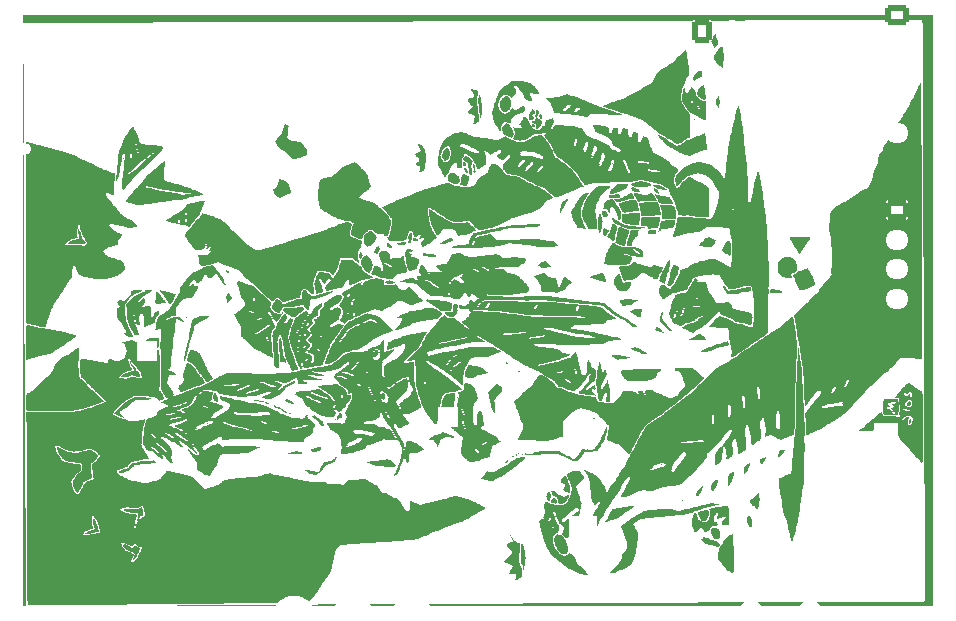
<source format=gbo>
G04 #@! TF.GenerationSoftware,KiCad,Pcbnew,8.0.3-8.0.3-0~ubuntu20.04.1*
G04 #@! TF.CreationDate,2025-03-17T01:47:30-03:00*
G04 #@! TF.ProjectId,fuente_regulable,6675656e-7465-45f7-9265-67756c61626c,rev?*
G04 #@! TF.SameCoordinates,Original*
G04 #@! TF.FileFunction,Legend,Bot*
G04 #@! TF.FilePolarity,Positive*
%FSLAX46Y46*%
G04 Gerber Fmt 4.6, Leading zero omitted, Abs format (unit mm)*
G04 Created by KiCad (PCBNEW 8.0.3-8.0.3-0~ubuntu20.04.1) date 2025-03-17 01:47:30*
%MOMM*%
%LPD*%
G01*
G04 APERTURE LIST*
G04 Aperture macros list*
%AMRoundRect*
0 Rectangle with rounded corners*
0 $1 Rounding radius*
0 $2 $3 $4 $5 $6 $7 $8 $9 X,Y pos of 4 corners*
0 Add a 4 corners polygon primitive as box body*
4,1,4,$2,$3,$4,$5,$6,$7,$8,$9,$2,$3,0*
0 Add four circle primitives for the rounded corners*
1,1,$1+$1,$2,$3*
1,1,$1+$1,$4,$5*
1,1,$1+$1,$6,$7*
1,1,$1+$1,$8,$9*
0 Add four rect primitives between the rounded corners*
20,1,$1+$1,$2,$3,$4,$5,0*
20,1,$1+$1,$4,$5,$6,$7,0*
20,1,$1+$1,$6,$7,$8,$9,0*
20,1,$1+$1,$8,$9,$2,$3,0*%
G04 Aperture macros list end*
%ADD10C,0.300000*%
%ADD11C,0.000000*%
%ADD12R,1.700000X1.700000*%
%ADD13O,1.700000X1.700000*%
%ADD14R,2.000000X1.905000*%
%ADD15O,2.000000X1.905000*%
%ADD16R,2.400000X2.400000*%
%ADD17C,2.400000*%
%ADD18O,3.500000X5.500000*%
%ADD19C,0.650000*%
%ADD20O,2.100000X1.000000*%
%ADD21O,1.800000X1.000000*%
%ADD22RoundRect,0.250000X-0.600000X-0.725000X0.600000X-0.725000X0.600000X0.725000X-0.600000X0.725000X0*%
%ADD23O,1.700000X1.950000*%
%ADD24RoundRect,0.250000X-0.725000X0.600000X-0.725000X-0.600000X0.725000X-0.600000X0.725000X0.600000X0*%
%ADD25O,1.950000X1.700000*%
%ADD26O,2.000000X4.000000*%
%ADD27O,4.000000X2.000000*%
G04 APERTURE END LIST*
D10*
X95249757Y-83178572D02*
X95178328Y-83035715D01*
X95178328Y-83035715D02*
X95178328Y-82821429D01*
X95178328Y-82821429D02*
X95249757Y-82607143D01*
X95249757Y-82607143D02*
X95392614Y-82464286D01*
X95392614Y-82464286D02*
X95535471Y-82392857D01*
X95535471Y-82392857D02*
X95821185Y-82321429D01*
X95821185Y-82321429D02*
X96035471Y-82321429D01*
X96035471Y-82321429D02*
X96321185Y-82392857D01*
X96321185Y-82392857D02*
X96464042Y-82464286D01*
X96464042Y-82464286D02*
X96606900Y-82607143D01*
X96606900Y-82607143D02*
X96678328Y-82821429D01*
X96678328Y-82821429D02*
X96678328Y-82964286D01*
X96678328Y-82964286D02*
X96606900Y-83178572D01*
X96606900Y-83178572D02*
X96535471Y-83250000D01*
X96535471Y-83250000D02*
X96035471Y-83250000D01*
X96035471Y-83250000D02*
X96035471Y-82964286D01*
X95178328Y-84107143D02*
X95535471Y-84107143D01*
X95392614Y-83750000D02*
X95535471Y-84107143D01*
X95535471Y-84107143D02*
X95392614Y-84464286D01*
X95821185Y-83892857D02*
X95535471Y-84107143D01*
X95535471Y-84107143D02*
X95821185Y-84321429D01*
X95178328Y-85250000D02*
X95535471Y-85250000D01*
X95392614Y-84892857D02*
X95535471Y-85250000D01*
X95535471Y-85250000D02*
X95392614Y-85607143D01*
X95821185Y-85035714D02*
X95535471Y-85250000D01*
X95535471Y-85250000D02*
X95821185Y-85464286D01*
X95178328Y-86392857D02*
X95535471Y-86392857D01*
X95392614Y-86035714D02*
X95535471Y-86392857D01*
X95535471Y-86392857D02*
X95392614Y-86750000D01*
X95821185Y-86178571D02*
X95535471Y-86392857D01*
X95535471Y-86392857D02*
X95821185Y-86607143D01*
D11*
G36*
X92097971Y-59468116D02*
G01*
X96000000Y-59468116D01*
X134541739Y-59468116D01*
X134541739Y-84500000D01*
X134541739Y-109531884D01*
X100816183Y-109531884D01*
X100546970Y-109531883D01*
X98976171Y-109531863D01*
X97423669Y-109531813D01*
X95891091Y-109531734D01*
X94380064Y-109531627D01*
X92892216Y-109531493D01*
X91429174Y-109531331D01*
X89992565Y-109531143D01*
X88584016Y-109530929D01*
X87205155Y-109530691D01*
X85857608Y-109530428D01*
X84543004Y-109530142D01*
X83262969Y-109529833D01*
X82019131Y-109529501D01*
X80813117Y-109529148D01*
X79646553Y-109528775D01*
X78521068Y-109528380D01*
X77438289Y-109527967D01*
X76399842Y-109527534D01*
X75407355Y-109527084D01*
X74462456Y-109526615D01*
X73566771Y-109526130D01*
X72721928Y-109525629D01*
X71929554Y-109525112D01*
X71191276Y-109524581D01*
X70508722Y-109524035D01*
X69883519Y-109523476D01*
X69317293Y-109522904D01*
X68811673Y-109522320D01*
X68368285Y-109521724D01*
X67988757Y-109521117D01*
X67674716Y-109520501D01*
X67427789Y-109519875D01*
X67249603Y-109519240D01*
X67141787Y-109518597D01*
X67105966Y-109517947D01*
X67106830Y-109517663D01*
X67153864Y-109515052D01*
X67268123Y-109511955D01*
X67443913Y-109508450D01*
X67675540Y-109504617D01*
X67957309Y-109500533D01*
X68283526Y-109496278D01*
X68648497Y-109491929D01*
X69046526Y-109487567D01*
X69471920Y-109483268D01*
X69918985Y-109479113D01*
X70260409Y-109476034D01*
X70742412Y-109471558D01*
X71220632Y-109466976D01*
X71686342Y-109462379D01*
X72130810Y-109457857D01*
X72545307Y-109453501D01*
X72921103Y-109449402D01*
X73249468Y-109445650D01*
X73521672Y-109442335D01*
X73728985Y-109439550D01*
X73814328Y-109438390D01*
X74003626Y-109436187D01*
X74238081Y-109433853D01*
X74518881Y-109431383D01*
X74847210Y-109428770D01*
X75224256Y-109426009D01*
X75651204Y-109423093D01*
X76129240Y-109420016D01*
X76659550Y-109416771D01*
X77243320Y-109413354D01*
X77881737Y-109409757D01*
X78575985Y-109405974D01*
X79327252Y-109401999D01*
X80136724Y-109397827D01*
X81005585Y-109393450D01*
X81935023Y-109388863D01*
X82926224Y-109384060D01*
X83980372Y-109379034D01*
X85098656Y-109373780D01*
X86282259Y-109368291D01*
X87532369Y-109362560D01*
X88850172Y-109356583D01*
X90236853Y-109350352D01*
X91693599Y-109343861D01*
X93221596Y-109337105D01*
X94822029Y-109330077D01*
X94934086Y-109329583D01*
X95522445Y-109326857D01*
X96126717Y-109323858D01*
X96737949Y-109320640D01*
X97347186Y-109317258D01*
X97945476Y-109313767D01*
X98523864Y-109310221D01*
X99073398Y-109306674D01*
X99585123Y-109303181D01*
X100050086Y-109299798D01*
X100459334Y-109296578D01*
X100803913Y-109293577D01*
X101172664Y-109290194D01*
X101562015Y-109286724D01*
X101953232Y-109283353D01*
X102348309Y-109280072D01*
X102749238Y-109276872D01*
X103158014Y-109273745D01*
X103576630Y-109270683D01*
X104007077Y-109267679D01*
X104451351Y-109264722D01*
X104911444Y-109261806D01*
X105389349Y-109258921D01*
X105887060Y-109256061D01*
X106406570Y-109253215D01*
X106949872Y-109250377D01*
X107518959Y-109247538D01*
X108115824Y-109244689D01*
X108742461Y-109241823D01*
X109400864Y-109238931D01*
X110093024Y-109236004D01*
X110820936Y-109233035D01*
X111586593Y-109230015D01*
X112391987Y-109226936D01*
X113239113Y-109223790D01*
X114129963Y-109220569D01*
X115066531Y-109217263D01*
X116050810Y-109213866D01*
X117084792Y-109210368D01*
X118170472Y-109206762D01*
X119309843Y-109203038D01*
X120504897Y-109199190D01*
X121757629Y-109195208D01*
X123070031Y-109191084D01*
X124444096Y-109186811D01*
X125881818Y-109182379D01*
X127385190Y-109177781D01*
X128956205Y-109173008D01*
X130596857Y-109168052D01*
X132309138Y-109162904D01*
X132379094Y-109162673D01*
X132693707Y-109161078D01*
X132984296Y-109158727D01*
X133242595Y-109155748D01*
X133460337Y-109152268D01*
X133629254Y-109148413D01*
X133741082Y-109144313D01*
X133787553Y-109140095D01*
X133789657Y-109138277D01*
X133795975Y-109118043D01*
X133801629Y-109073483D01*
X133806635Y-109001516D01*
X133811011Y-108899061D01*
X133814771Y-108763036D01*
X133817932Y-108590361D01*
X133820511Y-108377955D01*
X133822524Y-108122737D01*
X133823986Y-107821625D01*
X133824914Y-107471540D01*
X133825325Y-107069399D01*
X133825234Y-106612122D01*
X133824658Y-106096628D01*
X133823613Y-105519835D01*
X133822115Y-104878664D01*
X133820180Y-104170032D01*
X133817825Y-103390860D01*
X133814816Y-102435818D01*
X133810531Y-101090184D01*
X133806410Y-99813587D01*
X133802441Y-98603295D01*
X133798614Y-97456578D01*
X133794920Y-96370704D01*
X133791346Y-95342942D01*
X133787883Y-94370562D01*
X133784521Y-93450833D01*
X133781248Y-92581023D01*
X133778054Y-91758402D01*
X133774930Y-90980238D01*
X133771863Y-90243801D01*
X133768845Y-89546359D01*
X133765864Y-88885182D01*
X133762909Y-88257539D01*
X133759972Y-87660698D01*
X133757040Y-87091928D01*
X133754103Y-86548500D01*
X133751151Y-86027681D01*
X133748194Y-85515843D01*
X133741052Y-84260172D01*
X133734154Y-83019207D01*
X133727509Y-81795305D01*
X133721125Y-80590822D01*
X133715013Y-79408114D01*
X133709180Y-78249540D01*
X133703637Y-77117454D01*
X133698392Y-76014214D01*
X133693454Y-74942176D01*
X133688832Y-73903698D01*
X133684536Y-72901135D01*
X133680574Y-71936844D01*
X133676956Y-71013182D01*
X133673691Y-70132506D01*
X133670788Y-69297172D01*
X133668255Y-68509536D01*
X133666102Y-67771956D01*
X133664339Y-67086788D01*
X133662973Y-66456389D01*
X133662015Y-65883115D01*
X133661473Y-65369322D01*
X133661357Y-64917369D01*
X133661675Y-64529610D01*
X133662437Y-64208404D01*
X133663651Y-63956105D01*
X133665327Y-63775072D01*
X133668047Y-63525237D01*
X133670222Y-63179792D01*
X133670945Y-62818401D01*
X133670320Y-62448529D01*
X133668448Y-62077638D01*
X133665433Y-61713194D01*
X133661377Y-61362660D01*
X133656383Y-61033501D01*
X133650552Y-60733180D01*
X133643988Y-60469161D01*
X133636793Y-60248909D01*
X133629069Y-60079888D01*
X133620920Y-59969562D01*
X133612447Y-59925394D01*
X133606664Y-59924240D01*
X133541743Y-59921217D01*
X133407596Y-59918530D01*
X133207466Y-59916181D01*
X132944599Y-59914168D01*
X132622239Y-59912490D01*
X132243631Y-59911148D01*
X131812020Y-59910141D01*
X131330649Y-59909467D01*
X130802764Y-59909127D01*
X130231610Y-59909120D01*
X129620431Y-59909445D01*
X128972471Y-59910102D01*
X128290976Y-59911091D01*
X127579189Y-59912410D01*
X126840356Y-59914059D01*
X126077722Y-59916038D01*
X125294530Y-59918346D01*
X124494025Y-59920982D01*
X123679453Y-59923947D01*
X122854058Y-59927238D01*
X122748562Y-59927670D01*
X122380962Y-59929090D01*
X121946256Y-59930660D01*
X121449344Y-59932366D01*
X120895129Y-59934194D01*
X120288514Y-59936130D01*
X119634400Y-59938160D01*
X118937689Y-59940269D01*
X118203283Y-59942442D01*
X117436086Y-59944667D01*
X116640998Y-59946928D01*
X115822922Y-59949211D01*
X114986759Y-59951502D01*
X114137413Y-59953786D01*
X113279785Y-59956050D01*
X112418778Y-59958279D01*
X111559292Y-59960459D01*
X110706232Y-59962576D01*
X110644246Y-59962728D01*
X109771967Y-59964906D01*
X108883945Y-59967187D01*
X107985764Y-59969554D01*
X107083011Y-59971991D01*
X106181271Y-59974481D01*
X105286129Y-59977007D01*
X104403170Y-59979553D01*
X103537980Y-59982101D01*
X102696144Y-59984634D01*
X101883248Y-59987137D01*
X101104877Y-59989592D01*
X100366617Y-59991982D01*
X99674053Y-59994290D01*
X99032770Y-59996501D01*
X98448354Y-59998596D01*
X97926390Y-60000560D01*
X97472463Y-60002375D01*
X97382430Y-60002746D01*
X96863776Y-60004816D01*
X96279748Y-60007042D01*
X95637284Y-60009401D01*
X94943322Y-60011871D01*
X94204800Y-60014430D01*
X93428657Y-60017054D01*
X92621830Y-60019723D01*
X91791259Y-60022412D01*
X90943881Y-60025099D01*
X90086634Y-60027763D01*
X89226458Y-60030380D01*
X88370290Y-60032928D01*
X87525068Y-60035384D01*
X86697731Y-60037726D01*
X85895217Y-60039932D01*
X85333363Y-60041490D01*
X84568589Y-60043730D01*
X83805792Y-60046097D01*
X83050089Y-60048570D01*
X82306598Y-60051127D01*
X81580438Y-60053748D01*
X80876724Y-60056412D01*
X80200575Y-60059098D01*
X79557108Y-60061784D01*
X78951442Y-60064450D01*
X78388693Y-60067075D01*
X77873979Y-60069638D01*
X77412418Y-60072118D01*
X77009127Y-60074494D01*
X76669223Y-60076744D01*
X76397826Y-60078849D01*
X76355485Y-60079206D01*
X76063414Y-60081390D01*
X75704064Y-60083681D01*
X75282861Y-60086060D01*
X74805230Y-60088505D01*
X74276598Y-60090995D01*
X73702392Y-60093509D01*
X73088037Y-60096026D01*
X72438959Y-60098525D01*
X71760585Y-60100985D01*
X71058341Y-60103385D01*
X70337653Y-60105704D01*
X69603947Y-60107921D01*
X68862650Y-60110015D01*
X68119187Y-60111966D01*
X67378985Y-60113751D01*
X66981743Y-60114692D01*
X66274174Y-60116496D01*
X65581132Y-60118426D01*
X64906839Y-60120462D01*
X64255516Y-60122586D01*
X63631383Y-60124780D01*
X63038663Y-60127026D01*
X62481576Y-60129306D01*
X61964343Y-60131600D01*
X61491185Y-60133891D01*
X61066324Y-60136160D01*
X60693980Y-60138390D01*
X60378375Y-60140562D01*
X60123729Y-60142657D01*
X59934265Y-60144657D01*
X59814203Y-60146544D01*
X59584113Y-60151044D01*
X59246935Y-60156386D01*
X58893039Y-60160845D01*
X58552531Y-60164053D01*
X58255515Y-60165641D01*
X57488277Y-60167536D01*
X57512505Y-62569492D01*
X57513025Y-62622018D01*
X57516132Y-62970445D01*
X57519318Y-63384244D01*
X57522550Y-63856370D01*
X57525794Y-64379777D01*
X57529014Y-64947418D01*
X57532177Y-65552249D01*
X57535249Y-66187223D01*
X57538194Y-66845294D01*
X57540979Y-67519417D01*
X57543570Y-68202545D01*
X57545932Y-68887634D01*
X57548030Y-69567636D01*
X57549831Y-70235507D01*
X57550106Y-70345873D01*
X57554511Y-72077797D01*
X57558971Y-73764458D01*
X57563481Y-75404625D01*
X57568036Y-76997062D01*
X57572630Y-78540539D01*
X57577259Y-80033821D01*
X57581918Y-81475675D01*
X57586601Y-82864868D01*
X57591303Y-84200168D01*
X57596019Y-85480341D01*
X57600744Y-86704154D01*
X57605473Y-87870374D01*
X57610201Y-88977768D01*
X57614922Y-90025102D01*
X57619632Y-91011145D01*
X57624325Y-91934662D01*
X57628996Y-92794420D01*
X57633641Y-93589187D01*
X57638254Y-94317729D01*
X57642829Y-94978814D01*
X57647362Y-95571207D01*
X57651848Y-96093677D01*
X57656282Y-96544990D01*
X57660657Y-96923913D01*
X57661185Y-96967038D01*
X57663468Y-97185282D01*
X57665975Y-97469931D01*
X57668672Y-97815199D01*
X57671524Y-98215300D01*
X57674498Y-98664449D01*
X57677558Y-99156861D01*
X57680671Y-99686751D01*
X57683802Y-100248332D01*
X57686918Y-100835820D01*
X57689984Y-101443429D01*
X57692965Y-102065374D01*
X57695829Y-102695870D01*
X57698539Y-103329130D01*
X57699833Y-103635611D01*
X57702547Y-104245046D01*
X57705370Y-104838195D01*
X57708272Y-105410279D01*
X57711222Y-105956522D01*
X57714189Y-106472145D01*
X57717142Y-106952369D01*
X57720049Y-107392417D01*
X57722881Y-107787511D01*
X57725605Y-108132873D01*
X57728191Y-108423723D01*
X57730608Y-108655286D01*
X57732825Y-108822782D01*
X57734810Y-108921433D01*
X57738456Y-109055028D01*
X57740914Y-109223315D01*
X57738044Y-109337826D01*
X57728796Y-109410854D01*
X57712121Y-109454694D01*
X57686967Y-109481639D01*
X57637815Y-109508479D01*
X57541087Y-109530713D01*
X57458261Y-109531884D01*
X57458261Y-84500000D01*
X57458261Y-59860773D01*
X92073430Y-59860773D01*
X92078825Y-59865178D01*
X92122512Y-59860773D01*
X92128271Y-59849700D01*
X92097971Y-59836231D01*
X92078483Y-59838888D01*
X92073430Y-59860773D01*
X57458261Y-59860773D01*
X57458261Y-59468116D01*
X92097971Y-59468116D01*
G37*
G36*
X132556914Y-90664425D02*
G01*
X132648414Y-90717332D01*
X132774782Y-90810854D01*
X132883457Y-90891329D01*
X133008535Y-90975935D01*
X133106087Y-91033519D01*
X133143627Y-91053795D01*
X133249348Y-91117956D01*
X133369581Y-91197297D01*
X133484996Y-91278421D01*
X133576260Y-91347932D01*
X133624042Y-91392436D01*
X133627804Y-91421138D01*
X133632119Y-91517944D01*
X133636029Y-91676191D01*
X133639532Y-91889126D01*
X133642621Y-92149999D01*
X133645293Y-92452060D01*
X133647544Y-92788556D01*
X133649369Y-93152737D01*
X133650764Y-93537852D01*
X133651725Y-93937149D01*
X133652247Y-94343878D01*
X133652327Y-94751288D01*
X133651960Y-95152627D01*
X133651141Y-95541144D01*
X133649867Y-95910089D01*
X133648132Y-96252709D01*
X133645934Y-96562255D01*
X133643267Y-96831975D01*
X133640128Y-97055118D01*
X133636511Y-97224933D01*
X133632413Y-97334669D01*
X133627830Y-97377575D01*
X133626350Y-97379770D01*
X133591009Y-97406515D01*
X133543972Y-97372493D01*
X133540769Y-97369133D01*
X133433336Y-97253713D01*
X133300661Y-97107366D01*
X133157786Y-96947088D01*
X133019756Y-96789879D01*
X132901614Y-96652737D01*
X132818404Y-96552659D01*
X132818250Y-96552466D01*
X132735115Y-96454588D01*
X132615957Y-96321971D01*
X132476667Y-96171992D01*
X132333137Y-96022029D01*
X132203207Y-95882523D01*
X132040219Y-95694098D01*
X131888670Y-95505924D01*
X131769518Y-95343243D01*
X131634192Y-95149597D01*
X131411397Y-94859187D01*
X131206701Y-94629974D01*
X131022087Y-94463876D01*
X130859536Y-94362810D01*
X130721031Y-94328695D01*
X130697611Y-94330304D01*
X130597682Y-94346590D01*
X130452064Y-94376908D01*
X130278631Y-94416900D01*
X130095255Y-94462207D01*
X129919809Y-94508469D01*
X129770168Y-94551330D01*
X129664203Y-94586428D01*
X129505269Y-94636352D01*
X129296026Y-94677008D01*
X129040938Y-94703287D01*
X128726500Y-94717070D01*
X128712840Y-94717381D01*
X128536625Y-94719773D01*
X128388305Y-94718934D01*
X128283109Y-94715125D01*
X128236266Y-94708610D01*
X128234788Y-94707405D01*
X128245361Y-94673127D01*
X128293985Y-94614449D01*
X128361592Y-94549763D01*
X128429112Y-94497462D01*
X128477478Y-94475942D01*
X128505568Y-94462577D01*
X128575205Y-94410080D01*
X128664108Y-94331402D01*
X128754053Y-94248942D01*
X128888781Y-94129810D01*
X129020000Y-94017608D01*
X129020132Y-94017497D01*
X129184826Y-93878432D01*
X129383260Y-93708772D01*
X129409400Y-93686226D01*
X131940608Y-93686226D01*
X131959460Y-93748967D01*
X131990963Y-93756942D01*
X132043493Y-93713354D01*
X132104338Y-93644706D01*
X132244290Y-93552691D01*
X132397300Y-93518840D01*
X132518798Y-93518840D01*
X132456597Y-93613771D01*
X132426128Y-93678546D01*
X132398407Y-93821215D01*
X132402126Y-93973458D01*
X132438638Y-94098782D01*
X132481043Y-94149066D01*
X132566716Y-94181449D01*
X132624584Y-94165392D01*
X132675724Y-94107396D01*
X132732900Y-93992854D01*
X132760613Y-93928022D01*
X132815695Y-93778907D01*
X132835959Y-93671125D01*
X132822973Y-93588105D01*
X132778305Y-93513274D01*
X132750924Y-93482591D01*
X132624802Y-93406661D01*
X132466264Y-93390150D01*
X132283669Y-93432801D01*
X132085373Y-93534362D01*
X131989624Y-93609157D01*
X131940608Y-93686226D01*
X129409400Y-93686226D01*
X129594190Y-93526841D01*
X129796369Y-93350965D01*
X129968553Y-93199466D01*
X130036753Y-93141519D01*
X130126165Y-93085167D01*
X130187165Y-93090112D01*
X130231778Y-93160329D01*
X130272031Y-93299794D01*
X130297694Y-93390408D01*
X130335475Y-93461367D01*
X130383528Y-93482029D01*
X130421876Y-93476689D01*
X130474058Y-93445217D01*
X130502045Y-93429779D01*
X130592853Y-93416537D01*
X130728710Y-93412731D01*
X130893307Y-93417205D01*
X131070334Y-93428804D01*
X131243484Y-93446371D01*
X131396445Y-93468751D01*
X131512908Y-93494789D01*
X131576565Y-93523330D01*
X131603400Y-93544007D01*
X131657090Y-93546087D01*
X131708505Y-93479675D01*
X131730257Y-93417875D01*
X131706908Y-93352781D01*
X131699824Y-93342131D01*
X131680703Y-93252162D01*
X131687134Y-93106656D01*
X131696034Y-93022836D01*
X131703717Y-92916504D01*
X131704123Y-92896456D01*
X132008835Y-92896456D01*
X132023758Y-92915109D01*
X132104272Y-92948394D01*
X132243905Y-92972475D01*
X132338282Y-92984173D01*
X132466264Y-93003628D01*
X132470002Y-93004196D01*
X132563116Y-93022781D01*
X132633790Y-93031544D01*
X132664347Y-93013678D01*
X132636115Y-92971881D01*
X132546047Y-92928284D01*
X132406453Y-92891863D01*
X132230014Y-92866902D01*
X132147404Y-92859990D01*
X132053749Y-92857700D01*
X132011981Y-92869264D01*
X132008835Y-92896456D01*
X131704123Y-92896456D01*
X131705979Y-92804918D01*
X131702647Y-92671049D01*
X131693542Y-92497869D01*
X131686067Y-92383871D01*
X132112174Y-92383871D01*
X132117770Y-92398901D01*
X132158742Y-92459479D01*
X132226422Y-92542052D01*
X132303017Y-92612277D01*
X132430640Y-92670701D01*
X132554731Y-92667575D01*
X132660736Y-92604580D01*
X132734099Y-92483399D01*
X132752972Y-92419744D01*
X132765767Y-92263759D01*
X132726632Y-92148386D01*
X132645992Y-92079580D01*
X132534275Y-92063299D01*
X132401906Y-92105500D01*
X132259309Y-92212137D01*
X132199245Y-92273247D01*
X132136508Y-92344700D01*
X132112174Y-92383871D01*
X131686067Y-92383871D01*
X131678492Y-92268349D01*
X131652029Y-91882931D01*
X131480922Y-91893580D01*
X131427783Y-91895225D01*
X131335080Y-91888529D01*
X131289108Y-91870725D01*
X131288081Y-91865081D01*
X131313260Y-91814570D01*
X131377403Y-91731160D01*
X131469418Y-91629681D01*
X131491963Y-91606172D01*
X131582700Y-91506242D01*
X131634547Y-91442103D01*
X132077861Y-91442103D01*
X132095318Y-91545440D01*
X132131525Y-91643277D01*
X132175913Y-91714384D01*
X132228497Y-91745121D01*
X132301268Y-91725502D01*
X132411729Y-91656346D01*
X132412289Y-91655958D01*
X132522153Y-91593781D01*
X132534275Y-91593374D01*
X132590006Y-91591503D01*
X132619472Y-91651248D01*
X132614173Y-91775143D01*
X132608887Y-91834533D01*
X132615836Y-91913478D01*
X132640103Y-91941873D01*
X132676372Y-91908333D01*
X132691892Y-91853918D01*
X132706491Y-91750640D01*
X132716546Y-91629338D01*
X132719715Y-91518893D01*
X132713659Y-91448188D01*
X132701927Y-91420539D01*
X132644175Y-91387015D01*
X132554109Y-91411790D01*
X132439263Y-91493614D01*
X132361243Y-91557033D01*
X132282019Y-91597245D01*
X132231855Y-91579246D01*
X132201829Y-91503405D01*
X132189883Y-91450296D01*
X132165478Y-91360933D01*
X132142593Y-91319967D01*
X132113329Y-91310144D01*
X132104282Y-91312111D01*
X132080425Y-91356562D01*
X132077861Y-91442103D01*
X131634547Y-91442103D01*
X131646397Y-91427443D01*
X131670434Y-91385127D01*
X131683093Y-91360557D01*
X131739076Y-91291223D01*
X131828930Y-91192265D01*
X131940747Y-91075588D01*
X132053749Y-90962016D01*
X132062619Y-90953101D01*
X132113329Y-90903923D01*
X132182636Y-90836709D01*
X132288892Y-90738319D01*
X132369477Y-90669839D01*
X132412483Y-90643174D01*
X132480780Y-90643105D01*
X132556914Y-90664425D01*
G37*
G36*
X133515627Y-65431594D02*
G01*
X133517823Y-65530643D01*
X133520248Y-65659139D01*
X133522586Y-65806272D01*
X133524853Y-65975098D01*
X133527067Y-66168670D01*
X133529247Y-66390045D01*
X133531409Y-66642276D01*
X133533572Y-66928418D01*
X133535753Y-67251526D01*
X133537971Y-67614655D01*
X133540242Y-68020860D01*
X133542584Y-68473195D01*
X133545016Y-68974715D01*
X133547555Y-69528474D01*
X133550218Y-70137528D01*
X133553023Y-70804931D01*
X133555989Y-71533738D01*
X133559133Y-72327004D01*
X133562471Y-73187783D01*
X133566024Y-74119130D01*
X133568499Y-74761516D01*
X133571253Y-75450860D01*
X133574014Y-76117073D01*
X133576765Y-76756548D01*
X133579485Y-77365678D01*
X133582157Y-77940857D01*
X133584762Y-78478479D01*
X133587281Y-78974936D01*
X133589694Y-79426623D01*
X133591984Y-79829933D01*
X133594131Y-80181259D01*
X133596117Y-80476994D01*
X133597923Y-80713534D01*
X133599529Y-80887270D01*
X133600918Y-80994596D01*
X133602070Y-81031906D01*
X133603176Y-81055271D01*
X133604633Y-81147026D01*
X133606122Y-81303708D01*
X133607623Y-81520441D01*
X133609116Y-81792348D01*
X133610581Y-82114553D01*
X133611999Y-82482180D01*
X133613348Y-82890353D01*
X133614610Y-83334196D01*
X133615763Y-83808831D01*
X133616789Y-84309384D01*
X133617666Y-84830978D01*
X133623356Y-88619449D01*
X133300301Y-88599510D01*
X133260079Y-88596730D01*
X133087251Y-88579102D01*
X132927704Y-88554940D01*
X132811594Y-88528620D01*
X132739804Y-88511401D01*
X132582636Y-88490435D01*
X132397154Y-88479380D01*
X132203620Y-88478158D01*
X132022299Y-88486687D01*
X131873457Y-88504890D01*
X131777356Y-88532686D01*
X131767567Y-88538240D01*
X131688218Y-88600643D01*
X131586919Y-88699682D01*
X131483108Y-88816600D01*
X131423445Y-88888600D01*
X131351948Y-88972266D01*
X131283418Y-89047046D01*
X131206234Y-89124473D01*
X131108774Y-89216081D01*
X130979413Y-89333403D01*
X130806531Y-89487971D01*
X130757608Y-89531672D01*
X130608183Y-89665656D01*
X130430010Y-89825936D01*
X130241333Y-89996087D01*
X130060398Y-90159682D01*
X129966190Y-90244642D01*
X129799633Y-90393252D01*
X129645690Y-90528740D01*
X129518260Y-90638913D01*
X129431244Y-90711577D01*
X129235586Y-90880753D01*
X129018551Y-91097383D01*
X128780724Y-91363997D01*
X128739285Y-91411104D01*
X128626080Y-91533479D01*
X128481439Y-91684453D01*
X128319632Y-91849226D01*
X128154927Y-92013003D01*
X128091646Y-92075836D01*
X127910560Y-92262386D01*
X127729065Y-92457792D01*
X127565224Y-92642340D01*
X127437101Y-92796320D01*
X127398190Y-92844930D01*
X127305070Y-92954093D01*
X127207148Y-93056052D01*
X127097022Y-93156250D01*
X126967288Y-93260129D01*
X126810540Y-93373132D01*
X126619377Y-93500702D01*
X126386394Y-93648280D01*
X126104187Y-93821311D01*
X125765352Y-94025236D01*
X125701044Y-94065188D01*
X125586660Y-94138201D01*
X125442965Y-94231109D01*
X125286802Y-94333077D01*
X125141939Y-94425811D01*
X125001293Y-94511222D01*
X124889843Y-94574015D01*
X124823478Y-94604870D01*
X124810115Y-94609535D01*
X124727781Y-94644467D01*
X124599099Y-94703762D01*
X124438923Y-94780468D01*
X124262101Y-94867635D01*
X124193729Y-94901495D01*
X124035209Y-94977314D01*
X123907013Y-95034813D01*
X123820858Y-95068878D01*
X123788462Y-95074393D01*
X123787902Y-95070346D01*
X123785882Y-95048280D01*
X123783391Y-95007140D01*
X123780102Y-94939141D01*
X123775689Y-94836497D01*
X123769826Y-94691423D01*
X123762188Y-94496134D01*
X123752448Y-94242844D01*
X123740280Y-93923768D01*
X123711567Y-93169130D01*
X123811400Y-93077101D01*
X123815256Y-93073480D01*
X123887120Y-92993193D01*
X123977656Y-92875951D01*
X124068226Y-92745797D01*
X124104910Y-92691546D01*
X124117410Y-92674218D01*
X125123498Y-92674218D01*
X125157149Y-92710791D01*
X125188606Y-92720931D01*
X125287032Y-92729499D01*
X125423647Y-92728583D01*
X125576793Y-92719644D01*
X125724810Y-92704146D01*
X125846042Y-92683553D01*
X125918830Y-92659327D01*
X125947605Y-92649081D01*
X126036568Y-92631947D01*
X126154588Y-92618017D01*
X126244274Y-92610156D01*
X126467547Y-92589582D01*
X126630908Y-92572210D01*
X126744490Y-92556450D01*
X126818427Y-92540712D01*
X126862853Y-92523405D01*
X126887900Y-92502939D01*
X126911074Y-92453165D01*
X126880232Y-92390100D01*
X126880055Y-92389886D01*
X126849752Y-92338337D01*
X126875724Y-92313409D01*
X126895993Y-92300816D01*
X126921739Y-92241834D01*
X126910871Y-92208510D01*
X126857318Y-92211170D01*
X126800910Y-92230353D01*
X126648622Y-92269331D01*
X126454097Y-92308453D01*
X126237715Y-92343816D01*
X126019855Y-92371519D01*
X125818556Y-92396404D01*
X125623864Y-92428463D01*
X125472266Y-92462616D01*
X125373884Y-92496540D01*
X125338840Y-92527908D01*
X125327070Y-92546734D01*
X125269724Y-92561739D01*
X125224798Y-92570961D01*
X125152454Y-92619762D01*
X125149045Y-92623914D01*
X125123498Y-92674218D01*
X124117410Y-92674218D01*
X124215598Y-92538108D01*
X124344787Y-92369010D01*
X124471493Y-92212029D01*
X124638557Y-92005780D01*
X124796385Y-91795970D01*
X124922901Y-91610723D01*
X124965295Y-91539195D01*
X125857372Y-91539195D01*
X125882823Y-91567826D01*
X125920260Y-91559447D01*
X126008092Y-91493935D01*
X126105437Y-91370560D01*
X126204822Y-91197905D01*
X126229196Y-91148964D01*
X126281494Y-91034792D01*
X126978155Y-91034792D01*
X126997011Y-91048812D01*
X127037799Y-91045797D01*
X127059845Y-91041525D01*
X127115409Y-91013316D01*
X127163381Y-90949074D01*
X127218257Y-90831594D01*
X127222680Y-90821302D01*
X127269978Y-90721040D01*
X127326902Y-90610724D01*
X127383788Y-90480927D01*
X127392802Y-90382408D01*
X127346835Y-90330220D01*
X127306291Y-90320813D01*
X127242905Y-90349443D01*
X127200956Y-90445704D01*
X127185834Y-90494957D01*
X127144223Y-90606613D01*
X127091801Y-90731342D01*
X127073427Y-90772611D01*
X127014338Y-90908484D01*
X126983255Y-90991947D01*
X126978155Y-91034792D01*
X126281494Y-91034792D01*
X126295267Y-91004724D01*
X126326098Y-90908193D01*
X126324362Y-90847608D01*
X126292734Y-90811206D01*
X126267763Y-90800753D01*
X126237918Y-90810501D01*
X126200826Y-90854826D01*
X126148114Y-90944244D01*
X126071413Y-91089275D01*
X126067422Y-91096946D01*
X125999896Y-91221075D01*
X125940163Y-91321528D01*
X125900739Y-91377194D01*
X125881596Y-91403989D01*
X125857943Y-91474157D01*
X125857372Y-91539195D01*
X124965295Y-91539195D01*
X125014547Y-91456096D01*
X125067763Y-91338149D01*
X125078989Y-91262938D01*
X125044668Y-91236521D01*
X125031492Y-91240463D01*
X124972894Y-91281509D01*
X124897091Y-91352761D01*
X124865144Y-91384625D01*
X124801177Y-91437749D01*
X124767041Y-91450036D01*
X124766498Y-91430382D01*
X124804183Y-91384506D01*
X124808090Y-91381169D01*
X124852565Y-91317960D01*
X124853642Y-91261169D01*
X124810263Y-91236521D01*
X124807658Y-91236600D01*
X124775240Y-91248741D01*
X124728831Y-91287201D01*
X124660819Y-91360076D01*
X124563594Y-91475460D01*
X124429543Y-91641449D01*
X124407305Y-91669057D01*
X124325479Y-91767742D01*
X124259141Y-91843913D01*
X124249813Y-91854628D01*
X124186396Y-91944670D01*
X124125949Y-92052372D01*
X124098675Y-92100672D01*
X124033779Y-92196649D01*
X123951697Y-92305916D01*
X123864419Y-92413830D01*
X123783939Y-92505749D01*
X123722248Y-92567030D01*
X123691340Y-92583031D01*
X123691161Y-92582835D01*
X123681281Y-92540107D01*
X123669433Y-92444615D01*
X123658142Y-92316622D01*
X123647891Y-92186659D01*
X123630605Y-91986642D01*
X123613373Y-91804088D01*
X123610877Y-91776029D01*
X123602578Y-91641278D01*
X123594507Y-91452838D01*
X123587178Y-91225984D01*
X123581105Y-90975995D01*
X123576805Y-90718146D01*
X123575714Y-90642480D01*
X123570098Y-90383687D01*
X123562059Y-90136126D01*
X123552258Y-89915394D01*
X123541358Y-89737090D01*
X123530023Y-89616811D01*
X123528551Y-89605621D01*
X123509403Y-89457963D01*
X123493275Y-89330129D01*
X123483524Y-89248695D01*
X123478605Y-89207783D01*
X123470152Y-89145353D01*
X123457119Y-89055121D01*
X123438161Y-88928098D01*
X123411937Y-88755292D01*
X123377104Y-88527715D01*
X123332319Y-88236376D01*
X123324417Y-88184825D01*
X123298292Y-88011744D01*
X123274968Y-87853650D01*
X123258722Y-87739420D01*
X123252617Y-87698885D01*
X123229088Y-87565130D01*
X123196658Y-87397914D01*
X123160440Y-87224058D01*
X123144665Y-87150460D01*
X123108339Y-86976091D01*
X123077102Y-86819883D01*
X123056378Y-86708695D01*
X123051395Y-86679562D01*
X122978739Y-86244191D01*
X122904702Y-85782873D01*
X122836352Y-85339576D01*
X122766036Y-84872342D01*
X123258773Y-84382475D01*
X123259272Y-84381979D01*
X123416568Y-84225817D01*
X123557524Y-84086286D01*
X123673185Y-83972218D01*
X123754596Y-83892444D01*
X123792802Y-83855797D01*
X123827290Y-83822301D01*
X123900543Y-83747393D01*
X123990216Y-83653333D01*
X124005300Y-83637493D01*
X124109378Y-83533640D01*
X124234929Y-83414833D01*
X124367143Y-83294370D01*
X124491208Y-83185546D01*
X124592310Y-83101658D01*
X124655639Y-83056002D01*
X124699348Y-83013607D01*
X124767825Y-82927260D01*
X124845631Y-82816146D01*
X124975125Y-82630552D01*
X125179438Y-82364480D01*
X125396708Y-82106179D01*
X125603514Y-81884442D01*
X125620959Y-81866799D01*
X125719771Y-81759384D01*
X125795311Y-81665076D01*
X125832410Y-81602553D01*
X125857374Y-81553626D01*
X125914967Y-81502820D01*
X125946847Y-81481768D01*
X125937436Y-81434999D01*
X125926280Y-81396016D01*
X125918949Y-81287958D01*
X125919558Y-81123159D01*
X125928267Y-80910869D01*
X125931398Y-80848899D01*
X125939574Y-80617057D01*
X125944686Y-80350346D01*
X125946896Y-80060818D01*
X125946365Y-79760525D01*
X125943255Y-79461521D01*
X125937728Y-79175859D01*
X125929945Y-78915591D01*
X125920068Y-78692770D01*
X125908260Y-78519449D01*
X125894681Y-78407681D01*
X125873642Y-78300931D01*
X125834674Y-78117800D01*
X125795636Y-77947536D01*
X125751404Y-77711106D01*
X125734831Y-77431858D01*
X125754590Y-77119275D01*
X125762780Y-77043686D01*
X125780167Y-76879451D01*
X125800218Y-76686826D01*
X125820038Y-76493478D01*
X125839713Y-76315413D01*
X125864208Y-76171431D01*
X125900159Y-76067846D01*
X125956601Y-75987268D01*
X126042569Y-75912310D01*
X126167101Y-75825582D01*
X126267580Y-75757857D01*
X126267763Y-75757733D01*
X126420793Y-75653768D01*
X126565243Y-75554877D01*
X126571562Y-75550537D01*
X126680846Y-75478328D01*
X126766054Y-75427043D01*
X126809214Y-75407536D01*
X126831561Y-75399566D01*
X126882963Y-75354685D01*
X126910871Y-75333327D01*
X126935101Y-75314784D01*
X127025514Y-75278364D01*
X127044080Y-75273099D01*
X127146087Y-75228926D01*
X127253043Y-75165430D01*
X127281348Y-75145871D01*
X127306291Y-75128885D01*
X127405738Y-75061163D01*
X127529130Y-74978567D01*
X127576297Y-74946711D01*
X127655359Y-74889778D01*
X127694782Y-74856081D01*
X127714017Y-74835822D01*
X127796740Y-74772641D01*
X127924742Y-74688977D01*
X128084572Y-74592284D01*
X128262774Y-74490016D01*
X128445895Y-74389626D01*
X128620480Y-74298570D01*
X128773076Y-74224302D01*
X128890228Y-74174274D01*
X128958483Y-74155942D01*
X128983672Y-74152605D01*
X129056243Y-74095846D01*
X129110810Y-73971884D01*
X129131190Y-73906025D01*
X129174180Y-73792346D01*
X129215357Y-73709465D01*
X129228229Y-73695797D01*
X129314492Y-73695797D01*
X129332898Y-73714202D01*
X129351304Y-73695797D01*
X129332898Y-73677391D01*
X129314492Y-73695797D01*
X129228229Y-73695797D01*
X129245562Y-73677391D01*
X129262084Y-73668838D01*
X129294812Y-73601715D01*
X129323646Y-73476700D01*
X129332898Y-73404557D01*
X129345747Y-73304365D01*
X129362344Y-73266366D01*
X129424927Y-73224986D01*
X129438535Y-73220616D01*
X129487509Y-73184711D01*
X129497486Y-73144364D01*
X129459566Y-73125217D01*
X129444190Y-73130773D01*
X129446561Y-73171231D01*
X129457329Y-73196443D01*
X129431394Y-73179660D01*
X129418776Y-73157045D01*
X129419703Y-73067052D01*
X129455587Y-72925432D01*
X129483797Y-72849130D01*
X129608985Y-72849130D01*
X129627391Y-72867536D01*
X129645797Y-72849130D01*
X129627391Y-72830724D01*
X129608985Y-72849130D01*
X129483797Y-72849130D01*
X129524212Y-72739813D01*
X129623367Y-72517826D01*
X129627391Y-72509394D01*
X129704488Y-72347852D01*
X129773073Y-72199738D01*
X129819689Y-72087587D01*
X129849481Y-71995025D01*
X129867590Y-71905682D01*
X129879160Y-71803183D01*
X129889334Y-71671159D01*
X129904468Y-71534375D01*
X129937146Y-71372862D01*
X129979887Y-71247237D01*
X130028133Y-71170049D01*
X130077322Y-71153846D01*
X130100105Y-71158674D01*
X130105681Y-71136969D01*
X130099526Y-71123626D01*
X130112972Y-71100292D01*
X130141633Y-71080496D01*
X130182499Y-71017466D01*
X130203708Y-70974897D01*
X130258295Y-70868645D01*
X130330697Y-70729678D01*
X130410684Y-70577438D01*
X130488028Y-70431368D01*
X130552500Y-70310910D01*
X130593873Y-70235507D01*
X130594468Y-70234458D01*
X130625980Y-70177475D01*
X130686033Y-70067682D01*
X130768382Y-69916543D01*
X130866778Y-69735523D01*
X130974977Y-69536087D01*
X130982427Y-69522350D01*
X131089600Y-69326859D01*
X131186651Y-69153533D01*
X131267439Y-69013066D01*
X131325819Y-68916150D01*
X131355649Y-68873478D01*
X131367280Y-68860917D01*
X131418296Y-68793958D01*
X131492443Y-68688350D01*
X131578007Y-68560579D01*
X131602511Y-68523427D01*
X131702047Y-68376598D01*
X131797478Y-68241262D01*
X131871068Y-68142712D01*
X131872049Y-68141470D01*
X131976171Y-67996891D01*
X132099043Y-67806156D01*
X132228153Y-67589486D01*
X132350990Y-67367097D01*
X132383848Y-67306760D01*
X132468161Y-67161673D01*
X132547427Y-67035793D01*
X132550434Y-67031272D01*
X132611839Y-66929335D01*
X132691671Y-66783835D01*
X132784075Y-66606852D01*
X132883197Y-66410467D01*
X132983182Y-66206760D01*
X133078176Y-66007813D01*
X133162322Y-65825707D01*
X133229768Y-65672521D01*
X133274657Y-65560336D01*
X133291135Y-65501234D01*
X133294884Y-65474919D01*
X133333622Y-65382413D01*
X133400579Y-65284347D01*
X133509034Y-65155507D01*
X133515627Y-65431594D01*
G37*
G36*
X131103181Y-91967335D02*
G01*
X131268672Y-91972787D01*
X131282784Y-91973682D01*
X131404409Y-91981396D01*
X131494233Y-91993158D01*
X131504277Y-91995366D01*
X131547843Y-92009260D01*
X131575170Y-92037007D01*
X131590910Y-92093542D01*
X131599712Y-92193795D01*
X131606230Y-92352701D01*
X131608627Y-92417697D01*
X131615085Y-92578358D01*
X131621224Y-92713383D01*
X131625983Y-92798798D01*
X131625917Y-92852513D01*
X131614734Y-92967755D01*
X131593766Y-93100054D01*
X131567351Y-93226838D01*
X131539826Y-93325534D01*
X131515528Y-93373569D01*
X131483199Y-93379704D01*
X131394394Y-93378541D01*
X131275029Y-93367472D01*
X131245147Y-93364059D01*
X131092973Y-93351768D01*
X130909069Y-93342445D01*
X130726773Y-93337888D01*
X130390503Y-93334782D01*
X130333427Y-93159927D01*
X130313458Y-93073340D01*
X130296607Y-92919900D01*
X130289976Y-92737797D01*
X130290607Y-92694870D01*
X130655848Y-92694870D01*
X130659880Y-92755413D01*
X130728327Y-92811167D01*
X130735352Y-92814485D01*
X130825500Y-92870635D01*
X130926752Y-92951220D01*
X131021221Y-93039623D01*
X131091019Y-93119226D01*
X131118261Y-93173413D01*
X131130222Y-93207954D01*
X131184414Y-93220987D01*
X131265507Y-93186030D01*
X131284320Y-93164289D01*
X131275319Y-93125357D01*
X131223985Y-93062380D01*
X131123037Y-92964015D01*
X131107532Y-92949438D01*
X131017366Y-92860956D01*
X130957066Y-92795311D01*
X130938979Y-92765802D01*
X130941923Y-92763733D01*
X130992918Y-92744483D01*
X131081393Y-92719171D01*
X131142167Y-92698521D01*
X131209592Y-92646555D01*
X131209067Y-92586013D01*
X131138027Y-92525655D01*
X131082193Y-92491769D01*
X131050968Y-92450203D01*
X131088901Y-92417456D01*
X131198218Y-92388453D01*
X131250243Y-92375769D01*
X131337534Y-92338110D01*
X131374544Y-92295557D01*
X131350276Y-92257573D01*
X131344540Y-92255955D01*
X131282784Y-92255683D01*
X131175076Y-92263563D01*
X131042884Y-92277196D01*
X130907673Y-92294186D01*
X130790911Y-92312133D01*
X130714065Y-92328640D01*
X130697283Y-92344335D01*
X130722090Y-92390150D01*
X130806093Y-92468881D01*
X130889521Y-92546363D01*
X130911163Y-92594826D01*
X130865957Y-92623431D01*
X130750521Y-92642760D01*
X130713435Y-92650757D01*
X130655848Y-92694870D01*
X130290607Y-92694870D01*
X130292824Y-92544042D01*
X130304411Y-92355643D01*
X130323998Y-92189611D01*
X130350844Y-92062955D01*
X130384210Y-91992686D01*
X130394966Y-91987700D01*
X130466849Y-91977255D01*
X130589771Y-91970003D01*
X130747572Y-91965937D01*
X130924095Y-91965050D01*
X131103181Y-91967335D01*
G37*
G36*
X123909381Y-80933715D02*
G01*
X123976524Y-80985527D01*
X124057575Y-81084983D01*
X124142974Y-81216445D01*
X124223161Y-81364280D01*
X124288576Y-81512850D01*
X124329659Y-81646521D01*
X124334609Y-81667520D01*
X124370474Y-81783024D01*
X124417955Y-81904782D01*
X124433071Y-81939423D01*
X124475913Y-82040107D01*
X124502910Y-82107246D01*
X124516751Y-82147940D01*
X124528918Y-82220336D01*
X124509397Y-82279952D01*
X124449125Y-82337072D01*
X124339037Y-82401984D01*
X124170072Y-82484971D01*
X124013198Y-82555071D01*
X123747443Y-82657000D01*
X123494187Y-82734860D01*
X123277978Y-82780520D01*
X123243009Y-82762849D01*
X123192021Y-82679371D01*
X123130731Y-82525582D01*
X123116826Y-82487731D01*
X123046181Y-82318238D01*
X122957624Y-82129230D01*
X122867008Y-81955002D01*
X122806386Y-81845725D01*
X122728172Y-81698736D01*
X122684395Y-81595800D01*
X122674526Y-81523846D01*
X122698038Y-81469800D01*
X122754403Y-81420590D01*
X122843091Y-81363143D01*
X122891201Y-81334820D01*
X123021999Y-81267287D01*
X123183831Y-81191810D01*
X123360495Y-81115088D01*
X123535786Y-81043821D01*
X123693502Y-80984706D01*
X123817441Y-80944443D01*
X123891398Y-80929731D01*
X123909381Y-80933715D01*
G37*
G36*
X124308116Y-97476087D02*
G01*
X124289710Y-97494492D01*
X124271304Y-97476087D01*
X124289710Y-97457681D01*
X124308116Y-97476087D01*
G37*
G36*
X123105000Y-78256759D02*
G01*
X123257588Y-78260144D01*
X123490883Y-78265392D01*
X123665734Y-78269617D01*
X123792009Y-78273252D01*
X123879578Y-78276728D01*
X123938308Y-78280477D01*
X123978069Y-78284930D01*
X124008729Y-78290521D01*
X124040156Y-78297680D01*
X124073315Y-78307180D01*
X124103676Y-78339393D01*
X124086653Y-78409240D01*
X124025013Y-78551419D01*
X123892693Y-78797354D01*
X123726678Y-79058189D01*
X123540200Y-79313648D01*
X123346493Y-79543454D01*
X123213131Y-79688781D01*
X123080189Y-79480960D01*
X123008351Y-79373894D01*
X122893054Y-79213783D01*
X122782061Y-79070334D01*
X122721687Y-78989210D01*
X122636015Y-78855979D01*
X122551357Y-78707914D01*
X122475490Y-78560356D01*
X122416192Y-78428647D01*
X122381240Y-78328127D01*
X122378413Y-78274138D01*
X122378435Y-78274103D01*
X122420497Y-78264334D01*
X122525142Y-78257453D01*
X122681413Y-78253722D01*
X122878351Y-78253403D01*
X123105000Y-78256759D01*
G37*
G36*
X123151747Y-87770030D02*
G01*
X123153196Y-87776728D01*
X123178171Y-87907393D01*
X123210020Y-88095068D01*
X123246515Y-88324782D01*
X123285433Y-88581565D01*
X123324548Y-88850449D01*
X123361633Y-89116462D01*
X123394465Y-89364636D01*
X123420816Y-89580000D01*
X123426665Y-89638898D01*
X123438530Y-89799239D01*
X123450719Y-90010119D01*
X123462476Y-90256417D01*
X123473044Y-90523012D01*
X123481664Y-90794782D01*
X123487023Y-90981529D01*
X123494402Y-91214169D01*
X123501558Y-91414151D01*
X123508089Y-91571238D01*
X123513595Y-91675195D01*
X123517676Y-91715788D01*
X123522319Y-91741249D01*
X123530911Y-91827880D01*
X123540967Y-91959773D01*
X123551147Y-92120715D01*
X123556840Y-92217514D01*
X123568866Y-92412164D01*
X123580641Y-92591887D01*
X123590273Y-92727391D01*
X123592847Y-92763601D01*
X123601207Y-92902840D01*
X123610938Y-93088360D01*
X123621031Y-93300310D01*
X123630478Y-93518840D01*
X123635270Y-93633302D01*
X123643419Y-93814982D01*
X123650675Y-93961240D01*
X123656390Y-94059360D01*
X123659918Y-94096628D01*
X123660665Y-94101597D01*
X123662446Y-94160577D01*
X123663490Y-94275240D01*
X123663717Y-94432150D01*
X123663047Y-94617871D01*
X123662884Y-94642217D01*
X123658507Y-94870078D01*
X123648918Y-95032493D01*
X123633455Y-95136826D01*
X123611452Y-95190445D01*
X123581932Y-95245811D01*
X123608328Y-95303760D01*
X123613194Y-95311502D01*
X123626445Y-95360667D01*
X123636234Y-95451765D01*
X123642783Y-95591126D01*
X123646313Y-95785081D01*
X123647043Y-96039960D01*
X123645195Y-96362094D01*
X123643426Y-96596516D01*
X123641863Y-96883274D01*
X123640995Y-97155033D01*
X123640847Y-97397139D01*
X123641444Y-97594935D01*
X123642813Y-97733768D01*
X123643766Y-97817904D01*
X123636829Y-98226384D01*
X123612644Y-98648072D01*
X123573180Y-99061412D01*
X123520405Y-99444844D01*
X123456286Y-99776811D01*
X123447271Y-99818644D01*
X123420192Y-99974528D01*
X123401159Y-100126521D01*
X123392102Y-100220420D01*
X123366202Y-100456690D01*
X123335953Y-100700324D01*
X123304803Y-100924409D01*
X123276199Y-101102029D01*
X123265338Y-101166858D01*
X123240758Y-101343270D01*
X123223481Y-101506956D01*
X123204537Y-101684081D01*
X123171493Y-101912768D01*
X123128311Y-102165840D01*
X123077921Y-102429399D01*
X123023253Y-102689549D01*
X122967239Y-102932396D01*
X122912809Y-103144042D01*
X122862893Y-103310591D01*
X122820422Y-103418149D01*
X122803030Y-103454825D01*
X122758227Y-103568039D01*
X122713225Y-103701431D01*
X122674741Y-103832800D01*
X122649492Y-103939947D01*
X122644192Y-104000671D01*
X122638761Y-104042630D01*
X122602776Y-104035525D01*
X122555173Y-103982093D01*
X122533436Y-103939065D01*
X122489416Y-103818214D01*
X122444204Y-103660797D01*
X122404179Y-103490030D01*
X122375723Y-103329130D01*
X122365362Y-103264933D01*
X122342401Y-103164031D01*
X122320234Y-103108260D01*
X122310807Y-103087882D01*
X122287366Y-103004630D01*
X122259071Y-102876690D01*
X122230119Y-102722055D01*
X122217877Y-102655978D01*
X122177059Y-102475570D01*
X122130242Y-102309981D01*
X122085315Y-102188287D01*
X122053947Y-102118707D01*
X121996220Y-101979905D01*
X121947299Y-101841387D01*
X121904226Y-101690925D01*
X121864040Y-101516294D01*
X121823783Y-101305265D01*
X121780496Y-101045613D01*
X121731220Y-100725110D01*
X121698807Y-100515250D01*
X121655115Y-100243639D01*
X121609163Y-99967201D01*
X121566794Y-99721594D01*
X121561347Y-99690385D01*
X121527754Y-99477939D01*
X121500296Y-99270804D01*
X121481680Y-99091286D01*
X121474611Y-98961692D01*
X121474703Y-98917633D01*
X121482799Y-98788532D01*
X121510251Y-98714343D01*
X121566426Y-98680507D01*
X121660692Y-98672463D01*
X121700629Y-98665608D01*
X121731304Y-98633626D01*
X121756073Y-98604832D01*
X121832645Y-98557076D01*
X121942971Y-98504049D01*
X122040710Y-98460983D01*
X122164849Y-98403191D01*
X122252346Y-98358828D01*
X122335289Y-98321608D01*
X122409706Y-98304347D01*
X122465309Y-98277353D01*
X122512314Y-98183849D01*
X122544845Y-98021683D01*
X122563459Y-97788985D01*
X122565214Y-97752332D01*
X122577907Y-97551951D01*
X122595793Y-97329382D01*
X122615589Y-97126376D01*
X122619658Y-97088184D01*
X122639402Y-96875084D01*
X122656521Y-96649151D01*
X122667690Y-96453321D01*
X122670896Y-96392853D01*
X122683823Y-96249345D01*
X122701212Y-96139486D01*
X122720227Y-96083258D01*
X122724715Y-96074791D01*
X122740625Y-96003590D01*
X122756445Y-95878021D01*
X122770557Y-95712920D01*
X122781342Y-95523125D01*
X122783950Y-95465053D01*
X122793333Y-95281149D01*
X122802890Y-95126383D01*
X122811635Y-95015566D01*
X122818584Y-94963510D01*
X122818789Y-94962848D01*
X122829035Y-94907899D01*
X122845531Y-94796260D01*
X122866045Y-94643841D01*
X122888341Y-94466553D01*
X122893941Y-94417807D01*
X122912232Y-94206147D01*
X122926051Y-93946987D01*
X122935613Y-93633818D01*
X122941132Y-93260132D01*
X122942824Y-92819420D01*
X122942824Y-92816604D01*
X122943504Y-92491710D01*
X122945596Y-92143544D01*
X122948930Y-91781797D01*
X122953337Y-91416157D01*
X122958647Y-91056313D01*
X122964689Y-90711956D01*
X122971293Y-90392775D01*
X122978291Y-90108459D01*
X122985512Y-89868697D01*
X122992785Y-89683179D01*
X122999942Y-89561594D01*
X123008389Y-89455185D01*
X123027525Y-89193940D01*
X123044952Y-88929716D01*
X123059517Y-88681596D01*
X123070071Y-88468663D01*
X123075460Y-88310000D01*
X123078367Y-88182924D01*
X123084183Y-87979121D01*
X123090587Y-87794637D01*
X123100725Y-87536956D01*
X123151747Y-87770030D01*
G37*
G36*
X122353186Y-79977417D02*
G01*
X122479177Y-80004028D01*
X122593242Y-80063669D01*
X122725217Y-80167846D01*
X122777656Y-80214475D01*
X122886026Y-80329524D01*
X122954984Y-80446094D01*
X123002659Y-80591895D01*
X123009386Y-80620303D01*
X123036040Y-80774390D01*
X123050065Y-80924332D01*
X123051387Y-80999689D01*
X123038491Y-81074507D01*
X122993399Y-81128141D01*
X122900000Y-81189006D01*
X122856992Y-81214263D01*
X122730751Y-81283410D01*
X122623142Y-81336252D01*
X122548989Y-81375052D01*
X122518518Y-81422006D01*
X122527199Y-81499855D01*
X122545105Y-81590097D01*
X122555650Y-81663115D01*
X122547017Y-81692887D01*
X122485024Y-81730540D01*
X122377177Y-81749865D01*
X122239609Y-81751153D01*
X122088458Y-81734693D01*
X121939856Y-81700777D01*
X121809941Y-81649694D01*
X121729048Y-81597635D01*
X121602767Y-81485718D01*
X121491368Y-81356041D01*
X121419751Y-81235064D01*
X121398377Y-81152761D01*
X121379242Y-81021194D01*
X121368181Y-80874058D01*
X121368363Y-80759691D01*
X121406563Y-80520247D01*
X121496993Y-80329013D01*
X121638483Y-80188955D01*
X121670683Y-80166271D01*
X121740082Y-80110618D01*
X121767864Y-80077006D01*
X121773885Y-80063265D01*
X121832518Y-80029937D01*
X121938487Y-80000746D01*
X122073126Y-79980042D01*
X122217768Y-79972173D01*
X122353186Y-79977417D01*
G37*
G36*
X122675169Y-85007882D02*
G01*
X122692768Y-85093326D01*
X122716205Y-85223758D01*
X122742538Y-85383478D01*
X122759531Y-85489662D01*
X122789673Y-85673740D01*
X122817226Y-85837233D01*
X122837836Y-85954058D01*
X122847746Y-86008505D01*
X122872448Y-86150386D01*
X122891365Y-86266956D01*
X122899728Y-86321715D01*
X122920597Y-86456314D01*
X122942894Y-86598260D01*
X122953907Y-86691060D01*
X122966170Y-86853161D01*
X122975581Y-87044682D01*
X122980701Y-87241177D01*
X122980729Y-87243293D01*
X122983551Y-87414166D01*
X122986970Y-87555116D01*
X122990557Y-87651577D01*
X122993883Y-87688984D01*
X122995571Y-87698201D01*
X122996885Y-87766996D01*
X122995146Y-87893409D01*
X122990777Y-88066442D01*
X122984202Y-88275101D01*
X122975847Y-88508387D01*
X122966134Y-88755305D01*
X122955489Y-89004857D01*
X122944335Y-89246047D01*
X122933098Y-89467878D01*
X122922200Y-89659355D01*
X122912068Y-89809479D01*
X122911093Y-89822718D01*
X122902760Y-89972794D01*
X122894304Y-90185780D01*
X122885956Y-90452106D01*
X122877942Y-90762200D01*
X122870493Y-91106492D01*
X122863836Y-91475410D01*
X122858200Y-91859383D01*
X122853813Y-92248840D01*
X122852858Y-92345183D01*
X122848350Y-92720279D01*
X122842833Y-93078562D01*
X122836510Y-93411917D01*
X122829582Y-93712228D01*
X122822252Y-93971380D01*
X122814720Y-94181258D01*
X122807188Y-94333744D01*
X122799858Y-94420724D01*
X122781141Y-94557524D01*
X122759476Y-94720375D01*
X122743001Y-94849064D01*
X122721964Y-95019723D01*
X122438301Y-95118364D01*
X122413410Y-95127060D01*
X122264012Y-95180778D01*
X122132260Y-95230450D01*
X122044203Y-95266299D01*
X121929200Y-95317291D01*
X121793621Y-95374317D01*
X121698342Y-95406636D01*
X121627135Y-95417952D01*
X121563774Y-95411972D01*
X121492029Y-95392402D01*
X121460790Y-95382092D01*
X121364730Y-95341871D01*
X121307971Y-95305016D01*
X121277276Y-95278087D01*
X121185894Y-95218768D01*
X121065172Y-95152610D01*
X120938032Y-95091114D01*
X120827393Y-95045782D01*
X120756174Y-95028116D01*
X120731533Y-95030483D01*
X120635785Y-95056416D01*
X120525214Y-95101739D01*
X120479410Y-95123353D01*
X120393664Y-95160619D01*
X120348717Y-95175362D01*
X120341353Y-95148267D01*
X120337245Y-95061187D01*
X120337794Y-94928346D01*
X120343198Y-94764459D01*
X120347477Y-94649477D01*
X120347789Y-94455444D01*
X120335685Y-94312960D01*
X120310316Y-94207657D01*
X120302797Y-94185156D01*
X120271525Y-94059570D01*
X120258840Y-93951019D01*
X120258369Y-93931927D01*
X120243724Y-93815603D01*
X120214163Y-93685674D01*
X120213039Y-93682182D01*
X121238936Y-93682182D01*
X121238976Y-93880933D01*
X121241864Y-94090323D01*
X121247771Y-94297008D01*
X121260891Y-94388866D01*
X121308702Y-94498085D01*
X121379898Y-94564006D01*
X121462611Y-94571466D01*
X121508647Y-94543162D01*
X121540927Y-94476665D01*
X121562326Y-94355123D01*
X121590663Y-94062550D01*
X121599467Y-93716917D01*
X121574621Y-93402735D01*
X121515384Y-93100209D01*
X121482453Y-92995453D01*
X121433720Y-92912445D01*
X121385552Y-92901097D01*
X121342733Y-92961554D01*
X121310046Y-93093963D01*
X121305010Y-93123481D01*
X121283005Y-93213509D01*
X121260939Y-93259615D01*
X121254214Y-93283206D01*
X121246725Y-93369975D01*
X121241575Y-93507415D01*
X121238936Y-93682182D01*
X120213039Y-93682182D01*
X120177279Y-93571075D01*
X120140667Y-93500742D01*
X120128437Y-93491164D01*
X120087888Y-93502723D01*
X120053461Y-93561442D01*
X120038534Y-93648029D01*
X120020194Y-93706079D01*
X119958840Y-93771418D01*
X119950688Y-93776586D01*
X119921731Y-93799842D01*
X119903066Y-93833386D01*
X119893531Y-93889859D01*
X119891961Y-93981900D01*
X119897194Y-94122148D01*
X119908068Y-94323244D01*
X119910665Y-94370457D01*
X119923229Y-94653833D01*
X119929184Y-94904596D01*
X119928537Y-95112568D01*
X119921294Y-95267568D01*
X119907460Y-95359420D01*
X119898431Y-95376816D01*
X119840835Y-95438089D01*
X119752736Y-95505228D01*
X119682917Y-95554744D01*
X119560323Y-95651223D01*
X119441359Y-95753706D01*
X119354612Y-95827257D01*
X119268917Y-95888194D01*
X119216076Y-95911594D01*
X119208144Y-95910092D01*
X119170495Y-95861853D01*
X119136852Y-95754670D01*
X119109501Y-95600735D01*
X119090729Y-95412240D01*
X119082825Y-95201375D01*
X119082031Y-95159423D01*
X119059451Y-94915066D01*
X119010164Y-94704419D01*
X118981573Y-94614460D01*
X118940753Y-94470111D01*
X118913997Y-94355306D01*
X118878975Y-94249188D01*
X118825065Y-94182039D01*
X118765921Y-94167787D01*
X118714299Y-94215372D01*
X118693656Y-94266320D01*
X118675942Y-94365259D01*
X118668727Y-94409502D01*
X118642987Y-94423108D01*
X118627115Y-94418921D01*
X118592086Y-94449511D01*
X118591678Y-94450659D01*
X118586670Y-94513121D01*
X118589957Y-94630468D01*
X118600023Y-94785344D01*
X118615356Y-94960396D01*
X118634444Y-95138266D01*
X118655773Y-95301600D01*
X118677830Y-95433043D01*
X118692265Y-95532499D01*
X118703096Y-95707622D01*
X118699556Y-95874782D01*
X118690735Y-95993196D01*
X118682503Y-96116905D01*
X118678389Y-96196361D01*
X118677794Y-96204462D01*
X118633951Y-96286954D01*
X118519492Y-96376850D01*
X118472546Y-96406477D01*
X118358848Y-96479317D01*
X118271014Y-96536968D01*
X118187178Y-96583098D01*
X118077753Y-96624065D01*
X117976521Y-96649228D01*
X117976521Y-96254262D01*
X117976120Y-96168935D01*
X117970212Y-95992853D01*
X117954102Y-95852716D01*
X117923793Y-95721615D01*
X117875289Y-95572642D01*
X117858875Y-95527635D01*
X117807801Y-95404311D01*
X117762809Y-95318257D01*
X117732097Y-95285892D01*
X117711857Y-95297057D01*
X117663686Y-95358232D01*
X117610625Y-95454950D01*
X117585295Y-95511749D01*
X117561514Y-95582154D01*
X117548075Y-95661040D01*
X117543633Y-95764649D01*
X117546845Y-95909226D01*
X117556368Y-96111015D01*
X117565759Y-96326071D01*
X117566731Y-96522573D01*
X117553003Y-96668090D01*
X117520642Y-96774683D01*
X117465713Y-96854408D01*
X117384285Y-96919325D01*
X117272423Y-96981492D01*
X117159522Y-97033738D01*
X117068126Y-97066986D01*
X117021414Y-97072391D01*
X117017026Y-97067901D01*
X117011019Y-97012871D01*
X117029044Y-96923905D01*
X117044091Y-96852935D01*
X117046698Y-96752881D01*
X117032626Y-96616469D01*
X117000888Y-96426268D01*
X116973457Y-96287666D01*
X116932747Y-96130855D01*
X116890381Y-96035073D01*
X116842581Y-95992783D01*
X116785572Y-95996446D01*
X116768828Y-96011712D01*
X116745275Y-96078887D01*
X116726498Y-96204564D01*
X116711088Y-96396289D01*
X116705676Y-96475276D01*
X116687780Y-96685880D01*
X116666076Y-96893555D01*
X116644111Y-97062990D01*
X116600891Y-97349314D01*
X116338726Y-97477121D01*
X116306196Y-97492900D01*
X116185609Y-97549909D01*
X116096181Y-97589865D01*
X116055305Y-97604927D01*
X116053599Y-97604424D01*
X116041424Y-97562840D01*
X116033336Y-97466077D01*
X116029203Y-97330526D01*
X116028889Y-97172581D01*
X116032261Y-97008635D01*
X116039185Y-96855081D01*
X116049528Y-96728313D01*
X116063154Y-96644724D01*
X116072344Y-96614928D01*
X116111571Y-96532768D01*
X116178991Y-96440201D01*
X116284208Y-96325168D01*
X116436829Y-96175609D01*
X116557694Y-96055307D01*
X116705117Y-95896019D01*
X116834430Y-95743391D01*
X116927107Y-95618472D01*
X117025288Y-95478670D01*
X117135123Y-95337974D01*
X117231006Y-95229536D01*
X117235089Y-95225384D01*
X117379253Y-95054601D01*
X117462156Y-94894277D01*
X117491441Y-94729745D01*
X117491874Y-94713538D01*
X117487170Y-94634267D01*
X117455078Y-94603893D01*
X117376389Y-94600904D01*
X117353155Y-94602645D01*
X117288754Y-94621122D01*
X117216662Y-94667200D01*
X117123763Y-94750556D01*
X116996940Y-94880869D01*
X116933954Y-94949484D01*
X116811100Y-95093027D01*
X116705007Y-95228847D01*
X116633381Y-95334832D01*
X116564696Y-95433004D01*
X116449988Y-95571486D01*
X116302415Y-95735272D01*
X116133373Y-95912429D01*
X115954255Y-96091030D01*
X115776458Y-96259142D01*
X115611376Y-96404838D01*
X115555040Y-96452722D01*
X115468765Y-96532747D01*
X115422177Y-96596163D01*
X115403047Y-96663060D01*
X115399150Y-96753529D01*
X115398948Y-96772602D01*
X115392591Y-96848934D01*
X115371339Y-96919886D01*
X115327122Y-97000934D01*
X115251869Y-97107552D01*
X115137509Y-97255217D01*
X115078020Y-97329312D01*
X114925161Y-97510579D01*
X114754685Y-97702763D01*
X114575900Y-97896273D01*
X114398112Y-98081515D01*
X114230627Y-98248901D01*
X114082754Y-98388837D01*
X113963800Y-98491732D01*
X113883070Y-98547996D01*
X113816184Y-98591250D01*
X113704235Y-98679327D01*
X113571547Y-98794733D01*
X113434557Y-98923697D01*
X113408338Y-98949370D01*
X113275335Y-99076158D01*
X113174599Y-99162022D01*
X113090346Y-99217685D01*
X113006792Y-99253870D01*
X112908153Y-99281299D01*
X112826288Y-99298108D01*
X112643182Y-99323794D01*
X112473188Y-99335054D01*
X112365094Y-99340682D01*
X112182589Y-99361769D01*
X112013043Y-99392618D01*
X111877996Y-99422439D01*
X111685558Y-99462532D01*
X111506825Y-99497565D01*
X111503251Y-99498238D01*
X111357587Y-99531528D01*
X111230406Y-99570616D01*
X111148877Y-99607180D01*
X111106111Y-99630637D01*
X110992924Y-99677470D01*
X110863645Y-99718380D01*
X110788277Y-99738983D01*
X110676819Y-99771660D01*
X110606369Y-99795200D01*
X110570618Y-99800116D01*
X110474184Y-99789224D01*
X110356741Y-99758478D01*
X110301712Y-99741690D01*
X110149798Y-99713461D01*
X109990949Y-99714907D01*
X109811202Y-99748221D01*
X109596593Y-99815596D01*
X109333160Y-99919224D01*
X109306688Y-99930343D01*
X109132208Y-100005277D01*
X108978477Y-100073966D01*
X108861296Y-100129211D01*
X108796468Y-100163809D01*
X108700521Y-100212125D01*
X108535827Y-100266278D01*
X108349678Y-100305837D01*
X108171188Y-100323370D01*
X107992087Y-100327762D01*
X108087422Y-100208736D01*
X108138659Y-100139877D01*
X108220465Y-100015921D01*
X108302050Y-99879643D01*
X108373099Y-99749331D01*
X108423294Y-99643269D01*
X108442318Y-99579741D01*
X108445483Y-99553720D01*
X108475052Y-99503245D01*
X108503915Y-99462467D01*
X108532837Y-99381434D01*
X108552411Y-99324738D01*
X108600373Y-99210678D01*
X108667368Y-99063915D01*
X108745414Y-98902436D01*
X108830527Y-98724270D01*
X108886367Y-98588129D01*
X108903900Y-98511169D01*
X108883492Y-98491689D01*
X108825504Y-98527985D01*
X108781406Y-98555108D01*
X108691509Y-98579246D01*
X108669906Y-98583137D01*
X108599252Y-98639234D01*
X108518433Y-98764492D01*
X108470721Y-98851827D01*
X108397266Y-98984671D01*
X108312029Y-99137773D01*
X108224492Y-99294195D01*
X108144136Y-99437000D01*
X108080442Y-99549250D01*
X108042892Y-99614007D01*
X108001677Y-99679346D01*
X107924154Y-99798158D01*
X107822921Y-99951074D01*
X107707462Y-100123954D01*
X107587259Y-100302657D01*
X107471796Y-100473039D01*
X107370555Y-100620960D01*
X107293019Y-100732277D01*
X107278662Y-100752623D01*
X107175630Y-100901840D01*
X107066838Y-101064008D01*
X106960164Y-101226833D01*
X106863483Y-101378021D01*
X106784673Y-101505279D01*
X106731611Y-101596313D01*
X106712174Y-101638828D01*
X106711355Y-101642006D01*
X106685720Y-101691498D01*
X106629514Y-101788375D01*
X106550013Y-101920320D01*
X106454492Y-102075015D01*
X106437748Y-102101982D01*
X106343377Y-102259656D01*
X106266400Y-102397716D01*
X106214363Y-102502103D01*
X106194812Y-102558760D01*
X106192698Y-102579070D01*
X106181248Y-102618135D01*
X106155540Y-102675087D01*
X106110701Y-102758883D01*
X106041854Y-102878482D01*
X105944125Y-103042839D01*
X105812637Y-103260911D01*
X105771001Y-103326799D01*
X105682417Y-103454586D01*
X105587851Y-103579241D01*
X105499034Y-103686251D01*
X105427699Y-103761100D01*
X105385576Y-103789275D01*
X105372635Y-103776224D01*
X105366579Y-103704657D01*
X105377146Y-103580693D01*
X105402259Y-103415749D01*
X105439841Y-103221241D01*
X105487815Y-103008585D01*
X105544104Y-102789196D01*
X105606629Y-102574492D01*
X105621490Y-102507011D01*
X105635881Y-102369810D01*
X105637715Y-102224005D01*
X105636109Y-102161594D01*
X105641816Y-102058360D01*
X105664382Y-101959348D01*
X105710033Y-101841659D01*
X105784996Y-101682392D01*
X105804773Y-101642674D01*
X105906045Y-101453935D01*
X106019561Y-101259884D01*
X106124281Y-101096832D01*
X106166970Y-101032781D01*
X106254782Y-100879974D01*
X106300525Y-100762442D01*
X106302131Y-100686956D01*
X106257534Y-100660289D01*
X106223371Y-100671004D01*
X106174113Y-100713302D01*
X106103281Y-100797240D01*
X106001498Y-100932797D01*
X105959836Y-100971789D01*
X105910942Y-100978517D01*
X105900772Y-100968829D01*
X105855833Y-100905709D01*
X105791445Y-100800365D01*
X105717943Y-100669352D01*
X105678099Y-100594434D01*
X105616143Y-100464955D01*
X105580083Y-100354621D01*
X105561621Y-100233449D01*
X105552459Y-100071458D01*
X105542956Y-99842507D01*
X105525279Y-99515549D01*
X105504947Y-99254563D01*
X105481465Y-99054777D01*
X105454342Y-98911417D01*
X105423083Y-98819710D01*
X105418488Y-98810294D01*
X105368715Y-98689928D01*
X105334830Y-98578170D01*
X105332397Y-98568760D01*
X105291582Y-98479654D01*
X105218175Y-98361657D01*
X105126203Y-98237663D01*
X105112358Y-98220511D01*
X105028614Y-98112855D01*
X104987995Y-98048746D01*
X104985515Y-98017856D01*
X105016184Y-98009855D01*
X105090247Y-98023172D01*
X105214121Y-98066766D01*
X105390983Y-98142816D01*
X105626232Y-98253477D01*
X105698615Y-98289338D01*
X105943337Y-98427310D01*
X106126266Y-98560439D01*
X106242012Y-98684949D01*
X106297945Y-98768302D01*
X106381988Y-98894447D01*
X106469094Y-99025895D01*
X106541359Y-99134844D01*
X106653854Y-99303339D01*
X106755435Y-99454401D01*
X106791650Y-99508253D01*
X106849632Y-99600915D01*
X106873065Y-99660696D01*
X106867148Y-99707004D01*
X106837078Y-99759246D01*
X106836392Y-99760297D01*
X106800077Y-99832102D01*
X106797628Y-99874537D01*
X106840688Y-99886638D01*
X106902657Y-99846161D01*
X106986918Y-99747652D01*
X107097967Y-99586805D01*
X107123885Y-99547379D01*
X107215634Y-99413106D01*
X107298916Y-99298400D01*
X107358361Y-99224637D01*
X107417447Y-99151439D01*
X107499591Y-99036889D01*
X107583692Y-98909659D01*
X107650807Y-98804035D01*
X107790365Y-98588253D01*
X107924480Y-98385616D01*
X108046418Y-98205968D01*
X108096544Y-98134540D01*
X112286036Y-98134540D01*
X112316559Y-98143485D01*
X112396998Y-98100180D01*
X112459244Y-98061485D01*
X112480213Y-98060687D01*
X112467949Y-98102262D01*
X112458813Y-98134359D01*
X112470998Y-98158507D01*
X112513560Y-98137407D01*
X112575169Y-98078351D01*
X112644495Y-97988631D01*
X112662457Y-97963025D01*
X112744737Y-97855322D01*
X112852279Y-97723446D01*
X112966596Y-97590263D01*
X113017638Y-97531645D01*
X113106611Y-97424607D01*
X113168077Y-97343859D01*
X113191014Y-97303483D01*
X113191031Y-97302700D01*
X113213743Y-97248138D01*
X113270677Y-97157088D01*
X113348848Y-97048748D01*
X113435272Y-96942318D01*
X113448267Y-96926805D01*
X113522456Y-96824627D01*
X113592464Y-96711126D01*
X113611593Y-96675604D01*
X113653041Y-96589621D01*
X113669565Y-96540210D01*
X113645222Y-96500964D01*
X113585291Y-96486971D01*
X113526804Y-96510818D01*
X113496340Y-96529587D01*
X113485507Y-96489536D01*
X113481537Y-96454798D01*
X113454080Y-96431050D01*
X113397632Y-96456785D01*
X113308826Y-96534670D01*
X113184296Y-96667369D01*
X113020674Y-96857549D01*
X112941172Y-96953413D01*
X112758519Y-97183016D01*
X112608782Y-97385414D01*
X112495389Y-97555248D01*
X112421768Y-97687163D01*
X112391345Y-97775800D01*
X112407549Y-97815804D01*
X112419127Y-97824516D01*
X112413890Y-97877630D01*
X112358878Y-97979182D01*
X112305140Y-98072422D01*
X112286036Y-98134540D01*
X108096544Y-98134540D01*
X108149446Y-98059157D01*
X108226830Y-97955029D01*
X108238087Y-97942122D01*
X110592233Y-97942122D01*
X110605270Y-97975770D01*
X110673382Y-97981808D01*
X110750489Y-97970418D01*
X111048320Y-97908977D01*
X111276811Y-97829522D01*
X111327013Y-97808515D01*
X111452026Y-97768971D01*
X111552898Y-97752844D01*
X111561451Y-97752572D01*
X111671734Y-97728889D01*
X111782971Y-97678954D01*
X111786510Y-97676771D01*
X111870550Y-97604382D01*
X111902608Y-97531845D01*
X111902328Y-97513192D01*
X111893492Y-97474559D01*
X111860699Y-97462271D01*
X111788563Y-97475033D01*
X111661698Y-97511548D01*
X111595934Y-97530021D01*
X111508412Y-97549341D01*
X111467811Y-97550516D01*
X111482502Y-97533023D01*
X111543358Y-97499966D01*
X111627529Y-97463139D01*
X111710367Y-97433216D01*
X111767220Y-97420869D01*
X111787087Y-97415246D01*
X111766634Y-97380605D01*
X111743742Y-97367341D01*
X111673486Y-97371798D01*
X111555812Y-97415788D01*
X111508060Y-97435471D01*
X111362957Y-97483890D01*
X111232577Y-97514005D01*
X111086238Y-97545581D01*
X110944711Y-97601091D01*
X110851602Y-97669317D01*
X110819508Y-97743266D01*
X110818955Y-97762399D01*
X110787571Y-97821743D01*
X110697964Y-97865337D01*
X110630702Y-97897768D01*
X110592233Y-97942122D01*
X108238087Y-97942122D01*
X108271835Y-97903429D01*
X108306355Y-97867715D01*
X108331884Y-97814985D01*
X108340930Y-97782856D01*
X108383049Y-97718260D01*
X108411643Y-97676184D01*
X108463754Y-97578030D01*
X108518019Y-97457681D01*
X108535140Y-97418408D01*
X108602184Y-97278971D01*
X108702346Y-97083089D01*
X108832890Y-96835905D01*
X108991081Y-96542562D01*
X109174183Y-96208203D01*
X109379462Y-95837971D01*
X109385240Y-95827589D01*
X109448218Y-95711916D01*
X113191014Y-95711916D01*
X113192260Y-95717614D01*
X113241175Y-95739699D01*
X113359706Y-95747395D01*
X113454080Y-95744031D01*
X113545684Y-95740765D01*
X113796940Y-95719874D01*
X114111304Y-95684785D01*
X114128243Y-95682746D01*
X114328859Y-95661578D01*
X114553091Y-95641968D01*
X114755507Y-95627926D01*
X114901381Y-95617671D01*
X115040799Y-95599753D01*
X115112730Y-95576166D01*
X115120685Y-95545550D01*
X115068171Y-95506541D01*
X115026018Y-95491812D01*
X114951125Y-95483882D01*
X114837295Y-95485909D01*
X114673228Y-95498154D01*
X114447624Y-95520877D01*
X114409414Y-95524962D01*
X114184570Y-95547810D01*
X113960658Y-95568818D01*
X113761750Y-95585806D01*
X113611917Y-95596593D01*
X113506398Y-95603626D01*
X113352304Y-95619533D01*
X113255537Y-95640921D01*
X113205354Y-95670734D01*
X113191014Y-95711916D01*
X109448218Y-95711916D01*
X109477704Y-95657759D01*
X109573162Y-95476954D01*
X109651828Y-95322608D01*
X109717529Y-95192898D01*
X109797894Y-95040092D01*
X109865325Y-94917681D01*
X109908652Y-94842235D01*
X110039113Y-94618074D01*
X110147145Y-94443198D01*
X110243512Y-94306145D01*
X110338977Y-94195455D01*
X110444305Y-94099665D01*
X110570258Y-94007314D01*
X110727603Y-93906940D01*
X110927101Y-93787082D01*
X110978467Y-93755691D01*
X115814513Y-93755691D01*
X115820146Y-93922870D01*
X115837886Y-94031454D01*
X115869496Y-94090190D01*
X115916740Y-94107826D01*
X115923125Y-94107698D01*
X115974364Y-94083634D01*
X115989198Y-94006594D01*
X115992353Y-93926242D01*
X116002319Y-93831739D01*
X116005398Y-93789923D01*
X116003015Y-93683215D01*
X115992613Y-93555652D01*
X115986631Y-93505469D01*
X115968227Y-93409638D01*
X115940900Y-93364493D01*
X115896666Y-93353188D01*
X115892847Y-93353220D01*
X115855362Y-93362097D01*
X115833397Y-93397542D01*
X115822077Y-93475239D01*
X115816523Y-93610869D01*
X115814513Y-93755691D01*
X110978467Y-93755691D01*
X111093806Y-93685205D01*
X111248565Y-93585858D01*
X111374032Y-93500473D01*
X111452947Y-93440426D01*
X111485319Y-93413037D01*
X111559922Y-93357057D01*
X111603671Y-93334782D01*
X111610709Y-93333262D01*
X111664558Y-93301058D01*
X111740433Y-93240160D01*
X111743742Y-93237376D01*
X111791169Y-93197468D01*
X111897674Y-93112103D01*
X111988350Y-93041343D01*
X117181904Y-93041343D01*
X117184962Y-93207596D01*
X117191281Y-93351559D01*
X117200793Y-93456141D01*
X117213432Y-93504253D01*
X117246274Y-93513895D01*
X117292166Y-93483446D01*
X117313913Y-93424639D01*
X117320301Y-93399947D01*
X117369130Y-93371594D01*
X117404708Y-93354091D01*
X117430624Y-93288768D01*
X117441490Y-93036422D01*
X117427468Y-92780203D01*
X117382874Y-92589954D01*
X117307787Y-92466214D01*
X117280768Y-92440634D01*
X117243594Y-92428412D01*
X117209443Y-92476970D01*
X117203597Y-92495214D01*
X117192952Y-92579735D01*
X117185832Y-92710323D01*
X117182172Y-92869889D01*
X117181904Y-93041343D01*
X111988350Y-93041343D01*
X112032663Y-93006763D01*
X112178695Y-92895177D01*
X112291075Y-92809326D01*
X112423563Y-92705678D01*
X112528966Y-92620476D01*
X112591286Y-92566466D01*
X112657551Y-92511338D01*
X112703731Y-92488116D01*
X112722420Y-92480707D01*
X112785877Y-92436104D01*
X112869775Y-92364564D01*
X112956115Y-92288955D01*
X113084452Y-92182430D01*
X113214493Y-92079274D01*
X113324317Y-91994599D01*
X113479364Y-91875008D01*
X113576025Y-91800416D01*
X118359252Y-91800416D01*
X118365936Y-91917536D01*
X118374142Y-91962899D01*
X118388533Y-92081482D01*
X118402741Y-92238264D01*
X118414629Y-92411566D01*
X118417723Y-92461907D01*
X118434717Y-92649868D01*
X118456308Y-92765656D01*
X118482681Y-92810358D01*
X118504910Y-92810893D01*
X118528695Y-92771209D01*
X118533170Y-92746740D01*
X118577124Y-92698278D01*
X118595351Y-92679191D01*
X118613609Y-92611283D01*
X118624745Y-92487327D01*
X118629909Y-92298615D01*
X118630145Y-92271489D01*
X118622679Y-92019094D01*
X118596136Y-91832510D01*
X118549361Y-91706594D01*
X118481200Y-91636202D01*
X118457915Y-91625480D01*
X118415105Y-91634503D01*
X118378593Y-91703940D01*
X118359252Y-91800416D01*
X113576025Y-91800416D01*
X113615066Y-91770289D01*
X113681652Y-91718602D01*
X113911062Y-91534611D01*
X114121935Y-91353928D01*
X114336567Y-91156943D01*
X114534091Y-90965813D01*
X119609478Y-90965813D01*
X119611829Y-91068847D01*
X119611963Y-91069562D01*
X119625707Y-91166810D01*
X119640402Y-91307115D01*
X119652889Y-91460356D01*
X119669643Y-91668759D01*
X119690093Y-91831553D01*
X119714988Y-91931352D01*
X119746641Y-91973712D01*
X119787368Y-91964187D01*
X119839481Y-91908333D01*
X119868953Y-91837176D01*
X119886523Y-91704686D01*
X119886923Y-91539863D01*
X119872042Y-91363526D01*
X119843771Y-91196495D01*
X119803999Y-91059586D01*
X119754618Y-90973620D01*
X119711053Y-90937326D01*
X119645406Y-90920069D01*
X119609478Y-90965813D01*
X114534091Y-90965813D01*
X114577254Y-90924047D01*
X114779888Y-90724251D01*
X114951125Y-90555342D01*
X115074512Y-90433633D01*
X115324325Y-90187521D01*
X115534238Y-89981620D01*
X115709162Y-89811632D01*
X115854009Y-89673261D01*
X115896666Y-89633680D01*
X115973690Y-89562211D01*
X116073115Y-89474184D01*
X116157197Y-89404885D01*
X116230846Y-89350016D01*
X116298974Y-89305281D01*
X116366491Y-89266384D01*
X116438309Y-89229028D01*
X116519339Y-89188915D01*
X116614492Y-89141751D01*
X116646073Y-89125822D01*
X116827998Y-89031195D01*
X116996309Y-88939238D01*
X117133455Y-88859754D01*
X117221884Y-88802544D01*
X117234717Y-88793165D01*
X117243594Y-88786860D01*
X117345062Y-88714788D01*
X117485445Y-88617643D01*
X117628717Y-88520547D01*
X117647607Y-88507872D01*
X117813162Y-88395036D01*
X117996921Y-88267470D01*
X118162485Y-88150415D01*
X118194773Y-88127451D01*
X118369685Y-88006652D01*
X118457915Y-87947731D01*
X118563294Y-87877358D01*
X118739298Y-87763893D01*
X118771640Y-87743400D01*
X118909715Y-87653908D01*
X119089984Y-87534982D01*
X119298390Y-87395984D01*
X119520875Y-87246275D01*
X119645406Y-87161732D01*
X119743383Y-87095217D01*
X119843815Y-87026785D01*
X120046371Y-86889286D01*
X120230095Y-86765240D01*
X120384509Y-86661685D01*
X120499138Y-86585660D01*
X120563504Y-86544203D01*
X120566150Y-86542581D01*
X120675772Y-86467212D01*
X120773826Y-86387754D01*
X120780746Y-86381485D01*
X120849819Y-86326391D01*
X120893783Y-86303768D01*
X120913986Y-86296452D01*
X120982242Y-86256483D01*
X121074537Y-86193333D01*
X121130497Y-86154638D01*
X121216318Y-86102937D01*
X121267479Y-86082515D01*
X121277698Y-86080116D01*
X121342485Y-86044031D01*
X121385552Y-86014303D01*
X121447037Y-85971862D01*
X121579368Y-85872957D01*
X121727489Y-85756664D01*
X121879412Y-85632330D01*
X122023149Y-85509304D01*
X122146713Y-85396932D01*
X122153842Y-85390175D01*
X122301675Y-85254408D01*
X122437055Y-85137731D01*
X122549878Y-85048182D01*
X122630041Y-84993799D01*
X122667442Y-84982620D01*
X122675169Y-85007882D01*
G37*
G36*
X121963247Y-96269271D02*
G01*
X121985443Y-96292712D01*
X121977874Y-96335410D01*
X121936959Y-96419581D01*
X121898166Y-96477020D01*
X121814196Y-96575340D01*
X121708036Y-96685323D01*
X121597071Y-96789960D01*
X121498691Y-96872245D01*
X121430284Y-96915169D01*
X121402857Y-96923008D01*
X121384223Y-96907010D01*
X121401020Y-96838904D01*
X121407984Y-96814837D01*
X121430326Y-96701550D01*
X121444959Y-96574202D01*
X121456418Y-96408550D01*
X121695093Y-96330428D01*
X121695930Y-96330154D01*
X121819579Y-96293123D01*
X121914921Y-96270862D01*
X121961376Y-96268180D01*
X121963247Y-96269271D01*
G37*
G36*
X120957278Y-82674570D02*
G01*
X121073295Y-82694980D01*
X121246448Y-82730470D01*
X121371373Y-82757623D01*
X121533080Y-82795888D01*
X121662842Y-82830185D01*
X121740507Y-82855418D01*
X121811977Y-82888982D01*
X121841739Y-82909560D01*
X121840762Y-82911404D01*
X121801334Y-82934659D01*
X121722101Y-82970165D01*
X121654439Y-82986421D01*
X121521033Y-83000950D01*
X121347610Y-83009685D01*
X121152377Y-83012129D01*
X120953541Y-83007784D01*
X120769307Y-82996155D01*
X120766352Y-82995805D01*
X120724143Y-82959298D01*
X120714484Y-82883753D01*
X120735832Y-82794118D01*
X120786648Y-82715339D01*
X120803793Y-82698949D01*
X120837350Y-82677043D01*
X120883570Y-82668754D01*
X120957278Y-82674570D01*
G37*
G36*
X118102666Y-67271979D02*
G01*
X118127740Y-67344902D01*
X118148470Y-67405191D01*
X118197470Y-67607361D01*
X118249341Y-67877307D01*
X118303758Y-68213846D01*
X118360395Y-68615797D01*
X118377099Y-68743143D01*
X118400216Y-68924129D01*
X118419411Y-69079816D01*
X118431706Y-69186376D01*
X118433631Y-69204311D01*
X118447934Y-69331884D01*
X118466960Y-69495704D01*
X118487137Y-69664927D01*
X118487158Y-69665100D01*
X118509307Y-69865562D01*
X118530980Y-70090311D01*
X118547488Y-70290724D01*
X118551206Y-70340722D01*
X118563374Y-70485146D01*
X118574971Y-70598203D01*
X118583913Y-70658840D01*
X118586404Y-70671465D01*
X118596597Y-70751389D01*
X118608922Y-70876901D01*
X118621246Y-71026956D01*
X118623838Y-71060069D01*
X118640002Y-71227822D01*
X118659159Y-71381409D01*
X118677700Y-71491162D01*
X118678416Y-71494486D01*
X118697599Y-71611044D01*
X118719291Y-71786967D01*
X118742182Y-72008654D01*
X118764962Y-72262508D01*
X118786321Y-72534929D01*
X118804950Y-72812318D01*
X118814733Y-72971921D01*
X118827896Y-73185892D01*
X118842224Y-73418228D01*
X118855972Y-73640579D01*
X118866365Y-73853544D01*
X118872394Y-74077568D01*
X118873347Y-74281460D01*
X118868796Y-74438593D01*
X118867437Y-74462713D01*
X118861430Y-74664166D01*
X118863375Y-74870527D01*
X118872221Y-75068712D01*
X118886916Y-75245634D01*
X118906407Y-75388208D01*
X118929643Y-75483349D01*
X118955571Y-75517971D01*
X118977415Y-75516653D01*
X119007246Y-75504001D01*
X119007359Y-75502928D01*
X119017645Y-75456852D01*
X119042213Y-75354993D01*
X119077642Y-75211367D01*
X119120511Y-75039987D01*
X119165280Y-74858830D01*
X119208850Y-74676172D01*
X119243928Y-74522496D01*
X119265573Y-74418956D01*
X119285121Y-74314205D01*
X119333536Y-74059587D01*
X119374177Y-73855396D01*
X119410488Y-73685260D01*
X119445917Y-73532808D01*
X119483908Y-73381667D01*
X119498638Y-73326265D01*
X119538705Y-73188299D01*
X119574029Y-73083340D01*
X119598327Y-73030663D01*
X119610998Y-73010562D01*
X119610649Y-72967847D01*
X119604391Y-72946175D01*
X119614674Y-72875746D01*
X119642501Y-72788708D01*
X119677555Y-72714730D01*
X119709521Y-72683478D01*
X119722129Y-72686582D01*
X119749085Y-72729492D01*
X119750604Y-72741942D01*
X119759261Y-72812318D01*
X119762902Y-72828897D01*
X119792365Y-72894702D01*
X119811952Y-72938308D01*
X119846551Y-73048071D01*
X119884060Y-73194401D01*
X119919167Y-73356042D01*
X119946560Y-73511739D01*
X119955812Y-73572833D01*
X119974201Y-73690090D01*
X119987483Y-73769420D01*
X119994897Y-73810183D01*
X120033112Y-74023926D01*
X120060661Y-74186642D01*
X120080524Y-74316589D01*
X120095685Y-74432029D01*
X120102841Y-74490377D01*
X120118920Y-74616283D01*
X120131469Y-74708116D01*
X120138599Y-74766324D01*
X120151448Y-74886766D01*
X120167289Y-75045465D01*
X120184186Y-75223478D01*
X120201183Y-75387735D01*
X120230914Y-75635130D01*
X120265499Y-75892654D01*
X120300435Y-76125362D01*
X120316275Y-76223660D01*
X120347601Y-76419330D01*
X120370585Y-76568895D01*
X120387486Y-76691205D01*
X120400564Y-76805112D01*
X120412079Y-76929467D01*
X120424293Y-77083121D01*
X120439464Y-77284927D01*
X120453671Y-77476644D01*
X120475596Y-77787466D01*
X120492964Y-78061916D01*
X120506900Y-78321991D01*
X120518532Y-78589688D01*
X120528986Y-78887006D01*
X120539389Y-79235942D01*
X120541395Y-79303989D01*
X120549940Y-79544776D01*
X120559906Y-79765661D01*
X120570555Y-79953217D01*
X120581150Y-80094018D01*
X120590953Y-80174637D01*
X120592562Y-80183776D01*
X120601208Y-80274719D01*
X120608230Y-80420283D01*
X120613653Y-80609784D01*
X120617501Y-80832535D01*
X120619800Y-81077849D01*
X120620575Y-81335042D01*
X120619849Y-81593426D01*
X120617649Y-81842315D01*
X120613998Y-82071024D01*
X120608922Y-82268866D01*
X120602445Y-82425155D01*
X120594592Y-82529205D01*
X120585389Y-82570330D01*
X120571240Y-82588524D01*
X120591526Y-82642679D01*
X120610476Y-82673069D01*
X120614890Y-82722785D01*
X120611420Y-82754067D01*
X120606479Y-82852256D01*
X120600740Y-83009372D01*
X120594381Y-83217510D01*
X120587583Y-83468769D01*
X120580523Y-83755246D01*
X120573380Y-84069040D01*
X120566335Y-84402247D01*
X120559564Y-84746965D01*
X120553248Y-85095291D01*
X120547565Y-85439324D01*
X120542694Y-85771160D01*
X120538815Y-86082898D01*
X120534927Y-86432608D01*
X120295652Y-86592134D01*
X120288136Y-86597152D01*
X120133275Y-86702714D01*
X119957956Y-86825253D01*
X119798695Y-86939262D01*
X119756445Y-86969685D01*
X119612970Y-87070454D01*
X119433924Y-87193697D01*
X119238042Y-87326580D01*
X119044058Y-87456268D01*
X118990820Y-87491557D01*
X118760863Y-87644001D01*
X118504515Y-87813959D01*
X118249388Y-87983122D01*
X118023098Y-88133182D01*
X117884774Y-88223245D01*
X117725476Y-88322426D01*
X117594701Y-88398686D01*
X117503200Y-88445813D01*
X117461722Y-88457594D01*
X117456822Y-88453786D01*
X117432034Y-88394109D01*
X117425485Y-88302362D01*
X117436751Y-88212912D01*
X117465406Y-88160129D01*
X117470513Y-88156065D01*
X117486179Y-88116401D01*
X117487714Y-88037878D01*
X117474231Y-87914019D01*
X117444844Y-87738346D01*
X117398666Y-87504383D01*
X117334812Y-87205652D01*
X117310546Y-87071526D01*
X117286094Y-86871123D01*
X117275470Y-86690289D01*
X117270099Y-86560599D01*
X117252571Y-86367168D01*
X117227658Y-86197278D01*
X117182755Y-85961948D01*
X116576522Y-85950094D01*
X116311565Y-85943601D01*
X116029108Y-85932338D01*
X115813720Y-85917647D01*
X115661727Y-85899260D01*
X115569456Y-85876912D01*
X115553149Y-85861418D01*
X115570097Y-85812993D01*
X115641665Y-85727818D01*
X115676847Y-85689616D01*
X115784058Y-85566385D01*
X115883115Y-85444724D01*
X115960710Y-85355641D01*
X116081465Y-85235151D01*
X116207079Y-85124209D01*
X116412029Y-84956969D01*
X116605503Y-85000660D01*
X116666516Y-85015615D01*
X116821575Y-85060894D01*
X116955213Y-85108458D01*
X116999269Y-85126337D01*
X117146022Y-85184296D01*
X117289513Y-85239210D01*
X117377056Y-85278189D01*
X117522858Y-85359443D01*
X117657629Y-85450462D01*
X117664783Y-85455888D01*
X117771901Y-85530084D01*
X117872465Y-85579086D01*
X117993137Y-85613058D01*
X118160579Y-85642161D01*
X118172584Y-85644003D01*
X118363002Y-85680066D01*
X118562989Y-85727970D01*
X118731159Y-85777872D01*
X118758648Y-85787232D01*
X118977251Y-85852882D01*
X119135905Y-85882510D01*
X119233267Y-85875980D01*
X119267995Y-85833152D01*
X119271465Y-85791445D01*
X119285263Y-85696376D01*
X119291221Y-85663133D01*
X119311004Y-85523683D01*
X119329439Y-85356722D01*
X119344243Y-85187347D01*
X119353137Y-85040654D01*
X119353840Y-84941739D01*
X119350916Y-84858010D01*
X119348679Y-84709543D01*
X119347397Y-84512804D01*
X119347115Y-84280875D01*
X119347880Y-84026836D01*
X119349736Y-83763768D01*
X119347652Y-83683446D01*
X119336120Y-83529741D01*
X119316487Y-83344974D01*
X119290949Y-83144048D01*
X119261702Y-82941867D01*
X119230942Y-82753334D01*
X119200865Y-82593353D01*
X119173667Y-82476829D01*
X119151544Y-82418664D01*
X119146055Y-82413565D01*
X119079014Y-82396104D01*
X118960669Y-82393382D01*
X118808107Y-82403394D01*
X118638413Y-82424133D01*
X118468672Y-82453595D01*
X118315969Y-82489774D01*
X118197391Y-82530664D01*
X118197373Y-82530672D01*
X118062389Y-82577912D01*
X117893586Y-82618888D01*
X117711825Y-82650599D01*
X117537965Y-82670045D01*
X117392868Y-82674225D01*
X117297394Y-82660137D01*
X117259839Y-82638003D01*
X117174675Y-82563778D01*
X117075140Y-82459236D01*
X116977913Y-82343512D01*
X116899676Y-82235740D01*
X116857109Y-82155057D01*
X116829014Y-82093963D01*
X116770025Y-81989633D01*
X116692254Y-81862595D01*
X116606857Y-81730121D01*
X116524988Y-81609485D01*
X116457805Y-81517957D01*
X116416462Y-81472810D01*
X116410853Y-81470414D01*
X116345643Y-81460831D01*
X116225184Y-81453163D01*
X116064411Y-81448141D01*
X115878261Y-81446494D01*
X115755369Y-81447116D01*
X115584235Y-81451082D01*
X115434768Y-81460915D01*
X115288383Y-81479146D01*
X115126497Y-81508309D01*
X114930525Y-81550937D01*
X114681884Y-81609563D01*
X114680028Y-81610008D01*
X114540345Y-81643001D01*
X114420792Y-81670333D01*
X114347072Y-81686129D01*
X114310648Y-81708118D01*
X114240524Y-81777126D01*
X114158961Y-81873520D01*
X114081481Y-81977458D01*
X114023610Y-82069100D01*
X114000869Y-82128606D01*
X113999559Y-82134408D01*
X113971392Y-82186682D01*
X113918043Y-82266032D01*
X113888382Y-82310876D01*
X113819139Y-82433538D01*
X113756338Y-82564491D01*
X113709086Y-82666164D01*
X113660911Y-82728099D01*
X113589677Y-82764410D01*
X113470781Y-82794953D01*
X113374474Y-82818577D01*
X113200342Y-82866446D01*
X113037421Y-82916308D01*
X112926303Y-82948584D01*
X112787030Y-82978985D01*
X112682175Y-82990724D01*
X112616297Y-82997751D01*
X112502788Y-83042773D01*
X112363767Y-83137189D01*
X112355015Y-83143841D01*
X112247911Y-83216114D01*
X112112916Y-83296070D01*
X111968077Y-83374339D01*
X111831437Y-83441547D01*
X111721042Y-83488325D01*
X111654938Y-83505301D01*
X111617541Y-83487919D01*
X111554490Y-83413330D01*
X111486858Y-83295092D01*
X111421800Y-83149743D01*
X111366472Y-82993821D01*
X111328028Y-82843863D01*
X111313623Y-82716407D01*
X111313852Y-82705594D01*
X111338594Y-82586466D01*
X111394217Y-82465126D01*
X111466534Y-82366540D01*
X111541354Y-82315676D01*
X111617051Y-82323183D01*
X111740288Y-82369700D01*
X111897619Y-82449957D01*
X112076732Y-82558372D01*
X112132529Y-82593202D01*
X112218273Y-82640767D01*
X112266899Y-82659420D01*
X112305631Y-82633390D01*
X112373683Y-82555509D01*
X112460645Y-82439025D01*
X112557891Y-82297348D01*
X112656798Y-82143890D01*
X112748739Y-81992060D01*
X112825090Y-81855271D01*
X112877226Y-81746931D01*
X112896521Y-81680452D01*
X112899205Y-81658391D01*
X112924478Y-81628695D01*
X112957592Y-81612045D01*
X113006138Y-81538503D01*
X113048421Y-81423062D01*
X113076296Y-81284208D01*
X113098985Y-81101723D01*
X113331218Y-81018213D01*
X113449084Y-80973072D01*
X113552978Y-80927738D01*
X113610426Y-80895718D01*
X113655014Y-80866946D01*
X113757478Y-80810735D01*
X113898612Y-80738168D01*
X114062903Y-80656898D01*
X114234840Y-80574576D01*
X114398910Y-80498854D01*
X114539601Y-80437383D01*
X114597606Y-80414045D01*
X114809327Y-80339748D01*
X115047611Y-80268967D01*
X115293407Y-80206294D01*
X115527663Y-80156325D01*
X115731327Y-80123652D01*
X115885349Y-80112871D01*
X115952380Y-80124860D01*
X116077108Y-80164573D01*
X116232929Y-80224418D01*
X116401414Y-80296456D01*
X116564132Y-80372745D01*
X116702654Y-80445345D01*
X116798550Y-80506317D01*
X116826392Y-80523784D01*
X116916780Y-80567759D01*
X117030710Y-80613980D01*
X117091396Y-80639382D01*
X117192294Y-80695963D01*
X117251232Y-80749059D01*
X117288318Y-80790377D01*
X117352538Y-80818840D01*
X117382938Y-80791990D01*
X117415404Y-80696840D01*
X117444224Y-80538029D01*
X117468667Y-80320884D01*
X117488002Y-80050731D01*
X117501499Y-79732898D01*
X117503106Y-79677283D01*
X117508488Y-79261227D01*
X117499250Y-78897979D01*
X117474111Y-78570063D01*
X117431794Y-78260002D01*
X117371018Y-77950319D01*
X117358163Y-77888460D01*
X117339453Y-77736924D01*
X117352964Y-77648858D01*
X117359625Y-77635800D01*
X117370318Y-77591979D01*
X117343146Y-77563099D01*
X117266242Y-77542569D01*
X117127740Y-77523801D01*
X117009450Y-77507216D01*
X116836650Y-77477563D01*
X116669710Y-77444162D01*
X116523132Y-77419251D01*
X116249009Y-77396308D01*
X115918649Y-77391112D01*
X115541272Y-77403991D01*
X115425240Y-77414703D01*
X115338023Y-77440237D01*
X115255460Y-77493329D01*
X115149892Y-77586908D01*
X115105459Y-77627134D01*
X114983822Y-77718616D01*
X114854256Y-77780966D01*
X114694882Y-77822930D01*
X114483820Y-77853259D01*
X114405148Y-77863039D01*
X114309251Y-77878166D01*
X114262027Y-77890169D01*
X114242972Y-77895477D01*
X114162657Y-77908981D01*
X114036509Y-77926173D01*
X113881660Y-77944602D01*
X113811400Y-77953342D01*
X113626963Y-77983406D01*
X113456771Y-78020025D01*
X113330409Y-78057158D01*
X113288961Y-78071972D01*
X113160777Y-78113351D01*
X113006925Y-78158955D01*
X112846592Y-78203546D01*
X112698965Y-78241883D01*
X112583231Y-78268728D01*
X112518579Y-78278840D01*
X112503345Y-78267053D01*
X112509987Y-78214420D01*
X112518916Y-78188803D01*
X112546565Y-78096212D01*
X112583766Y-77962056D01*
X112625035Y-77805812D01*
X112647298Y-77721533D01*
X112688796Y-77574328D01*
X112724529Y-77459509D01*
X112748595Y-77396632D01*
X112757540Y-77372981D01*
X112779426Y-77280352D01*
X112803208Y-77144680D01*
X112825116Y-76986182D01*
X112835942Y-76903090D01*
X112858595Y-76760065D01*
X112880834Y-76653318D01*
X112899107Y-76601330D01*
X112904629Y-76596800D01*
X112970453Y-76579171D01*
X113091862Y-76566789D01*
X113254193Y-76559643D01*
X113442785Y-76557725D01*
X113642976Y-76561026D01*
X113840103Y-76569535D01*
X114019506Y-76583243D01*
X114166521Y-76602142D01*
X114174216Y-76603435D01*
X114330167Y-76624733D01*
X114532747Y-76645924D01*
X114756601Y-76664619D01*
X114976376Y-76678430D01*
X115036458Y-76681690D01*
X115220227Y-76694569D01*
X115374544Y-76709670D01*
X115484699Y-76725372D01*
X115535987Y-76740056D01*
X115555545Y-76752532D01*
X115639207Y-76754815D01*
X115736714Y-76691779D01*
X115841370Y-76567216D01*
X115883415Y-76504506D01*
X115932682Y-76425223D01*
X115951884Y-76385433D01*
X115960469Y-76358719D01*
X115993734Y-76280941D01*
X116043476Y-76174414D01*
X116092229Y-76060457D01*
X116148295Y-75901464D01*
X117547999Y-75901464D01*
X117558042Y-76042536D01*
X117570112Y-76172866D01*
X117582033Y-76268683D01*
X117595400Y-76315030D01*
X117614287Y-76324812D01*
X117642768Y-76310933D01*
X117660976Y-76270465D01*
X117673454Y-76178051D01*
X117677375Y-76059181D01*
X117672016Y-75938356D01*
X117656653Y-75840072D01*
X117639840Y-75806168D01*
X117587043Y-75775652D01*
X117565815Y-75782264D01*
X117550086Y-75819341D01*
X117547999Y-75901464D01*
X116148295Y-75901464D01*
X116163772Y-75857575D01*
X116235357Y-75620611D01*
X116300786Y-75371942D01*
X116353863Y-75133941D01*
X116388390Y-74928985D01*
X116402257Y-74799261D01*
X116406584Y-74590271D01*
X116379603Y-74429324D01*
X116319896Y-74303480D01*
X116318115Y-74300846D01*
X116272818Y-74230966D01*
X116232074Y-74166512D01*
X118091555Y-74166512D01*
X118103195Y-74306849D01*
X118109765Y-74369872D01*
X118131132Y-74524569D01*
X118153224Y-74607142D01*
X118176483Y-74618737D01*
X118201352Y-74560498D01*
X118218314Y-74465954D01*
X118220874Y-74330887D01*
X118204484Y-74202197D01*
X118172365Y-74102103D01*
X118127740Y-74052825D01*
X118105378Y-74053301D01*
X118091871Y-74086250D01*
X118091555Y-74166512D01*
X116232074Y-74166512D01*
X116199438Y-74114885D01*
X116107733Y-73968131D01*
X116007458Y-73806231D01*
X116004368Y-73801227D01*
X115899064Y-73637233D01*
X115795970Y-73487807D01*
X115706774Y-73369256D01*
X115643162Y-73297888D01*
X115616286Y-73275977D01*
X115510475Y-73205235D01*
X115369269Y-73123810D01*
X115215652Y-73045285D01*
X115167807Y-73022673D01*
X115017255Y-72956839D01*
X114897572Y-72918164D01*
X114782323Y-72899653D01*
X114645072Y-72894313D01*
X114338827Y-72912093D01*
X114045484Y-72980561D01*
X113783834Y-73104825D01*
X113540724Y-73289594D01*
X113487626Y-73336117D01*
X113378357Y-73423704D01*
X113288743Y-73486009D01*
X113278018Y-73492844D01*
X113188831Y-73574403D01*
X113115140Y-73677391D01*
X113109198Y-73688358D01*
X113041664Y-73800894D01*
X112974868Y-73896446D01*
X112941457Y-73935485D01*
X112894466Y-73963225D01*
X112846658Y-73939516D01*
X112841699Y-73935213D01*
X112775660Y-73837139D01*
X112726967Y-73691330D01*
X112699467Y-73520920D01*
X112697010Y-73349046D01*
X112723444Y-73198840D01*
X112829656Y-72972258D01*
X113004074Y-72745149D01*
X113236085Y-72531763D01*
X113517542Y-72338521D01*
X113840300Y-72171842D01*
X114196211Y-72038148D01*
X114228558Y-72028158D01*
X114394784Y-71981550D01*
X114530397Y-71956805D01*
X114668054Y-71949772D01*
X114840414Y-71956302D01*
X115149256Y-71993128D01*
X115524332Y-72096343D01*
X115868048Y-72263444D01*
X116183053Y-72496117D01*
X116471994Y-72796050D01*
X116737519Y-73164929D01*
X116791899Y-73239397D01*
X116842196Y-73270459D01*
X116881457Y-73237939D01*
X116913148Y-73138490D01*
X116915054Y-73126762D01*
X117721730Y-73126762D01*
X117724610Y-73288392D01*
X117732284Y-73400526D01*
X117750710Y-73534306D01*
X117775514Y-73602318D01*
X117805691Y-73600700D01*
X117817954Y-73580689D01*
X117838256Y-73495244D01*
X117843353Y-73378259D01*
X117835206Y-73250727D01*
X117815778Y-73133642D01*
X117787031Y-73047996D01*
X117750927Y-73014782D01*
X117732906Y-73035937D01*
X117721730Y-73126762D01*
X116915054Y-73126762D01*
X116940736Y-72968768D01*
X116941202Y-72965164D01*
X116963303Y-72777583D01*
X116983616Y-72577415D01*
X116997798Y-72407391D01*
X117008347Y-72270760D01*
X117022510Y-72117760D01*
X117035706Y-72002463D01*
X117057851Y-71839507D01*
X117101551Y-71507305D01*
X117137829Y-71215993D01*
X117165388Y-70976191D01*
X117182929Y-70798518D01*
X117185738Y-70766930D01*
X117201462Y-70628705D01*
X117224921Y-70476607D01*
X117258396Y-70299192D01*
X117304170Y-70085016D01*
X117364525Y-69822636D01*
X117441742Y-69500610D01*
X117468262Y-69390814D01*
X117536460Y-69103425D01*
X117587043Y-68885669D01*
X117605853Y-68804693D01*
X117673345Y-68508433D01*
X117735838Y-68228459D01*
X117750927Y-68159148D01*
X117790236Y-67978584D01*
X117833442Y-67772623D01*
X117862359Y-67624389D01*
X117883280Y-67525199D01*
X117910859Y-67430015D01*
X117934209Y-67385114D01*
X117960049Y-67353726D01*
X117993089Y-67279350D01*
X118021944Y-67217157D01*
X118060382Y-67208907D01*
X118102666Y-67271979D01*
G37*
G36*
X120420384Y-96908773D02*
G01*
X120398234Y-96991772D01*
X120389280Y-97017499D01*
X120334666Y-97128992D01*
X120257251Y-97250654D01*
X120171127Y-97363561D01*
X120090387Y-97448789D01*
X120029123Y-97487416D01*
X119987487Y-97475717D01*
X119949107Y-97414358D01*
X119907441Y-97291667D01*
X119882028Y-97199059D01*
X119862341Y-97113256D01*
X119859710Y-97077627D01*
X119892624Y-97064952D01*
X119977183Y-97034073D01*
X120093188Y-96992452D01*
X120199753Y-96954108D01*
X120309575Y-96913729D01*
X120375942Y-96888260D01*
X120414015Y-96879456D01*
X120420384Y-96908773D01*
G37*
G36*
X119779885Y-99947206D02*
G01*
X119790746Y-100026450D01*
X119795338Y-100169382D01*
X119795354Y-100169936D01*
X119806851Y-100260915D01*
X119829634Y-100316628D01*
X119841186Y-100341005D01*
X119849068Y-100428072D01*
X119842990Y-100556939D01*
X119825705Y-100711144D01*
X119799966Y-100874225D01*
X119768526Y-101029722D01*
X119734137Y-101161172D01*
X119699551Y-101252114D01*
X119667523Y-101286087D01*
X119613479Y-101263654D01*
X119539334Y-101202867D01*
X119474886Y-101129050D01*
X119446079Y-101067781D01*
X119441276Y-101039514D01*
X119424917Y-101055079D01*
X119420124Y-101063641D01*
X119379164Y-101068880D01*
X119298983Y-101020547D01*
X119284410Y-101009480D01*
X119218208Y-100949971D01*
X119191304Y-100909051D01*
X119187461Y-100896619D01*
X119148476Y-100838176D01*
X119081040Y-100759525D01*
X119051886Y-100727464D01*
X118993784Y-100655988D01*
X118970605Y-100614895D01*
X118987179Y-100595278D01*
X119053960Y-100550009D01*
X119154492Y-100494637D01*
X119230377Y-100453029D01*
X119308334Y-100400720D01*
X119338550Y-100366114D01*
X119342095Y-100356204D01*
X119382747Y-100299852D01*
X119459218Y-100211404D01*
X119559420Y-100105138D01*
X119601421Y-100062110D01*
X119696049Y-99967984D01*
X119751928Y-99928700D01*
X119779885Y-99947206D01*
G37*
G36*
X114511299Y-81856360D02*
G01*
X114551984Y-81891746D01*
X114586330Y-81939898D01*
X114566042Y-81971032D01*
X114530722Y-81996039D01*
X114524021Y-82022715D01*
X114574412Y-82039598D01*
X114667985Y-82046645D01*
X114687336Y-82048102D01*
X114868232Y-82049643D01*
X114938157Y-82049873D01*
X115095433Y-82056173D01*
X115213694Y-82069356D01*
X115275682Y-82087807D01*
X115286650Y-82100072D01*
X115321669Y-82176816D01*
X115359740Y-82303527D01*
X115395506Y-82463412D01*
X115410381Y-82535190D01*
X115447904Y-82682326D01*
X115486585Y-82796846D01*
X115520105Y-82858697D01*
X115562317Y-82902569D01*
X115708371Y-83075638D01*
X115844983Y-83265820D01*
X115948555Y-83441040D01*
X115987151Y-83517513D01*
X116049410Y-83640606D01*
X116095875Y-83732157D01*
X116132208Y-83783008D01*
X116223142Y-83845582D01*
X116325488Y-83866773D01*
X116411924Y-83837478D01*
X116445635Y-83818364D01*
X116504097Y-83819009D01*
X116546167Y-83832664D01*
X116639743Y-83844108D01*
X116748866Y-83847180D01*
X116844037Y-83841346D01*
X116895760Y-83826075D01*
X116917789Y-83816884D01*
X116998273Y-83805163D01*
X117111167Y-83800579D01*
X117190726Y-83805071D01*
X117337331Y-83851325D01*
X117434159Y-83950488D01*
X117485491Y-84106054D01*
X117487744Y-84119049D01*
X117543193Y-84268054D01*
X117642771Y-84359004D01*
X117784695Y-84390207D01*
X117834760Y-84394378D01*
X117960062Y-84416504D01*
X118119140Y-84453347D01*
X118289420Y-84500000D01*
X118400000Y-84531909D01*
X118548681Y-84571898D01*
X118663964Y-84599403D01*
X118727380Y-84609792D01*
X118779312Y-84617905D01*
X118885190Y-84646408D01*
X119010628Y-84688246D01*
X119069908Y-84710647D01*
X119167697Y-84756802D01*
X119218007Y-84803300D01*
X119237666Y-84863101D01*
X119242083Y-84921350D01*
X119243298Y-85043199D01*
X119238542Y-85181014D01*
X119236702Y-85212089D01*
X119219908Y-85421272D01*
X119195318Y-85566575D01*
X119157139Y-85656647D01*
X119099581Y-85700140D01*
X119016853Y-85705703D01*
X118903164Y-85681988D01*
X118883273Y-85676659D01*
X118722604Y-85636444D01*
X118542353Y-85595133D01*
X118360730Y-85556474D01*
X118195949Y-85524217D01*
X118066220Y-85502114D01*
X117989755Y-85493913D01*
X117923668Y-85479484D01*
X117839912Y-85426892D01*
X117768476Y-85368442D01*
X117663099Y-85298635D01*
X117547984Y-85231957D01*
X117446241Y-85181773D01*
X117380981Y-85161453D01*
X117329476Y-85147044D01*
X117232052Y-85107201D01*
X117112386Y-85051018D01*
X116998918Y-84998547D01*
X116893281Y-84957472D01*
X116828828Y-84941739D01*
X116789237Y-84938527D01*
X116689070Y-84906649D01*
X116609869Y-84853031D01*
X116577681Y-84793091D01*
X116570514Y-84755510D01*
X116524652Y-84685874D01*
X116499427Y-84654120D01*
X116491778Y-84589337D01*
X116500785Y-84558646D01*
X116492085Y-84542026D01*
X116454026Y-84561033D01*
X116382349Y-84619226D01*
X116272793Y-84720166D01*
X116121099Y-84867409D01*
X115923005Y-85064517D01*
X115916222Y-85071310D01*
X115741191Y-85242382D01*
X115569172Y-85403263D01*
X115412172Y-85543237D01*
X115282198Y-85651586D01*
X115191259Y-85717593D01*
X115092443Y-85780551D01*
X114965523Y-85867597D01*
X114870427Y-85939750D01*
X114860431Y-85947978D01*
X114747937Y-86029817D01*
X114636885Y-86096619D01*
X114615319Y-86107977D01*
X114498787Y-86175322D01*
X114381895Y-86249903D01*
X114348606Y-86271604D01*
X114246882Y-86328999D01*
X114169212Y-86360896D01*
X114155784Y-86361247D01*
X114081681Y-86341468D01*
X113967350Y-86296731D01*
X113828233Y-86234672D01*
X113679777Y-86162929D01*
X113537426Y-86089137D01*
X113416624Y-86020933D01*
X113332817Y-85965954D01*
X113301449Y-85931836D01*
X113325333Y-85890670D01*
X113417236Y-85827498D01*
X113574969Y-85751554D01*
X113795173Y-85664422D01*
X114074492Y-85567681D01*
X114196793Y-85526048D01*
X114396418Y-85447729D01*
X114528407Y-85377768D01*
X114596196Y-85314129D01*
X114603222Y-85254780D01*
X114606273Y-85232643D01*
X114667393Y-85184384D01*
X114798965Y-85126735D01*
X114831808Y-85114023D01*
X114973533Y-85047504D01*
X115083383Y-84977302D01*
X115148791Y-84912672D01*
X115157192Y-84862870D01*
X115145590Y-84857734D01*
X115087457Y-84874664D01*
X115002535Y-84923438D01*
X114966772Y-84946555D01*
X114875311Y-84995757D01*
X114813171Y-85015362D01*
X114769287Y-85025773D01*
X114679669Y-85067140D01*
X114574396Y-85128019D01*
X114473902Y-85195418D01*
X114398620Y-85256343D01*
X114368985Y-85297801D01*
X114357994Y-85317233D01*
X114294789Y-85358421D01*
X114194130Y-85398141D01*
X114012850Y-85456811D01*
X113820512Y-85523136D01*
X113635860Y-85590304D01*
X113474497Y-85652481D01*
X113352028Y-85703830D01*
X113284055Y-85738514D01*
X113226298Y-85767231D01*
X113124456Y-85788405D01*
X113069477Y-85780081D01*
X112954603Y-85740842D01*
X112821394Y-85679685D01*
X112691837Y-85608076D01*
X112587924Y-85537478D01*
X112531643Y-85479355D01*
X112518131Y-85454558D01*
X112463673Y-85361386D01*
X112397879Y-85254637D01*
X112379626Y-85225131D01*
X112314865Y-85111604D01*
X112538754Y-85111604D01*
X112542610Y-85114986D01*
X112591624Y-85111894D01*
X112656054Y-85049522D01*
X112676684Y-85018049D01*
X113082809Y-85018049D01*
X113113197Y-85067987D01*
X113115012Y-85068843D01*
X113153911Y-85048337D01*
X113213621Y-84982335D01*
X113281722Y-84889095D01*
X113345793Y-84786875D01*
X113393415Y-84693931D01*
X113412165Y-84628521D01*
X113421463Y-84563082D01*
X113447931Y-84449357D01*
X113485507Y-84315942D01*
X113522788Y-84192589D01*
X113533155Y-84154287D01*
X114195865Y-84154287D01*
X114220180Y-84175364D01*
X114316248Y-84187360D01*
X114484881Y-84189122D01*
X114636806Y-84182797D01*
X114755289Y-84166090D01*
X114802005Y-84139636D01*
X114798498Y-84113894D01*
X114749372Y-84092004D01*
X114690487Y-84087992D01*
X114589855Y-84078092D01*
X114559823Y-84075617D01*
X114446126Y-84078950D01*
X114330858Y-84096404D01*
X114239083Y-84123132D01*
X114195865Y-84154287D01*
X113533155Y-84154287D01*
X113547927Y-84099713D01*
X113554655Y-84047575D01*
X113544720Y-84020179D01*
X113519869Y-84001529D01*
X113510654Y-83996011D01*
X113485698Y-83987963D01*
X113464700Y-84004406D01*
X113442110Y-84057049D01*
X113412376Y-84157601D01*
X113369948Y-84317770D01*
X113360462Y-84352669D01*
X113306193Y-84520124D01*
X113243689Y-84674828D01*
X113184651Y-84787135D01*
X113174617Y-84802554D01*
X113102721Y-84931776D01*
X113082809Y-85018049D01*
X112676684Y-85018049D01*
X112729374Y-84937663D01*
X112805059Y-84786109D01*
X112876582Y-84604654D01*
X112906055Y-84515316D01*
X112928930Y-84417205D01*
X112921183Y-84366917D01*
X112883117Y-84352753D01*
X112860999Y-84364260D01*
X112814398Y-84427534D01*
X112768363Y-84527608D01*
X112742228Y-84594886D01*
X112676807Y-84748798D01*
X112608948Y-84894692D01*
X112570181Y-84980705D01*
X112540441Y-85068074D01*
X112538754Y-85111604D01*
X112314865Y-85111604D01*
X112299526Y-85084714D01*
X112229127Y-84947304D01*
X112153626Y-84787217D01*
X112309115Y-84232373D01*
X112346335Y-84103494D01*
X112432366Y-83835527D01*
X112514190Y-83622029D01*
X112527064Y-83596046D01*
X114452761Y-83596046D01*
X114492410Y-83616521D01*
X114499717Y-83615786D01*
X114548965Y-83570427D01*
X114559823Y-83541752D01*
X114590752Y-83460072D01*
X114597963Y-83432599D01*
X114633757Y-83301455D01*
X114665853Y-83190574D01*
X114672781Y-83167595D01*
X114695908Y-83078149D01*
X114694234Y-83037280D01*
X114667985Y-83027536D01*
X114662724Y-83027797D01*
X114602330Y-83068069D01*
X114550281Y-83167894D01*
X114513562Y-83314300D01*
X114504726Y-83365271D01*
X114481228Y-83477675D01*
X114460137Y-83552101D01*
X114452761Y-83596046D01*
X112527064Y-83596046D01*
X112588439Y-83472170D01*
X112646841Y-83368370D01*
X112694175Y-83268749D01*
X112712369Y-83208219D01*
X112719240Y-83189280D01*
X112779320Y-83144227D01*
X112883117Y-83102017D01*
X112886096Y-83100806D01*
X113021053Y-83064465D01*
X113165676Y-83040656D01*
X113301449Y-83034827D01*
X113354217Y-83035209D01*
X113485698Y-83012345D01*
X113512230Y-83007731D01*
X113644898Y-82929892D01*
X113762193Y-82793985D01*
X113874089Y-82592304D01*
X113897251Y-82544085D01*
X113959262Y-82420876D01*
X114008657Y-82331023D01*
X114036390Y-82291304D01*
X114046874Y-82280750D01*
X114088117Y-82218908D01*
X114139385Y-82125652D01*
X114153000Y-82100015D01*
X114229994Y-81977430D01*
X114310456Y-81874766D01*
X114406744Y-81771126D01*
X114511299Y-81856360D01*
G37*
G36*
X119056984Y-101963190D02*
G01*
X119077832Y-101991372D01*
X119145466Y-102093934D01*
X119189374Y-102177018D01*
X119201493Y-102241135D01*
X119204806Y-102352328D01*
X119199152Y-102486714D01*
X119186369Y-102624930D01*
X119168298Y-102747612D01*
X119146778Y-102835398D01*
X119123648Y-102868925D01*
X119103354Y-102857428D01*
X119043365Y-102805024D01*
X118963520Y-102724582D01*
X118861056Y-102593414D01*
X118775634Y-102409354D01*
X118749756Y-102225997D01*
X118784661Y-102055661D01*
X118881590Y-101910664D01*
X118958398Y-101833936D01*
X119056984Y-101963190D01*
G37*
G36*
X116772170Y-82333110D02*
G01*
X116824699Y-82379083D01*
X116906948Y-82462836D01*
X117006201Y-82571692D01*
X117221372Y-82815269D01*
X117424091Y-82793523D01*
X117553936Y-82778985D01*
X117806918Y-82745376D01*
X118004741Y-82709656D01*
X118160278Y-82669258D01*
X118286405Y-82621615D01*
X118287328Y-82621199D01*
X118499007Y-82555744D01*
X118771005Y-82521128D01*
X119074562Y-82502189D01*
X119107566Y-82663631D01*
X119121299Y-82744547D01*
X119119227Y-82818133D01*
X119089053Y-82856335D01*
X119059357Y-82865928D01*
X118964499Y-82881447D01*
X118826402Y-82895888D01*
X118663478Y-82907059D01*
X118617751Y-82909668D01*
X118432538Y-82926189D01*
X118300909Y-82948705D01*
X118232855Y-82975624D01*
X118149686Y-83032964D01*
X118005485Y-83086930D01*
X117813971Y-83116189D01*
X117563300Y-83123356D01*
X117541038Y-83123121D01*
X117382524Y-83119577D01*
X117268589Y-83106401D01*
X117181341Y-83073844D01*
X117102892Y-83012160D01*
X117015351Y-82911602D01*
X116900827Y-82762424D01*
X116885551Y-82740896D01*
X116831808Y-82644518D01*
X116786306Y-82535467D01*
X116755309Y-82433328D01*
X116745083Y-82357682D01*
X116761891Y-82328116D01*
X116772170Y-82333110D01*
G37*
G36*
X118992464Y-97566993D02*
G01*
X118981403Y-97632366D01*
X118943857Y-97777877D01*
X118897925Y-97895557D01*
X118835421Y-97996727D01*
X118752532Y-98105575D01*
X118664684Y-98204566D01*
X118587107Y-98276543D01*
X118535032Y-98304347D01*
X118516179Y-98274322D01*
X118507326Y-98174798D01*
X118510984Y-98008660D01*
X118514817Y-97940309D01*
X118529392Y-97807473D01*
X118560796Y-97710808D01*
X118620912Y-97632333D01*
X118721620Y-97554065D01*
X118874802Y-97458021D01*
X119018446Y-97371131D01*
X118992464Y-97566993D01*
G37*
G36*
X117718840Y-84260724D02*
G01*
X117700434Y-84279130D01*
X117682029Y-84260724D01*
X117700434Y-84242318D01*
X117718840Y-84260724D01*
G37*
G36*
X117563857Y-103473319D02*
G01*
X117578175Y-103581449D01*
X117593183Y-103738395D01*
X117607831Y-103931771D01*
X117621071Y-104149188D01*
X117631855Y-104378260D01*
X117639241Y-104543129D01*
X117651618Y-104773710D01*
X117665390Y-104992943D01*
X117678715Y-105169710D01*
X117683411Y-105225786D01*
X117695869Y-105390514D01*
X117704910Y-105533857D01*
X117708833Y-105629855D01*
X117708854Y-105631675D01*
X117706297Y-105736718D01*
X117698014Y-105883783D01*
X117685483Y-106056369D01*
X117670179Y-106237977D01*
X117653582Y-106412105D01*
X117637169Y-106562256D01*
X117622416Y-106671928D01*
X117610802Y-106724621D01*
X117593751Y-106741765D01*
X117540037Y-106738191D01*
X117441502Y-106693528D01*
X117398192Y-106670585D01*
X117261647Y-106592993D01*
X117168046Y-106525492D01*
X117097988Y-106452135D01*
X117032074Y-106356975D01*
X117014655Y-106330936D01*
X116930119Y-106221244D01*
X116817738Y-106090692D01*
X116696954Y-105962181D01*
X116567420Y-105825003D01*
X116434871Y-105666914D01*
X116340888Y-105532218D01*
X116289357Y-105427545D01*
X116284166Y-105359528D01*
X116329203Y-105334798D01*
X116351805Y-105328764D01*
X116322892Y-105301117D01*
X116300087Y-105278516D01*
X116291891Y-105233214D01*
X116304314Y-105151449D01*
X116338265Y-105016390D01*
X116382313Y-104862040D01*
X116440774Y-104695897D01*
X116511485Y-104545486D01*
X116608211Y-104378260D01*
X116635574Y-104331470D01*
X116713663Y-104179995D01*
X116776651Y-104035023D01*
X116855532Y-103884559D01*
X116995229Y-103747553D01*
X117073606Y-103693146D01*
X117195912Y-103614318D01*
X117320864Y-103538972D01*
X117432431Y-103476368D01*
X117514585Y-103435761D01*
X117551294Y-103426411D01*
X117563857Y-103473319D01*
G37*
G36*
X117655281Y-98166751D02*
G01*
X117659497Y-98182389D01*
X117658012Y-98249130D01*
X117650686Y-98290441D01*
X117640872Y-98387456D01*
X117632152Y-98513379D01*
X117598552Y-98706497D01*
X117491936Y-98952787D01*
X117312875Y-99206231D01*
X117269456Y-99266182D01*
X117222280Y-99353478D01*
X117212999Y-99373153D01*
X117188132Y-99385967D01*
X117167714Y-99343265D01*
X117153421Y-99258494D01*
X117146929Y-99145102D01*
X117149913Y-99016535D01*
X117164051Y-98886242D01*
X117182062Y-98759641D01*
X117197529Y-98617184D01*
X117203478Y-98513430D01*
X117204749Y-98465346D01*
X117218395Y-98401450D01*
X117257911Y-98348607D01*
X117336520Y-98291951D01*
X117467443Y-98216615D01*
X117545117Y-98176431D01*
X117622649Y-98150496D01*
X117655281Y-98166751D01*
G37*
G36*
X117324081Y-78594899D02*
G01*
X117353757Y-78671711D01*
X117380133Y-78785000D01*
X117396060Y-78918871D01*
X117404381Y-79098977D01*
X117401261Y-79272753D01*
X117392369Y-79430916D01*
X117384752Y-79585709D01*
X117380219Y-79700865D01*
X117375813Y-79852891D01*
X117243631Y-79792522D01*
X117161594Y-79753487D01*
X117026654Y-79682996D01*
X116910548Y-79615252D01*
X116829204Y-79559788D01*
X116798550Y-79526136D01*
X116785910Y-79506403D01*
X116728328Y-79476296D01*
X116695728Y-79463433D01*
X116646774Y-79413045D01*
X116655482Y-79333345D01*
X116721635Y-79215830D01*
X116747847Y-79175217D01*
X116826657Y-79034771D01*
X116892458Y-78894607D01*
X116932931Y-78808026D01*
X117006066Y-78714290D01*
X117113868Y-78646129D01*
X117155939Y-78626387D01*
X117247996Y-78588413D01*
X117302951Y-78573333D01*
X117324081Y-78594899D01*
G37*
G36*
X117191725Y-101033094D02*
G01*
X117207311Y-101132875D01*
X117220823Y-101271571D01*
X117226042Y-101337703D01*
X117238635Y-101478806D01*
X117250101Y-101584513D01*
X117258475Y-101635797D01*
X117262134Y-101654082D01*
X117268434Y-101739446D01*
X117272153Y-101870257D01*
X117273370Y-102027057D01*
X117272165Y-102190387D01*
X117268619Y-102340786D01*
X117262810Y-102458796D01*
X117254820Y-102524957D01*
X117224963Y-102571994D01*
X117136846Y-102624336D01*
X117016316Y-102656146D01*
X116886699Y-102664388D01*
X116771316Y-102646026D01*
X116693491Y-102598025D01*
X116663848Y-102538628D01*
X116636465Y-102445652D01*
X116628980Y-102394214D01*
X116641049Y-102339085D01*
X116689998Y-102282886D01*
X116788223Y-102206046D01*
X116812473Y-102187716D01*
X116915519Y-102095651D01*
X116970860Y-102019543D01*
X116974111Y-101967884D01*
X116920887Y-101949165D01*
X116909559Y-101950029D01*
X116829509Y-101966319D01*
X116706956Y-101998963D01*
X116563483Y-102042335D01*
X116516598Y-102057055D01*
X116389613Y-102094113D01*
X116297811Y-102116687D01*
X116258511Y-102120346D01*
X116256147Y-102114178D01*
X116258703Y-102056485D01*
X116275249Y-101962756D01*
X116299223Y-101818184D01*
X116303735Y-101685176D01*
X116285787Y-101595229D01*
X116246376Y-101562173D01*
X116240586Y-101562872D01*
X116189819Y-101603506D01*
X116128129Y-101693378D01*
X116064503Y-101813860D01*
X116007928Y-101946318D01*
X115967393Y-102072124D01*
X115951884Y-102172647D01*
X115955651Y-102228331D01*
X115988825Y-102334361D01*
X116047044Y-102397802D01*
X116119070Y-102403158D01*
X116128804Y-102399973D01*
X116203898Y-102411448D01*
X116260697Y-102477176D01*
X116283188Y-102579911D01*
X116283065Y-102589953D01*
X116260334Y-102674758D01*
X116184811Y-102724152D01*
X116105513Y-102744171D01*
X116035507Y-102742013D01*
X115964530Y-102736687D01*
X115857955Y-102776812D01*
X115754306Y-102857298D01*
X115675379Y-102964668D01*
X115631879Y-103046040D01*
X115576922Y-103120339D01*
X115506462Y-103165831D01*
X115393953Y-103205207D01*
X115370991Y-103212141D01*
X115288506Y-103227864D01*
X115228063Y-103206883D01*
X115154677Y-103139606D01*
X115132712Y-103117748D01*
X115060471Y-103054021D01*
X115013188Y-103024377D01*
X115000440Y-103018709D01*
X114976046Y-102970217D01*
X114948957Y-102939788D01*
X114865611Y-102932220D01*
X114827376Y-102938865D01*
X114721945Y-102993415D01*
X114596483Y-103107656D01*
X114517161Y-103184170D01*
X114443854Y-103240170D01*
X114402399Y-103253407D01*
X114371547Y-103215466D01*
X114318949Y-103129070D01*
X114257727Y-103014600D01*
X114243181Y-102985535D01*
X114199396Y-102889685D01*
X114171583Y-102802405D01*
X114156155Y-102703153D01*
X114149528Y-102571383D01*
X114148116Y-102386552D01*
X114152584Y-102157456D01*
X114170012Y-101951365D01*
X114201980Y-101806467D01*
X114249942Y-101716575D01*
X114315356Y-101675499D01*
X114373665Y-101659543D01*
X114452610Y-101633928D01*
X114462292Y-101631562D01*
X114495947Y-101651051D01*
X114529321Y-101723050D01*
X114567659Y-101857759D01*
X114603723Y-101984249D01*
X114647964Y-102109067D01*
X114686887Y-102190441D01*
X114718472Y-102232682D01*
X114854080Y-102344420D01*
X115021625Y-102410369D01*
X115198700Y-102424252D01*
X115362898Y-102379794D01*
X115386949Y-102365743D01*
X115485746Y-102263309D01*
X115565087Y-102108600D01*
X115618097Y-101918381D01*
X115637895Y-101709420D01*
X115634607Y-101571690D01*
X115624513Y-101448567D01*
X115609843Y-101371896D01*
X115600085Y-101337461D01*
X115610611Y-101302571D01*
X115664147Y-101277216D01*
X115775495Y-101250553D01*
X115915286Y-101220931D01*
X116268483Y-101147943D01*
X116553120Y-101092280D01*
X116771324Y-101053556D01*
X116925220Y-101031388D01*
X117016935Y-101025388D01*
X117027672Y-101025576D01*
X117118138Y-101014604D01*
X117169637Y-100986787D01*
X117176533Y-100985968D01*
X117191725Y-101033094D01*
G37*
G36*
X117168649Y-87102614D02*
G01*
X117186734Y-87130852D01*
X117214040Y-87205652D01*
X117226981Y-87264736D01*
X117236043Y-87372784D01*
X117208131Y-87434234D01*
X117139058Y-87463488D01*
X117022260Y-87487567D01*
X116866876Y-87523704D01*
X116702809Y-87567483D01*
X116514917Y-87623246D01*
X116288062Y-87695334D01*
X116007101Y-87788089D01*
X115905258Y-87821867D01*
X115670407Y-87897029D01*
X115488487Y-87949897D01*
X115347902Y-87983370D01*
X115237059Y-88000344D01*
X115144363Y-88003717D01*
X115113383Y-88002605D01*
X114977495Y-87988162D01*
X114912994Y-87960266D01*
X114920281Y-87919300D01*
X114999755Y-87865643D01*
X115042903Y-87843769D01*
X115184392Y-87775965D01*
X115348965Y-87701211D01*
X115521651Y-87625843D01*
X115687475Y-87556195D01*
X115831467Y-87498603D01*
X115938654Y-87459402D01*
X115994063Y-87444927D01*
X116028263Y-87440188D01*
X116080724Y-87408116D01*
X116088247Y-87398167D01*
X116140287Y-87371304D01*
X116152665Y-87374140D01*
X116154347Y-87408116D01*
X116157997Y-87431353D01*
X116211331Y-87444927D01*
X116264138Y-87434158D01*
X116270020Y-87390085D01*
X116275335Y-87353484D01*
X116326134Y-87316757D01*
X116400212Y-87301265D01*
X116469269Y-87317337D01*
X116489356Y-87325155D01*
X116535782Y-87308270D01*
X116571941Y-87282340D01*
X116660337Y-87242141D01*
X116779568Y-87197457D01*
X116909824Y-87154725D01*
X117031296Y-87120382D01*
X117124174Y-87100866D01*
X117168649Y-87102614D01*
G37*
G36*
X116722369Y-62293495D02*
G01*
X116730339Y-62330894D01*
X116752780Y-62468633D01*
X116774326Y-62640505D01*
X116791229Y-62817971D01*
X116796083Y-62889758D01*
X116802274Y-63061178D01*
X116800835Y-63211606D01*
X116791740Y-63314927D01*
X116778674Y-63418503D01*
X116768025Y-63569779D01*
X116763342Y-63727902D01*
X116763320Y-63731329D01*
X116757203Y-63878947D01*
X116736491Y-63958041D01*
X116693907Y-63970929D01*
X116622171Y-63919933D01*
X116514007Y-63807371D01*
X116468505Y-63759917D01*
X116384612Y-63685516D01*
X116323030Y-63647193D01*
X116264077Y-63605049D01*
X116207004Y-63525984D01*
X116202186Y-63516709D01*
X116141349Y-63413850D01*
X116069114Y-63307315D01*
X116051953Y-63282475D01*
X116010863Y-63202159D01*
X116006118Y-63150866D01*
X116013039Y-63135754D01*
X116000071Y-63112379D01*
X115999782Y-63112373D01*
X115977779Y-63079551D01*
X115966370Y-63001945D01*
X115966105Y-62989269D01*
X115977075Y-62912638D01*
X116004716Y-62892585D01*
X116039384Y-62937608D01*
X116047923Y-62942921D01*
X116040375Y-62890016D01*
X116039124Y-62880339D01*
X116059058Y-62791276D01*
X116119724Y-62671174D01*
X116209362Y-62536313D01*
X116316212Y-62402973D01*
X116428512Y-62287435D01*
X116534503Y-62205981D01*
X116680816Y-62118731D01*
X116722369Y-62293495D01*
G37*
G36*
X116067799Y-102871220D02*
G01*
X116170633Y-102890218D01*
X116276105Y-102921804D01*
X116359139Y-102957684D01*
X116394659Y-102989568D01*
X116402100Y-103013479D01*
X116427804Y-103090330D01*
X116465350Y-103200289D01*
X116492952Y-103289108D01*
X116517382Y-103394664D01*
X116521279Y-103457971D01*
X116507023Y-103516290D01*
X116484285Y-103610929D01*
X116478575Y-103631895D01*
X116405875Y-103759246D01*
X116290444Y-103843172D01*
X116151753Y-103874173D01*
X116009275Y-103842744D01*
X115973471Y-103823330D01*
X115855564Y-103710071D01*
X115779223Y-103539072D01*
X115743329Y-103308084D01*
X115739321Y-103225995D01*
X115742325Y-103113100D01*
X115763048Y-103035214D01*
X115806052Y-102967577D01*
X115835127Y-102934085D01*
X115914964Y-102882695D01*
X116030007Y-102868985D01*
X116067799Y-102871220D01*
G37*
G36*
X115144092Y-103639359D02*
G01*
X115160434Y-103654291D01*
X115220690Y-103709349D01*
X115284196Y-103768632D01*
X115345968Y-103800742D01*
X115401305Y-103788421D01*
X115462957Y-103775689D01*
X115550711Y-103790038D01*
X115625655Y-103826546D01*
X115657391Y-103874942D01*
X115658508Y-103885348D01*
X115679812Y-103889559D01*
X115702385Y-103886460D01*
X115778158Y-103902465D01*
X115883639Y-103938641D01*
X115948640Y-103962014D01*
X116073492Y-103996557D01*
X116168390Y-104010144D01*
X116200819Y-104013466D01*
X116311591Y-104058527D01*
X116414632Y-104138602D01*
X116478140Y-104231014D01*
X116486021Y-104253370D01*
X116496893Y-104311845D01*
X116475535Y-104364384D01*
X116412691Y-104440628D01*
X116391729Y-104463426D01*
X116329496Y-104512029D01*
X116292142Y-104499938D01*
X116263490Y-104477429D01*
X116190248Y-104467562D01*
X116145203Y-104470276D01*
X116080724Y-104456882D01*
X116070396Y-104450897D01*
X116025507Y-104430957D01*
X115982369Y-104415885D01*
X115903473Y-104384379D01*
X115882072Y-104376614D01*
X115766684Y-104351554D01*
X115638761Y-104341449D01*
X115595541Y-104340288D01*
X115503558Y-104328739D01*
X115457506Y-104308810D01*
X115454524Y-104305090D01*
X115399906Y-104276598D01*
X115308624Y-104252025D01*
X115212294Y-104217514D01*
X115114956Y-104133023D01*
X115051843Y-104050326D01*
X114967174Y-103955515D01*
X114940678Y-103928631D01*
X114932255Y-103918116D01*
X115142029Y-103918116D01*
X115160434Y-103936521D01*
X115178840Y-103918116D01*
X115160434Y-103899710D01*
X115142029Y-103918116D01*
X114932255Y-103918116D01*
X114902769Y-103881304D01*
X115031594Y-103881304D01*
X115050000Y-103899710D01*
X115068405Y-103881304D01*
X115050000Y-103862898D01*
X115031594Y-103881304D01*
X114902769Y-103881304D01*
X114893317Y-103869504D01*
X114900847Y-103836870D01*
X114962752Y-103814170D01*
X115009266Y-103791583D01*
X115020157Y-103738945D01*
X115017559Y-103701765D01*
X115050000Y-103645246D01*
X115053527Y-103639101D01*
X115093140Y-103619941D01*
X115144092Y-103639359D01*
G37*
G36*
X116405457Y-66432916D02*
G01*
X116429116Y-66518361D01*
X116455638Y-66721330D01*
X116457998Y-66961358D01*
X116435377Y-67216956D01*
X116409957Y-67401014D01*
X116291486Y-67216956D01*
X116244914Y-67138739D01*
X116176541Y-67002558D01*
X116132705Y-66887619D01*
X116127201Y-66867365D01*
X116112700Y-66795260D01*
X116115491Y-66729415D01*
X116140746Y-66652496D01*
X116193636Y-66547170D01*
X116279330Y-66396104D01*
X116349480Y-66274673D01*
X116405457Y-66432916D01*
G37*
G36*
X116093949Y-100835921D02*
G01*
X116296029Y-100868718D01*
X116325698Y-100875198D01*
X116370492Y-100895776D01*
X116357241Y-100921578D01*
X116282313Y-100954401D01*
X116142077Y-100996040D01*
X115932901Y-101048291D01*
X115804039Y-101079260D01*
X115619096Y-101124823D01*
X115456630Y-101166063D01*
X115341257Y-101196801D01*
X115272356Y-101214863D01*
X115158037Y-101239581D01*
X115081735Y-101249275D01*
X115038297Y-101254280D01*
X114974536Y-101282262D01*
X114927661Y-101305981D01*
X114825600Y-101346305D01*
X114683437Y-101397561D01*
X114516232Y-101454104D01*
X114349183Y-101510104D01*
X114206560Y-101560183D01*
X114103821Y-101598765D01*
X114056087Y-101620387D01*
X114023597Y-101637136D01*
X113921569Y-101670666D01*
X113777372Y-101707131D01*
X113610440Y-101742545D01*
X113440208Y-101772922D01*
X113286109Y-101794276D01*
X113167577Y-101802621D01*
X113136787Y-101803191D01*
X112983953Y-101811767D01*
X112772790Y-101829701D01*
X112514627Y-101855866D01*
X112220790Y-101889137D01*
X111902608Y-101928386D01*
X111880401Y-101930939D01*
X111780693Y-101940449D01*
X111639314Y-101952444D01*
X111479275Y-101964940D01*
X111441003Y-101967891D01*
X111254093Y-101984338D01*
X111071219Y-102003187D01*
X110927101Y-102020917D01*
X110839241Y-102031844D01*
X110661774Y-102048050D01*
X110503768Y-102056167D01*
X110448153Y-102058080D01*
X110198805Y-102082166D01*
X109947426Y-102127493D01*
X109731601Y-102187661D01*
X109704504Y-102198257D01*
X109602420Y-102248151D01*
X109481292Y-102317120D01*
X109357891Y-102394360D01*
X109248986Y-102469067D01*
X109171345Y-102530440D01*
X109141739Y-102567673D01*
X109152783Y-102600646D01*
X109191949Y-102667533D01*
X109203547Y-102685441D01*
X109253064Y-102769813D01*
X109321106Y-102892145D01*
X109396527Y-103032555D01*
X109550895Y-103324966D01*
X109529178Y-103731975D01*
X109517238Y-103924887D01*
X109491439Y-104204920D01*
X109453493Y-104478165D01*
X109398608Y-104783188D01*
X109368129Y-104937576D01*
X109341662Y-105061926D01*
X109319497Y-105148507D01*
X109296832Y-105215789D01*
X109268866Y-105282244D01*
X109263209Y-105295368D01*
X109224860Y-105395328D01*
X109175995Y-105534562D01*
X109125765Y-105687172D01*
X109032881Y-105979565D01*
X108746802Y-106148316D01*
X108727267Y-106159734D01*
X108548702Y-106257501D01*
X108354947Y-106354628D01*
X108184637Y-106431644D01*
X108177176Y-106434745D01*
X108014786Y-106503917D01*
X107852536Y-106575635D01*
X107724492Y-106634853D01*
X107682091Y-106653123D01*
X107560875Y-106692056D01*
X107421918Y-106724175D01*
X107282960Y-106746919D01*
X107161741Y-106757723D01*
X107076000Y-106754025D01*
X107043478Y-106733260D01*
X107044355Y-106729665D01*
X107082282Y-106689103D01*
X107165061Y-106624534D01*
X107277253Y-106548181D01*
X107324080Y-106516654D01*
X107540142Y-106334070D01*
X107765007Y-106083717D01*
X107818177Y-106017879D01*
X107952887Y-105849875D01*
X108049126Y-105725363D01*
X108112824Y-105633993D01*
X108149915Y-105565414D01*
X108166327Y-105509276D01*
X108167993Y-105455227D01*
X108160844Y-105392916D01*
X108160628Y-105391332D01*
X108153893Y-105304693D01*
X108168530Y-105236072D01*
X108214492Y-105161837D01*
X108301730Y-105058356D01*
X108332540Y-105023198D01*
X108454615Y-104874784D01*
X108536563Y-104752184D01*
X108590095Y-104635462D01*
X108626919Y-104504681D01*
X108636820Y-104456028D01*
X108644684Y-104384173D01*
X108640432Y-104307503D01*
X108621179Y-104213248D01*
X108584042Y-104088634D01*
X108526135Y-103920891D01*
X108444575Y-103697246D01*
X108423398Y-103638763D01*
X108372615Y-103491986D01*
X108331784Y-103365942D01*
X108301282Y-103279990D01*
X108243083Y-103140176D01*
X108177011Y-102998995D01*
X108067157Y-102779294D01*
X108193334Y-102667690D01*
X108219269Y-102645090D01*
X108327791Y-102555451D01*
X108423700Y-102482463D01*
X108446162Y-102466368D01*
X108551469Y-102387846D01*
X108659959Y-102303531D01*
X108685921Y-102283190D01*
X108882667Y-102144166D01*
X109049682Y-102040724D01*
X110098840Y-102040724D01*
X110117246Y-102059130D01*
X110135652Y-102040724D01*
X110117246Y-102022318D01*
X110098840Y-102040724D01*
X109049682Y-102040724D01*
X109112689Y-102001700D01*
X109345152Y-101875072D01*
X109420359Y-101836134D01*
X109505893Y-101788274D01*
X109546666Y-101760379D01*
X109563289Y-101747382D01*
X109631795Y-101706603D01*
X109730724Y-101654340D01*
X109780784Y-101628434D01*
X109898941Y-101562661D01*
X109988405Y-101506930D01*
X110056511Y-101475185D01*
X110117246Y-101458871D01*
X110184996Y-101440672D01*
X110338116Y-101417254D01*
X110474283Y-101403146D01*
X110635361Y-101385298D01*
X110694973Y-101378116D01*
X111681739Y-101378116D01*
X111700145Y-101396521D01*
X111718550Y-101378116D01*
X111700145Y-101359710D01*
X111681739Y-101378116D01*
X110694973Y-101378116D01*
X110761449Y-101370107D01*
X110797975Y-101366019D01*
X110931877Y-101355708D01*
X111100769Y-101346973D01*
X111276811Y-101341368D01*
X111362972Y-101339350D01*
X111506193Y-101334841D01*
X111612416Y-101329975D01*
X111663333Y-101325502D01*
X111670349Y-101324296D01*
X111700145Y-101322895D01*
X111741756Y-101320938D01*
X111854952Y-101321404D01*
X111983581Y-101325013D01*
X112101292Y-101331082D01*
X112181732Y-101338929D01*
X112225067Y-101339336D01*
X112299527Y-101312672D01*
X112304691Y-101309272D01*
X112375985Y-101300803D01*
X112486307Y-101319861D01*
X112612366Y-101360766D01*
X112730869Y-101417840D01*
X112808369Y-101456275D01*
X112968678Y-101488630D01*
X113114088Y-101453447D01*
X113198484Y-101420633D01*
X113343927Y-101376544D01*
X113536933Y-101324779D01*
X113765004Y-101268425D01*
X114015644Y-101210568D01*
X114276354Y-101154293D01*
X114534637Y-101102686D01*
X114553226Y-101098934D01*
X114659332Y-101074863D01*
X114813872Y-101037451D01*
X114999094Y-100991057D01*
X115197246Y-100940037D01*
X115314964Y-100910024D01*
X115547331Y-100857977D01*
X115740610Y-100829187D01*
X115915813Y-100822289D01*
X116093949Y-100835921D01*
G37*
G36*
X116329835Y-98805007D02*
G01*
X116352696Y-98836967D01*
X116348539Y-98907471D01*
X116317997Y-99026739D01*
X116261699Y-99204991D01*
X116247703Y-99246905D01*
X116180055Y-99416976D01*
X116101988Y-99549316D01*
X115996932Y-99673226D01*
X115925891Y-99744790D01*
X115850397Y-99803142D01*
X115802939Y-99799046D01*
X115772703Y-99728821D01*
X115748874Y-99588786D01*
X115745666Y-99561709D01*
X115749941Y-99365639D01*
X115796565Y-99178413D01*
X115878249Y-99020657D01*
X115987703Y-98912992D01*
X116005089Y-98902515D01*
X116125087Y-98844297D01*
X116237174Y-98808200D01*
X116279324Y-98801370D01*
X116329835Y-98805007D01*
G37*
G36*
X116160399Y-61126863D02*
G01*
X116172753Y-61238469D01*
X116190267Y-61367508D01*
X116239475Y-61473935D01*
X116266709Y-61517603D01*
X116296276Y-61623560D01*
X116303887Y-61781028D01*
X116301983Y-61857927D01*
X116289052Y-61964440D01*
X116256016Y-62040994D01*
X116193467Y-62116142D01*
X116166619Y-62142956D01*
X116094033Y-62204004D01*
X116046228Y-62227828D01*
X116005580Y-62210701D01*
X115941092Y-62131032D01*
X115876933Y-61995906D01*
X115818899Y-61815828D01*
X115755055Y-61576230D01*
X115858578Y-61396448D01*
X115876724Y-61365306D01*
X115981242Y-61203739D01*
X116063873Y-61109885D01*
X116123849Y-61084130D01*
X116160399Y-61126863D01*
G37*
G36*
X115576272Y-78307341D02*
G01*
X115715264Y-78354843D01*
X115902607Y-78435616D01*
X116166229Y-78552242D01*
X116097888Y-78682425D01*
X116057327Y-78754388D01*
X115906610Y-78947825D01*
X115724700Y-79079851D01*
X115665286Y-79108248D01*
X115600219Y-79127623D01*
X115521883Y-79132565D01*
X115410464Y-79124033D01*
X115246150Y-79102983D01*
X115149095Y-79089445D01*
X114972247Y-79061987D01*
X114853322Y-79037253D01*
X114781622Y-79011956D01*
X114746448Y-78982807D01*
X114737101Y-78946518D01*
X114762208Y-78899605D01*
X114831351Y-78815025D01*
X114933894Y-78705031D01*
X115059203Y-78581671D01*
X115130168Y-78514747D01*
X115262579Y-78396813D01*
X115368611Y-78325090D01*
X115466948Y-78296345D01*
X115576272Y-78307341D01*
G37*
G36*
X115767826Y-104396666D02*
G01*
X115749420Y-104415072D01*
X115731014Y-104396666D01*
X115749420Y-104378260D01*
X115767826Y-104396666D01*
G37*
G36*
X100023500Y-68103359D02*
G01*
X100123853Y-68164172D01*
X100201908Y-68244930D01*
X100233333Y-68325851D01*
X100241334Y-68369290D01*
X100283512Y-68447246D01*
X100300128Y-68470267D01*
X100348153Y-68559146D01*
X100396030Y-68671014D01*
X100454120Y-68794179D01*
X100573998Y-68961945D01*
X100719927Y-69098117D01*
X100876809Y-69189537D01*
X101029546Y-69223050D01*
X101083590Y-69217213D01*
X101181129Y-69172918D01*
X101296430Y-69075982D01*
X101360192Y-69010897D01*
X101423580Y-68936885D01*
X101448116Y-68894370D01*
X101473718Y-68868114D01*
X101545483Y-68848314D01*
X101596223Y-68836057D01*
X101635261Y-68801037D01*
X101667415Y-68727191D01*
X101703205Y-68597808D01*
X101711877Y-68563750D01*
X101744817Y-68449070D01*
X101777198Y-68384369D01*
X101821731Y-68351758D01*
X101891128Y-68333347D01*
X101915410Y-68328242D01*
X102044384Y-68297076D01*
X102177145Y-68260370D01*
X102184744Y-68258109D01*
X102283567Y-68233435D01*
X102337713Y-68236183D01*
X102369842Y-68267151D01*
X102402546Y-68366788D01*
X102402646Y-68516004D01*
X102368802Y-68685035D01*
X102305463Y-68852611D01*
X102217078Y-68997462D01*
X102158781Y-69085939D01*
X102157548Y-69134680D01*
X102213426Y-69149565D01*
X102241271Y-69140799D01*
X102309858Y-69077393D01*
X102388281Y-68962307D01*
X102497246Y-68775049D01*
X102846956Y-68797232D01*
X102920714Y-68802044D01*
X103087796Y-68813848D01*
X103230995Y-68825122D01*
X103325507Y-68833962D01*
X103393147Y-68841110D01*
X103526242Y-68854369D01*
X103694728Y-68870638D01*
X103877681Y-68887871D01*
X104130900Y-68915863D01*
X104342428Y-68949013D01*
X104402945Y-68958497D01*
X104621978Y-69008373D01*
X104781143Y-69063870D01*
X104873580Y-69123366D01*
X104921976Y-69187913D01*
X104990609Y-69297967D01*
X105061200Y-69425571D01*
X105089486Y-69479753D01*
X105135218Y-69559154D01*
X105183573Y-69619964D01*
X105191720Y-69626559D01*
X105247542Y-69671745D01*
X105340116Y-69724058D01*
X105474286Y-69786465D01*
X105663043Y-69868527D01*
X105715614Y-69890292D01*
X105855873Y-69944591D01*
X105930720Y-69972205D01*
X106025250Y-70007081D01*
X106196920Y-70067957D01*
X106344058Y-70117417D01*
X106360006Y-70122780D01*
X106448545Y-70161577D01*
X106497833Y-70198328D01*
X106497952Y-70198513D01*
X106542694Y-70232885D01*
X106598544Y-70264212D01*
X106635172Y-70284757D01*
X106755514Y-70342975D01*
X106878709Y-70398681D01*
X106994525Y-70451141D01*
X107069168Y-70485055D01*
X107084268Y-70493733D01*
X107150838Y-70563059D01*
X107206172Y-70662182D01*
X107247877Y-70745278D01*
X107347742Y-70846080D01*
X107429217Y-70867178D01*
X107477615Y-70879710D01*
X107536188Y-70893181D01*
X107640502Y-70934371D01*
X107761922Y-70993611D01*
X107859417Y-71043911D01*
X107937716Y-71076023D01*
X107981680Y-71076935D01*
X108007353Y-71050357D01*
X108031905Y-71023124D01*
X108089858Y-71012589D01*
X108111522Y-71018358D01*
X108158245Y-71001939D01*
X108164789Y-70951870D01*
X108123903Y-70893514D01*
X108097334Y-70874606D01*
X108003495Y-70820153D01*
X107890145Y-70764520D01*
X107838265Y-70741174D01*
X107675445Y-70664529D01*
X107566647Y-70605586D01*
X107500162Y-70557436D01*
X107464280Y-70513168D01*
X107436536Y-70461525D01*
X107361768Y-70301714D01*
X107320624Y-70167949D01*
X107319843Y-70164506D01*
X107275017Y-70065768D01*
X107201275Y-69973770D01*
X107106410Y-69901624D01*
X106960779Y-69811535D01*
X106789206Y-69718155D01*
X106613539Y-69633345D01*
X106455630Y-69568969D01*
X106407124Y-69551629D01*
X106294285Y-69510189D01*
X106215217Y-69479667D01*
X106136813Y-69450607D01*
X106031684Y-69416248D01*
X105969054Y-69390054D01*
X105922699Y-69335170D01*
X105896040Y-69232311D01*
X105892632Y-69213898D01*
X105857646Y-69082904D01*
X105812689Y-68970147D01*
X105809313Y-68963548D01*
X105770892Y-68876296D01*
X105755072Y-68817173D01*
X105758607Y-68810102D01*
X105811438Y-68793364D01*
X105913662Y-68784818D01*
X106047274Y-68783854D01*
X106194267Y-68789862D01*
X106336638Y-68802233D01*
X106456381Y-68820356D01*
X106535490Y-68843620D01*
X106625949Y-68874817D01*
X106744761Y-68891884D01*
X106783158Y-68893484D01*
X106910056Y-68916981D01*
X107021410Y-68960531D01*
X107088180Y-69013824D01*
X107095658Y-69031716D01*
X107110412Y-69113968D01*
X107116537Y-69225029D01*
X107132286Y-69367307D01*
X107182113Y-69453181D01*
X107268518Y-69480869D01*
X107271186Y-69480808D01*
X107311896Y-69458236D01*
X107346425Y-69386623D01*
X107380794Y-69253795D01*
X107405116Y-69150175D01*
X107433859Y-69069617D01*
X107469429Y-69031583D01*
X107522029Y-69019119D01*
X107589337Y-69022178D01*
X107658460Y-69046898D01*
X107682048Y-69060417D01*
X107737964Y-69060585D01*
X107761708Y-69052994D01*
X107831605Y-69061355D01*
X107839215Y-69064850D01*
X107869781Y-69102481D01*
X107885621Y-69183015D01*
X107890145Y-69321600D01*
X107890221Y-69379836D01*
X107893394Y-69483099D01*
X107906484Y-69534901D01*
X107936562Y-69551146D01*
X107990699Y-69547735D01*
X108050792Y-69532000D01*
X108096130Y-69488805D01*
X108130535Y-69403290D01*
X108163276Y-69260000D01*
X108184254Y-69191436D01*
X108233334Y-69097021D01*
X108235764Y-69093710D01*
X108268602Y-69057119D01*
X108277252Y-69054381D01*
X108309203Y-69044266D01*
X108378479Y-69054310D01*
X108497344Y-69086412D01*
X108593116Y-69115135D01*
X108685810Y-69146683D01*
X108729411Y-69166706D01*
X108736430Y-69188290D01*
X108743179Y-69267299D01*
X108743210Y-69379778D01*
X108742276Y-69532716D01*
X108757720Y-69708035D01*
X108793401Y-69813651D01*
X108849186Y-69848985D01*
X108894716Y-69838150D01*
X108947454Y-69786121D01*
X108998449Y-69681747D01*
X109053979Y-69514788D01*
X109084655Y-69425172D01*
X109127427Y-69354279D01*
X109178728Y-69333623D01*
X109193325Y-69334557D01*
X109284116Y-69357629D01*
X109395308Y-69401679D01*
X109496401Y-69453348D01*
X109556893Y-69499275D01*
X109562545Y-69515248D01*
X109569556Y-69594267D01*
X109569504Y-69719128D01*
X109562128Y-69871133D01*
X109555320Y-69975395D01*
X109550757Y-70098684D01*
X109556092Y-70172475D01*
X109573021Y-70211611D01*
X109603239Y-70230933D01*
X109619445Y-70235758D01*
X109703287Y-70216813D01*
X109788315Y-70124578D01*
X109799346Y-70103418D01*
X109874687Y-69958893D01*
X109905887Y-69891228D01*
X109955647Y-69800593D01*
X109992319Y-69754538D01*
X110021115Y-69751317D01*
X110103739Y-69770392D01*
X110210760Y-69812869D01*
X110260907Y-69837718D01*
X110354516Y-69900453D01*
X110417993Y-69981551D01*
X110462939Y-70099383D01*
X110500959Y-70272318D01*
X110527737Y-70377053D01*
X110582588Y-70534009D01*
X110648319Y-70684384D01*
X110650137Y-70688050D01*
X110706281Y-70804253D01*
X110746233Y-70892464D01*
X110761449Y-70933843D01*
X110783996Y-70979480D01*
X110849862Y-71054682D01*
X110940818Y-71139433D01*
X111038378Y-71216634D01*
X111124054Y-71269188D01*
X111155349Y-71284506D01*
X111282126Y-71353869D01*
X111405652Y-71429870D01*
X111437581Y-71450262D01*
X111578982Y-71530173D01*
X111718550Y-71597030D01*
X111769758Y-71619446D01*
X111873253Y-71670284D01*
X111939420Y-71710438D01*
X111941170Y-71711813D01*
X112013846Y-71759513D01*
X112109354Y-71812367D01*
X112188444Y-71869015D01*
X112245830Y-71979222D01*
X112249944Y-71996492D01*
X112303558Y-72089169D01*
X112416403Y-72171658D01*
X112462035Y-72198538D01*
X112536016Y-72249258D01*
X112565217Y-72280796D01*
X112578892Y-72296444D01*
X112643616Y-72335611D01*
X112743586Y-72383028D01*
X112747477Y-72384703D01*
X112883434Y-72448464D01*
X112956384Y-72504771D01*
X112969702Y-72569113D01*
X112926764Y-72656975D01*
X112830946Y-72783845D01*
X112791615Y-72834125D01*
X112701454Y-72967443D01*
X112644791Y-73094877D01*
X112605741Y-73249255D01*
X112586360Y-73355943D01*
X112575827Y-73475636D01*
X112587098Y-73588122D01*
X112621397Y-73731083D01*
X112672926Y-73883733D01*
X112749954Y-74021405D01*
X112837145Y-74095786D01*
X112930201Y-74101718D01*
X112976483Y-74080039D01*
X113006956Y-74043026D01*
X113025527Y-74001458D01*
X113078622Y-73937030D01*
X113141935Y-73859981D01*
X113205427Y-73758736D01*
X113211407Y-73747838D01*
X113284526Y-73651029D01*
X113377893Y-73563517D01*
X113404311Y-73543296D01*
X113517015Y-73453602D01*
X113628407Y-73361031D01*
X113721923Y-73283173D01*
X113815291Y-73219877D01*
X113892865Y-73198636D01*
X113976438Y-73214842D01*
X114087800Y-73263888D01*
X114162640Y-73301837D01*
X114280852Y-73368553D01*
X114364613Y-73424172D01*
X114439911Y-73471899D01*
X114505149Y-73493333D01*
X114542504Y-73500672D01*
X114634498Y-73532078D01*
X114748663Y-73579806D01*
X114826618Y-73613681D01*
X114947076Y-73661048D01*
X115034156Y-73689276D01*
X115065768Y-73700709D01*
X115160246Y-73756947D01*
X115257193Y-73837018D01*
X115295664Y-73873018D01*
X115390968Y-73953083D01*
X115466298Y-74004930D01*
X115490285Y-74019468D01*
X115516646Y-74048113D01*
X115533570Y-74096891D01*
X115543345Y-74179173D01*
X115548258Y-74308334D01*
X115550597Y-74497744D01*
X115553460Y-74666193D01*
X115560113Y-74861112D01*
X115569300Y-75030317D01*
X115579941Y-75149855D01*
X115589325Y-75268015D01*
X115593826Y-75458535D01*
X115591321Y-75682450D01*
X115582103Y-75918086D01*
X115566466Y-76143768D01*
X115564179Y-76172177D01*
X115556277Y-76304473D01*
X115551053Y-76442498D01*
X115546956Y-76612388D01*
X115298478Y-76602132D01*
X115153664Y-76595247D01*
X114823376Y-76573156D01*
X114508617Y-76543769D01*
X114228747Y-76509047D01*
X114003127Y-76470951D01*
X113930233Y-76458723D01*
X113779271Y-76445427D01*
X113653417Y-76448224D01*
X113647815Y-76448863D01*
X113532306Y-76454221D01*
X113377597Y-76452166D01*
X113215543Y-76443072D01*
X112927174Y-76419855D01*
X112913861Y-76235797D01*
X112899050Y-76134774D01*
X112859413Y-75975589D01*
X112806506Y-75822398D01*
X112760974Y-75703457D01*
X112725516Y-75594211D01*
X112711627Y-75527905D01*
X112711505Y-75525272D01*
X112692079Y-75458298D01*
X112646058Y-75350951D01*
X112582787Y-75225187D01*
X112575449Y-75211515D01*
X112514377Y-75093158D01*
X112471172Y-75001400D01*
X112454782Y-74955118D01*
X112444624Y-74927897D01*
X112401216Y-74853459D01*
X112335261Y-74756185D01*
X112298455Y-74701784D01*
X112228640Y-74554444D01*
X112197218Y-74382288D01*
X112178695Y-74174821D01*
X111875281Y-74001083D01*
X111771872Y-73943962D01*
X111599529Y-73863273D01*
X111424473Y-73805559D01*
X111211279Y-73757842D01*
X111115526Y-73738549D01*
X110963632Y-73704392D01*
X110844686Y-73673199D01*
X110778462Y-73649901D01*
X110693420Y-73616519D01*
X110550746Y-73575130D01*
X110371687Y-73531660D01*
X110174894Y-73490618D01*
X109979016Y-73456518D01*
X109869639Y-73442078D01*
X109741349Y-73437300D01*
X109611168Y-73452385D01*
X109445248Y-73489419D01*
X109342030Y-73515002D01*
X109225971Y-73542397D01*
X109118334Y-73564777D01*
X109010007Y-73582903D01*
X108891874Y-73597537D01*
X108754823Y-73609439D01*
X108589739Y-73619371D01*
X108387510Y-73628093D01*
X108139021Y-73636365D01*
X107835160Y-73644950D01*
X107466811Y-73654608D01*
X107406763Y-73656177D01*
X106944239Y-73669469D01*
X106549721Y-73683330D01*
X106218193Y-73698161D01*
X105944637Y-73714363D01*
X105724035Y-73732336D01*
X105551372Y-73752481D01*
X105421630Y-73775199D01*
X105329791Y-73800890D01*
X105270839Y-73829955D01*
X105268411Y-73831644D01*
X105189601Y-73878751D01*
X105135260Y-73898260D01*
X105128585Y-73896531D01*
X105078164Y-73854653D01*
X104997721Y-73765354D01*
X104895668Y-73640015D01*
X104780413Y-73490017D01*
X104660368Y-73326742D01*
X104543942Y-73161573D01*
X104439545Y-73005889D01*
X104355586Y-72871074D01*
X104300477Y-72768508D01*
X104293560Y-72755635D01*
X104230622Y-72676788D01*
X107004186Y-72676788D01*
X107025600Y-72674594D01*
X107050389Y-72666842D01*
X107107830Y-72691059D01*
X107145086Y-72708351D01*
X107194615Y-72686628D01*
X107267666Y-72612128D01*
X107293824Y-72580150D01*
X107351695Y-72490496D01*
X107374782Y-72422913D01*
X107375323Y-72413714D01*
X107398354Y-72332281D01*
X107444838Y-72234640D01*
X107468835Y-72190591D01*
X107529389Y-72037852D01*
X107543017Y-71912634D01*
X107507734Y-71827776D01*
X107480368Y-71785615D01*
X107476386Y-71723702D01*
X108243907Y-71723702D01*
X108257554Y-71776540D01*
X108292488Y-71864236D01*
X108352075Y-71997370D01*
X108439681Y-72186521D01*
X108493513Y-72302349D01*
X108568394Y-72464070D01*
X108631576Y-72601201D01*
X108673336Y-72692681D01*
X108688485Y-72723191D01*
X108742540Y-72799972D01*
X108791433Y-72830724D01*
X108803311Y-72829773D01*
X108839984Y-72793607D01*
X108834815Y-72702891D01*
X108787767Y-72554637D01*
X108786222Y-72550559D01*
X110405639Y-72550559D01*
X110413889Y-72606259D01*
X110483081Y-72663157D01*
X110604473Y-72712867D01*
X110624784Y-72718291D01*
X110736774Y-72739633D01*
X110889317Y-72761315D01*
X111056590Y-72780311D01*
X111212769Y-72793593D01*
X111332029Y-72798135D01*
X111345916Y-72796256D01*
X111377371Y-72761294D01*
X111369735Y-72708091D01*
X111324919Y-72670858D01*
X111320992Y-72669817D01*
X111246880Y-72656917D01*
X111125943Y-72641560D01*
X110982318Y-72626846D01*
X110979546Y-72626592D01*
X110824073Y-72606774D01*
X110680677Y-72579193D01*
X110580076Y-72549737D01*
X110481830Y-72520746D01*
X110417825Y-72533826D01*
X110405639Y-72550559D01*
X108786222Y-72550559D01*
X108781229Y-72537385D01*
X108729537Y-72394695D01*
X108681843Y-72254714D01*
X108658170Y-72187211D01*
X108585307Y-72020501D01*
X108522961Y-71910434D01*
X109528261Y-71910434D01*
X109533011Y-71931488D01*
X109554084Y-71949462D01*
X109600987Y-71965231D01*
X109683218Y-71980553D01*
X109810278Y-71997182D01*
X109991666Y-72016874D01*
X110236884Y-72041384D01*
X110374306Y-72051456D01*
X110471941Y-72048035D01*
X110481830Y-72041806D01*
X110503768Y-72027988D01*
X110491460Y-71989259D01*
X110445268Y-71958659D01*
X110352075Y-71931339D01*
X110198764Y-71901878D01*
X110181904Y-71899016D01*
X109978391Y-71871234D01*
X109799346Y-71858637D01*
X109656693Y-71861073D01*
X109562356Y-71878389D01*
X109528261Y-71910434D01*
X108522961Y-71910434D01*
X108502106Y-71873616D01*
X108417244Y-71758968D01*
X108339400Y-71688968D01*
X108277252Y-71676028D01*
X108267006Y-71680277D01*
X108248180Y-71695141D01*
X108243907Y-71723702D01*
X107476386Y-71723702D01*
X107474262Y-71690668D01*
X107477595Y-71677071D01*
X107476256Y-71625628D01*
X107429217Y-71621431D01*
X107389721Y-71650386D01*
X107336156Y-71734251D01*
X107285638Y-71850886D01*
X107247328Y-71978462D01*
X107230389Y-72095150D01*
X107227315Y-72119757D01*
X107193384Y-72218547D01*
X107134756Y-72324374D01*
X107109302Y-72366053D01*
X107065394Y-72456410D01*
X107029576Y-72550070D01*
X107007342Y-72629405D01*
X107004186Y-72676788D01*
X104230622Y-72676788D01*
X104229068Y-72674841D01*
X104116761Y-72561474D01*
X103966581Y-72423771D01*
X103788473Y-72269969D01*
X103592378Y-72108306D01*
X103484363Y-72022965D01*
X106246275Y-72022965D01*
X106266994Y-72055554D01*
X106295752Y-72093673D01*
X106274135Y-72161200D01*
X106256311Y-72201146D01*
X106257914Y-72248057D01*
X106305044Y-72245271D01*
X106390087Y-72190840D01*
X106458187Y-72111729D01*
X106538583Y-71975689D01*
X106620141Y-71800008D01*
X106643939Y-71740715D01*
X106697288Y-71590707D01*
X106733942Y-71462232D01*
X106747054Y-71378055D01*
X106737434Y-71310082D01*
X106700893Y-71210928D01*
X106649984Y-71132476D01*
X106598544Y-71100579D01*
X106583513Y-71104310D01*
X106536156Y-71161766D01*
X106490619Y-71282674D01*
X106450079Y-71459363D01*
X106432243Y-71537852D01*
X106378873Y-71704318D01*
X106315223Y-71848569D01*
X106312495Y-71853619D01*
X106260266Y-71960703D01*
X106246275Y-72022965D01*
X103484363Y-72022965D01*
X103388239Y-71947019D01*
X103185999Y-71794344D01*
X102995600Y-71658519D01*
X102826986Y-71547781D01*
X102805100Y-71534166D01*
X105593355Y-71534166D01*
X105622135Y-71570762D01*
X105682941Y-71559802D01*
X105702470Y-71544063D01*
X105767911Y-71461038D01*
X105844781Y-71332082D01*
X105923491Y-71174285D01*
X105994449Y-71004738D01*
X106042596Y-70875855D01*
X106070489Y-70790698D01*
X106078811Y-70735008D01*
X106070481Y-70688586D01*
X106048418Y-70631231D01*
X106008748Y-70575274D01*
X105930720Y-70545273D01*
X105849336Y-70568188D01*
X105790973Y-70642831D01*
X105768325Y-70720180D01*
X105754712Y-70817686D01*
X105746844Y-70866640D01*
X105713701Y-70972122D01*
X105663523Y-71093220D01*
X105650318Y-71121969D01*
X105606807Y-71231646D01*
X105596508Y-71303102D01*
X105615653Y-71357115D01*
X105639791Y-71417966D01*
X105613026Y-71480835D01*
X105593355Y-71534166D01*
X102805100Y-71534166D01*
X102786153Y-71522379D01*
X102727953Y-71483055D01*
X102678078Y-71440217D01*
X102630899Y-71384834D01*
X102580785Y-71307873D01*
X102522104Y-71200304D01*
X102449227Y-71053094D01*
X102356521Y-70857211D01*
X102355094Y-70854149D01*
X104917500Y-70854149D01*
X104984133Y-70964072D01*
X105059861Y-71045357D01*
X105131290Y-70953330D01*
X105155171Y-70917505D01*
X105210853Y-70806314D01*
X105258026Y-70679767D01*
X105276872Y-70612950D01*
X105310526Y-70415637D01*
X105298959Y-70263954D01*
X105242364Y-70164285D01*
X105191720Y-70125190D01*
X105158234Y-70135547D01*
X105118443Y-70204594D01*
X105113284Y-70215202D01*
X105070803Y-70329079D01*
X105039124Y-70454496D01*
X105035108Y-70474707D01*
X105001604Y-70588838D01*
X104960581Y-70674354D01*
X104923899Y-70742171D01*
X104917500Y-70854149D01*
X102355094Y-70854149D01*
X102238356Y-70603623D01*
X102236793Y-70600266D01*
X102181848Y-70487983D01*
X102152608Y-70436777D01*
X104106823Y-70436777D01*
X104127808Y-70466129D01*
X104145693Y-70476542D01*
X104172174Y-70533067D01*
X104180284Y-70576785D01*
X104211540Y-70580346D01*
X104258449Y-70528091D01*
X104312601Y-70426407D01*
X104320183Y-70408794D01*
X104369812Y-70264107D01*
X104402370Y-70116540D01*
X104415865Y-69984122D01*
X104408306Y-69884882D01*
X104377703Y-69836849D01*
X104342428Y-69836158D01*
X104280241Y-69879036D01*
X104229786Y-69957571D01*
X104208985Y-70049206D01*
X104206468Y-70076340D01*
X104184136Y-70172668D01*
X104146214Y-70286975D01*
X104119079Y-70364744D01*
X104106823Y-70436777D01*
X102152608Y-70436777D01*
X102125697Y-70389651D01*
X102056561Y-70287894D01*
X101962660Y-70165340D01*
X101832214Y-70004616D01*
X101805970Y-69972265D01*
X101714061Y-69853993D01*
X101636636Y-69748020D01*
X101553917Y-69628648D01*
X101648262Y-69585662D01*
X101712478Y-69543137D01*
X101742608Y-69493366D01*
X101737349Y-69463103D01*
X101707218Y-69447309D01*
X101637496Y-69458516D01*
X101513822Y-69496948D01*
X101507909Y-69498886D01*
X101371517Y-69530464D01*
X101181854Y-69557521D01*
X100958118Y-69577829D01*
X100719510Y-69589157D01*
X100661549Y-69608005D01*
X100565717Y-69666848D01*
X100461828Y-69751421D01*
X100384774Y-69815171D01*
X100190884Y-69936232D01*
X99971623Y-70033972D01*
X99752141Y-70098176D01*
X99557590Y-70118631D01*
X99516063Y-70116194D01*
X99356199Y-70092008D01*
X99207880Y-70051870D01*
X99151207Y-70031509D01*
X99051094Y-69996202D01*
X98991200Y-69976002D01*
X98979803Y-69968843D01*
X98982840Y-69920732D01*
X99037214Y-69826697D01*
X99079686Y-69752441D01*
X99134104Y-69557961D01*
X99124672Y-69347465D01*
X99051088Y-69135944D01*
X98978315Y-68993482D01*
X99099665Y-69015569D01*
X99105176Y-69016559D01*
X99253781Y-69035398D01*
X99410823Y-69043376D01*
X99555941Y-69040820D01*
X99668778Y-69028059D01*
X99728972Y-69005421D01*
X99745254Y-68976208D01*
X99726082Y-68927053D01*
X99652970Y-68852611D01*
X99621538Y-68825909D01*
X99537629Y-68767805D01*
X99478115Y-68744637D01*
X99453429Y-68742111D01*
X99423478Y-68721375D01*
X99425627Y-68715123D01*
X99464603Y-68667198D01*
X99541430Y-68590053D01*
X99641563Y-68497785D01*
X99750458Y-68404490D01*
X99801077Y-68341834D01*
X99828405Y-68211229D01*
X99833850Y-68127731D01*
X99862857Y-68089759D01*
X99933465Y-68082029D01*
X100023500Y-68103359D01*
G37*
G36*
X115440655Y-101386356D02*
G01*
X115501815Y-101425929D01*
X115541544Y-101499438D01*
X115562792Y-101574379D01*
X115569544Y-101774391D01*
X115512716Y-101979704D01*
X115395713Y-102174554D01*
X115373526Y-102200819D01*
X115243660Y-102300327D01*
X115099747Y-102332791D01*
X114952992Y-102295160D01*
X114857852Y-102216882D01*
X114764743Y-102082655D01*
X114691315Y-101916973D01*
X114649446Y-101741498D01*
X114639630Y-101673292D01*
X114634413Y-101614336D01*
X114646432Y-101573048D01*
X114686360Y-101541721D01*
X114764872Y-101512650D01*
X114892643Y-101478132D01*
X115080346Y-101430459D01*
X115202256Y-101401270D01*
X115345117Y-101378782D01*
X115440655Y-101386356D01*
G37*
G36*
X115212068Y-69563850D02*
G01*
X115217137Y-69579385D01*
X115238465Y-69670768D01*
X115263190Y-69805157D01*
X115286935Y-69959420D01*
X115291953Y-69995013D01*
X115316767Y-70161252D01*
X115341293Y-70312424D01*
X115360879Y-70419565D01*
X115363458Y-70432475D01*
X115384525Y-70570531D01*
X115395476Y-70699922D01*
X115395901Y-70714414D01*
X115392565Y-70783641D01*
X115367442Y-70828474D01*
X115304584Y-70865015D01*
X115188043Y-70909368D01*
X115092820Y-70942420D01*
X114961968Y-70984176D01*
X114865942Y-71010568D01*
X114812932Y-71026599D01*
X114695805Y-71074405D01*
X114571449Y-71136043D01*
X114467036Y-71189510D01*
X114304857Y-71265146D01*
X114146963Y-71332218D01*
X113906534Y-71427783D01*
X113668412Y-71342000D01*
X113545752Y-71297649D01*
X113397621Y-71243731D01*
X113283043Y-71201645D01*
X113259532Y-71192271D01*
X113145727Y-71138419D01*
X113002448Y-71062078D01*
X112855048Y-70976580D01*
X112795934Y-70940975D01*
X112677954Y-70871856D01*
X112591616Y-70823984D01*
X112571689Y-70814887D01*
X114789879Y-70814887D01*
X114803822Y-70831233D01*
X114825109Y-70837114D01*
X114874378Y-70828327D01*
X114873808Y-70815761D01*
X114826062Y-70808993D01*
X114789879Y-70814887D01*
X112571689Y-70814887D01*
X112552412Y-70806087D01*
X112542041Y-70802593D01*
X112479984Y-70771181D01*
X112377339Y-70714152D01*
X112249769Y-70640098D01*
X112247746Y-70638900D01*
X112120355Y-70555859D01*
X111985555Y-70455956D01*
X111856980Y-70350879D01*
X111748261Y-70252317D01*
X111673033Y-70171960D01*
X111644927Y-70121497D01*
X111626913Y-70093433D01*
X111570288Y-70025775D01*
X111488478Y-69935885D01*
X111443358Y-69886357D01*
X111352979Y-69776646D01*
X111287198Y-69682289D01*
X111254460Y-69616203D01*
X111263210Y-69591304D01*
X111286459Y-69599566D01*
X111359015Y-69637576D01*
X111457646Y-69696018D01*
X111528265Y-69738960D01*
X111664490Y-69819896D01*
X111827165Y-69915118D01*
X111994637Y-70011890D01*
X112111279Y-70080119D01*
X112286730Y-70186899D01*
X112445718Y-70288096D01*
X112564260Y-70368689D01*
X112670205Y-70440802D01*
X112773905Y-70502649D01*
X112842676Y-70533633D01*
X112860710Y-70534227D01*
X112943343Y-70510807D01*
X113062932Y-70458434D01*
X113202259Y-70386364D01*
X113344104Y-70303853D01*
X113471249Y-70220158D01*
X113566476Y-70144535D01*
X113648374Y-70090038D01*
X113757365Y-70049030D01*
X113848753Y-70023371D01*
X113908840Y-69995580D01*
X113926164Y-69985513D01*
X114004048Y-69954886D01*
X114111304Y-69922323D01*
X114112600Y-69921975D01*
X114231386Y-69882797D01*
X114382886Y-69823209D01*
X114534637Y-69755968D01*
X114686562Y-69686037D01*
X114826062Y-69624728D01*
X114851313Y-69613630D01*
X114986549Y-69557543D01*
X115180780Y-69481179D01*
X115212068Y-69563850D01*
G37*
G36*
X114704980Y-86463477D02*
G01*
X114807963Y-86508941D01*
X114935698Y-86577572D01*
X115068448Y-86658608D01*
X115186475Y-86741292D01*
X115262866Y-86802850D01*
X115333474Y-86867327D01*
X115361330Y-86903834D01*
X115346594Y-86931293D01*
X115278796Y-86970854D01*
X115176949Y-87003823D01*
X115064383Y-87023245D01*
X114964422Y-87022165D01*
X114879031Y-87012686D01*
X114737451Y-87001868D01*
X114561545Y-86991353D01*
X114371286Y-86982477D01*
X114356266Y-86981867D01*
X114181701Y-86973192D01*
X114036352Y-86963171D01*
X113935009Y-86952998D01*
X113892465Y-86943866D01*
X113890669Y-86941808D01*
X113899812Y-86906676D01*
X113952071Y-86866780D01*
X114021885Y-86837028D01*
X114083695Y-86832327D01*
X114119305Y-86835778D01*
X114148116Y-86814528D01*
X114158215Y-86792498D01*
X114212536Y-86757484D01*
X114256721Y-86734138D01*
X114345864Y-86673288D01*
X114449213Y-86592987D01*
X114529801Y-86529419D01*
X114610259Y-86472818D01*
X114653965Y-86451014D01*
X114704980Y-86463477D01*
G37*
G36*
X114092321Y-65607642D02*
G01*
X114172145Y-65668850D01*
X114172483Y-65669180D01*
X114271770Y-65766118D01*
X114333806Y-65834143D01*
X114410813Y-65933182D01*
X114449562Y-66015731D01*
X114461520Y-66102096D01*
X114487801Y-66226188D01*
X114572292Y-66379254D01*
X114629171Y-66443450D01*
X114699728Y-66523083D01*
X114854428Y-66643442D01*
X115020706Y-66726097D01*
X115182881Y-66756811D01*
X115189986Y-66756873D01*
X115266819Y-66776030D01*
X115297830Y-66839637D01*
X115303105Y-66901702D01*
X115306786Y-67025652D01*
X115308069Y-67191481D01*
X115307210Y-67384749D01*
X115304469Y-67591020D01*
X115300103Y-67795856D01*
X115294369Y-67984820D01*
X115287525Y-68143473D01*
X115279830Y-68257380D01*
X115271541Y-68312101D01*
X115251651Y-68347134D01*
X115212269Y-68376521D01*
X115172248Y-68361276D01*
X115077173Y-68317521D01*
X114938178Y-68250507D01*
X114766170Y-68165493D01*
X114572054Y-68067740D01*
X114552350Y-68057728D01*
X114341301Y-67949683D01*
X114183794Y-67865884D01*
X114068376Y-67798427D01*
X113983592Y-67739409D01*
X113917990Y-67680925D01*
X113860115Y-67615073D01*
X113798514Y-67533949D01*
X113796317Y-67530961D01*
X113704646Y-67402112D01*
X113622479Y-67279512D01*
X113567364Y-67189324D01*
X113560877Y-67177882D01*
X114579306Y-67177882D01*
X114586075Y-67224874D01*
X114621021Y-67322075D01*
X114641264Y-67371144D01*
X114684824Y-67453759D01*
X114718695Y-67489672D01*
X114751305Y-67477104D01*
X114759719Y-67406872D01*
X114733136Y-67281376D01*
X114693936Y-67196710D01*
X114629171Y-67161739D01*
X114601640Y-67162913D01*
X114579306Y-67177882D01*
X113560877Y-67177882D01*
X113545403Y-67150588D01*
X113473851Y-67032578D01*
X113396274Y-66912525D01*
X113380274Y-66888321D01*
X113332588Y-66804167D01*
X113331471Y-66800718D01*
X114076342Y-66800718D01*
X114087698Y-66885375D01*
X114093717Y-66899381D01*
X114133281Y-66939641D01*
X114169376Y-66917141D01*
X114185430Y-66839637D01*
X114190593Y-66758553D01*
X114208129Y-66655579D01*
X114212723Y-66593129D01*
X114172483Y-66572753D01*
X114163538Y-66574182D01*
X114121654Y-66617865D01*
X114090124Y-66702463D01*
X114076342Y-66800718D01*
X113331471Y-66800718D01*
X113305245Y-66719744D01*
X113292536Y-66610624D01*
X113288755Y-66452380D01*
X113289094Y-66401447D01*
X113300213Y-66218763D01*
X113324323Y-66043091D01*
X113358144Y-65885480D01*
X113398395Y-65756983D01*
X113441796Y-65668650D01*
X113485066Y-65631534D01*
X113524927Y-65656684D01*
X113531533Y-65679251D01*
X113536267Y-65762607D01*
X113530418Y-65875611D01*
X113526987Y-65918154D01*
X113529496Y-66022448D01*
X113554447Y-66057391D01*
X113569801Y-66054145D01*
X113597166Y-66011376D01*
X113597304Y-66009264D01*
X113619458Y-66003817D01*
X113667487Y-66048188D01*
X113676766Y-66059238D01*
X113734272Y-66118391D01*
X113767600Y-66120046D01*
X113793043Y-66066594D01*
X113806275Y-66032250D01*
X113849491Y-65946956D01*
X113855855Y-65936310D01*
X113896620Y-65857351D01*
X113943573Y-65755259D01*
X113955537Y-65728969D01*
X114003937Y-65641341D01*
X114044155Y-65593244D01*
X114045516Y-65592534D01*
X114092321Y-65607642D01*
G37*
G36*
X115127392Y-65441653D02*
G01*
X115139850Y-65487585D01*
X115159481Y-65590811D01*
X115183698Y-65736705D01*
X115209915Y-65910639D01*
X115215219Y-65947530D01*
X115247770Y-66178361D01*
X115269424Y-66347838D01*
X115280300Y-66466023D01*
X115280519Y-66542979D01*
X115270201Y-66588767D01*
X115249463Y-66613450D01*
X115218427Y-66627090D01*
X115136839Y-66636281D01*
X115000296Y-66609615D01*
X114864012Y-66546383D01*
X114756857Y-66457210D01*
X114748343Y-66447048D01*
X114640117Y-66303471D01*
X114582067Y-66183572D01*
X114567467Y-66066143D01*
X114589587Y-65929977D01*
X114592659Y-65917824D01*
X114646586Y-65744443D01*
X114711628Y-65626468D01*
X114800915Y-65546735D01*
X114927576Y-65488079D01*
X114997416Y-65464795D01*
X115085071Y-65442176D01*
X115126853Y-65440959D01*
X115127392Y-65441653D01*
G37*
G36*
X113648383Y-89360218D02*
G01*
X113841444Y-89364780D01*
X114006527Y-89371902D01*
X114129850Y-89381571D01*
X114197625Y-89393772D01*
X114213920Y-89401226D01*
X114297847Y-89454882D01*
X114409610Y-89540544D01*
X114529618Y-89643476D01*
X114541921Y-89654619D01*
X114683240Y-89780985D01*
X114830256Y-89910109D01*
X114953037Y-90015682D01*
X115047592Y-90099160D01*
X115115942Y-90166543D01*
X115142029Y-90202157D01*
X115142005Y-90202536D01*
X115115137Y-90239531D01*
X115043793Y-90317577D01*
X114937075Y-90427786D01*
X114804083Y-90561265D01*
X114653919Y-90709124D01*
X114495684Y-90862471D01*
X114338479Y-91012416D01*
X114191406Y-91150068D01*
X114063565Y-91266535D01*
X113964058Y-91352927D01*
X113933489Y-91378249D01*
X113784161Y-91500681D01*
X113590814Y-91657749D01*
X113364308Y-91840697D01*
X113115500Y-92040771D01*
X112855249Y-92249214D01*
X112594415Y-92457272D01*
X112568386Y-92477910D01*
X112433501Y-92582806D01*
X112307021Y-92678256D01*
X112213335Y-92745797D01*
X112206699Y-92750383D01*
X112107441Y-92823235D01*
X111980089Y-92921835D01*
X111850482Y-93026214D01*
X111838428Y-93036119D01*
X111709025Y-93139863D01*
X111585312Y-93235089D01*
X111492566Y-93302301D01*
X111486645Y-93306316D01*
X111305367Y-93427510D01*
X111085627Y-93571867D01*
X110850593Y-93724267D01*
X110623431Y-93869587D01*
X110449930Y-93982571D01*
X110316085Y-94080916D01*
X110211212Y-94178243D01*
X110119785Y-94291244D01*
X110026278Y-94436610D01*
X109915165Y-94631032D01*
X109914389Y-94632425D01*
X109818146Y-94805022D01*
X109726937Y-94968346D01*
X109651018Y-95104046D01*
X109600647Y-95193768D01*
X109562799Y-95261644D01*
X109474922Y-95422601D01*
X109376235Y-95606482D01*
X109278342Y-95791444D01*
X109192845Y-95955646D01*
X109131345Y-96077246D01*
X109078993Y-96175378D01*
X108999368Y-96312422D01*
X108914059Y-96450206D01*
X108769008Y-96675921D01*
X108520482Y-96413347D01*
X108461237Y-96349916D01*
X108350395Y-96226815D01*
X108260314Y-96121142D01*
X108206293Y-96050561D01*
X108204381Y-96047746D01*
X108137556Y-95983317D01*
X108030145Y-95908665D01*
X107906631Y-95837887D01*
X107791498Y-95785082D01*
X107709230Y-95764347D01*
X107690102Y-95761499D01*
X107607835Y-95737695D01*
X107485277Y-95695545D01*
X107340746Y-95642099D01*
X107192559Y-95584410D01*
X107059033Y-95529529D01*
X106958487Y-95484507D01*
X106909239Y-95456394D01*
X106891348Y-95425824D01*
X106889973Y-95353217D01*
X106917348Y-95230579D01*
X106933376Y-95170470D01*
X106966301Y-95038488D01*
X106989032Y-94936087D01*
X106989089Y-94935791D01*
X107007350Y-94843673D01*
X107034608Y-94708707D01*
X107064983Y-94560002D01*
X107076043Y-94505544D01*
X107097139Y-94386864D01*
X107100916Y-94313550D01*
X107086724Y-94265929D01*
X107053915Y-94224325D01*
X107028444Y-94197064D01*
X106953220Y-94116284D01*
X106850916Y-94006241D01*
X106736085Y-93882583D01*
X106633399Y-93772292D01*
X106434618Y-93561722D01*
X106276372Y-93399304D01*
X106153263Y-93279924D01*
X106059894Y-93198464D01*
X105990868Y-93149811D01*
X105940786Y-93128848D01*
X105873913Y-93110401D01*
X105753059Y-93072221D01*
X105597185Y-93020304D01*
X105423768Y-92960347D01*
X105262764Y-92905209D01*
X105084336Y-92847401D01*
X104932070Y-92801447D01*
X104827458Y-92774060D01*
X104761214Y-92760972D01*
X104697323Y-92756462D01*
X104632507Y-92768304D01*
X104551043Y-92801589D01*
X104437210Y-92861410D01*
X104275284Y-92952856D01*
X104275155Y-92952929D01*
X104021928Y-93109942D01*
X103800822Y-93278479D01*
X103577485Y-93484722D01*
X103564633Y-93497478D01*
X103411440Y-93655488D01*
X103305641Y-93785140D01*
X103239566Y-93905013D01*
X103205545Y-94033682D01*
X103195908Y-94189726D01*
X103202983Y-94391720D01*
X103207607Y-94478023D01*
X103216829Y-94697826D01*
X103219500Y-94879810D01*
X103216152Y-95050559D01*
X103181445Y-95109605D01*
X103085013Y-95176115D01*
X102938576Y-95245262D01*
X102753824Y-95313791D01*
X102542449Y-95378446D01*
X102316143Y-95435972D01*
X102086596Y-95483113D01*
X101865500Y-95516615D01*
X101664545Y-95533222D01*
X101495424Y-95529678D01*
X101426956Y-95524590D01*
X101283066Y-95517019D01*
X101088216Y-95508751D01*
X100855152Y-95500277D01*
X100596619Y-95492088D01*
X100325362Y-95484673D01*
X100088729Y-95478326D01*
X99853617Y-95471136D01*
X99652654Y-95464050D01*
X99495704Y-95457448D01*
X99392630Y-95451710D01*
X99353298Y-95447217D01*
X99352673Y-95446537D01*
X99357505Y-95403259D01*
X99389119Y-95317503D01*
X99438239Y-95209704D01*
X99495590Y-95100295D01*
X99551895Y-95009710D01*
X99578987Y-94967290D01*
X99642457Y-94846289D01*
X99698411Y-94715217D01*
X99724239Y-94648888D01*
X99774610Y-94533513D01*
X99816096Y-94454565D01*
X99823477Y-94440418D01*
X99841666Y-94359346D01*
X99845357Y-94253752D01*
X99836265Y-94148071D01*
X99816104Y-94066743D01*
X99786590Y-94034202D01*
X99775874Y-94031639D01*
X99754782Y-93990561D01*
X99735181Y-93939995D01*
X99681897Y-93869336D01*
X99677797Y-93864669D01*
X99632403Y-93785405D01*
X99583285Y-93661305D01*
X99540380Y-93517107D01*
X99495722Y-93358040D01*
X99440368Y-93190845D01*
X99388108Y-93058548D01*
X99360176Y-92995177D01*
X99301167Y-92850894D01*
X99255941Y-92727391D01*
X99233782Y-92662145D01*
X99183457Y-92520517D01*
X99130601Y-92377681D01*
X99053789Y-92175217D01*
X99266242Y-91974560D01*
X99272208Y-91968924D01*
X99384907Y-91862184D01*
X99531327Y-91723148D01*
X99693187Y-91569188D01*
X99852206Y-91417679D01*
X99881636Y-91389773D01*
X100030510Y-91253089D01*
X100170866Y-91130909D01*
X100288090Y-91035649D01*
X100367569Y-90979729D01*
X100475078Y-90899653D01*
X100618854Y-90751162D01*
X100768887Y-90557419D01*
X100914347Y-90331268D01*
X101011403Y-90177391D01*
X101119092Y-90035175D01*
X101212288Y-89943674D01*
X101283591Y-89911304D01*
X101337986Y-89925433D01*
X101446259Y-89973092D01*
X101588960Y-90046413D01*
X101751704Y-90137088D01*
X101920107Y-90236810D01*
X102079783Y-90337271D01*
X102216347Y-90430165D01*
X102315416Y-90507184D01*
X102361014Y-90551973D01*
X102459295Y-90670986D01*
X102543147Y-90798165D01*
X102607237Y-90904458D01*
X102672059Y-90976798D01*
X102755480Y-91019869D01*
X102883768Y-91053351D01*
X102906292Y-91059055D01*
X103007984Y-91090186D01*
X103156306Y-91139860D01*
X103335042Y-91202554D01*
X103527971Y-91272745D01*
X103764900Y-91359605D01*
X104096586Y-91477032D01*
X104366586Y-91566506D01*
X104578412Y-91629111D01*
X104735576Y-91665930D01*
X104841589Y-91678048D01*
X104849006Y-91678107D01*
X104966820Y-91688483D01*
X105063967Y-91711236D01*
X105072720Y-91714221D01*
X105160488Y-91733133D01*
X105292481Y-91751834D01*
X105443683Y-91766671D01*
X105458330Y-91767797D01*
X105661054Y-91784924D01*
X105803930Y-91802684D01*
X105899832Y-91825460D01*
X105961638Y-91857632D01*
X106002222Y-91903583D01*
X106034461Y-91967692D01*
X106053931Y-92012341D01*
X106104996Y-92121745D01*
X106144422Y-92182797D01*
X106184464Y-92210802D01*
X106237382Y-92221066D01*
X106304602Y-92229361D01*
X106425812Y-92246344D01*
X106564927Y-92267226D01*
X106715512Y-92287111D01*
X106908717Y-92306964D01*
X107090605Y-92320744D01*
X107104929Y-92321552D01*
X107252580Y-92326720D01*
X107351675Y-92319841D01*
X107425049Y-92297216D01*
X107495533Y-92255145D01*
X107548090Y-92215193D01*
X107658925Y-92116840D01*
X107781535Y-91995322D01*
X107902645Y-91865149D01*
X108008981Y-91740835D01*
X108087269Y-91636890D01*
X108124236Y-91567826D01*
X108153140Y-91492630D01*
X108212136Y-91396190D01*
X108217402Y-91389768D01*
X108246755Y-91360129D01*
X108284979Y-91340611D01*
X108345007Y-91329882D01*
X108439775Y-91326607D01*
X108582217Y-91329452D01*
X108785267Y-91337083D01*
X108865296Y-91340448D01*
X109054635Y-91350580D01*
X109189572Y-91362961D01*
X109284416Y-91379859D01*
X109353477Y-91403543D01*
X109411064Y-91436280D01*
X109441000Y-91457690D01*
X109512747Y-91539203D01*
X109539686Y-91651836D01*
X109540659Y-91662279D01*
X109562634Y-91754626D01*
X109600167Y-91788695D01*
X109629564Y-91782974D01*
X109670215Y-91732487D01*
X109674284Y-91644180D01*
X109642880Y-91535567D01*
X109577110Y-91424162D01*
X109575968Y-91422679D01*
X109532056Y-91357660D01*
X109520684Y-91323857D01*
X109540944Y-91318684D01*
X109617644Y-91310941D01*
X109729473Y-91305027D01*
X109756370Y-91304216D01*
X109869766Y-91308058D01*
X109940520Y-91331447D01*
X109994216Y-91381802D01*
X110039042Y-91459254D01*
X110062029Y-91553498D01*
X110077000Y-91618787D01*
X110135652Y-91641449D01*
X110152832Y-91639211D01*
X110200210Y-91598322D01*
X110211211Y-91532927D01*
X110176859Y-91478513D01*
X110152709Y-91446160D01*
X110127548Y-91370100D01*
X110123897Y-91347867D01*
X110129919Y-91302204D01*
X110174688Y-91276954D01*
X110275537Y-91259121D01*
X110402353Y-91244514D01*
X110590595Y-91240071D01*
X110747320Y-91265935D01*
X110896468Y-91324629D01*
X111017139Y-91383343D01*
X111166505Y-91453386D01*
X111297645Y-91512223D01*
X111394619Y-91552740D01*
X111441491Y-91567826D01*
X111460525Y-91573631D01*
X111534555Y-91603820D01*
X111647039Y-91652893D01*
X111780683Y-91713032D01*
X111918196Y-91776419D01*
X112042287Y-91835236D01*
X112135664Y-91881666D01*
X112217304Y-91917638D01*
X112311121Y-91931428D01*
X112416676Y-91907578D01*
X112558336Y-91843913D01*
X112633876Y-91808267D01*
X112735811Y-91767682D01*
X112799787Y-91751884D01*
X112801311Y-91751850D01*
X112860205Y-91721278D01*
X112920203Y-91650652D01*
X113051789Y-91444649D01*
X113224057Y-91205159D01*
X113376520Y-91032643D01*
X113443894Y-90964280D01*
X113492180Y-90896557D01*
X113505860Y-90826362D01*
X113496327Y-90724379D01*
X113490611Y-90689765D01*
X113452503Y-90548201D01*
X113400799Y-90426666D01*
X113368144Y-90358335D01*
X113317552Y-90221838D01*
X113276342Y-90077138D01*
X113257962Y-90002916D01*
X113208854Y-89853537D01*
X113148348Y-89755855D01*
X113064148Y-89694172D01*
X112943957Y-89652788D01*
X112892601Y-89636852D01*
X112780842Y-89582096D01*
X112696354Y-89514431D01*
X112653014Y-89446805D01*
X112664697Y-89392171D01*
X112674457Y-89387430D01*
X112745897Y-89376325D01*
X112872070Y-89367867D01*
X113039189Y-89362042D01*
X113233471Y-89358835D01*
X113441131Y-89358232D01*
X113648383Y-89360218D01*
G37*
G36*
X115025517Y-99393553D02*
G01*
X115026015Y-99467298D01*
X114995868Y-99581174D01*
X114938592Y-99722515D01*
X114857704Y-99878656D01*
X114815306Y-99950318D01*
X114739269Y-100060448D01*
X114671284Y-100124848D01*
X114597352Y-100158567D01*
X114543661Y-100172176D01*
X114470674Y-100173057D01*
X114450881Y-100127653D01*
X114476378Y-100027395D01*
X114490693Y-99990644D01*
X114556141Y-99863817D01*
X114645115Y-99726554D01*
X114745720Y-99593792D01*
X114846061Y-99480468D01*
X114934243Y-99401519D01*
X114998372Y-99371884D01*
X115025517Y-99393553D01*
G37*
G36*
X114902485Y-64178359D02*
G01*
X114945810Y-64240812D01*
X114968133Y-64357656D01*
X114975865Y-64430225D01*
X114986944Y-64559149D01*
X114981176Y-64639563D01*
X114950594Y-64689027D01*
X114887230Y-64725095D01*
X114783116Y-64765326D01*
X114695364Y-64802148D01*
X114541859Y-64879136D01*
X114415000Y-64956781D01*
X114336965Y-65008597D01*
X114276996Y-65034020D01*
X114258550Y-65013615D01*
X114254214Y-64989041D01*
X114212536Y-64942514D01*
X114205206Y-64939556D01*
X114185068Y-64910458D01*
X114212536Y-64847917D01*
X114244467Y-64759716D01*
X114258550Y-64648835D01*
X114258814Y-64631227D01*
X114277705Y-64523629D01*
X114334306Y-64433483D01*
X114439648Y-64348252D01*
X114604766Y-64255396D01*
X114711033Y-64204868D01*
X114827709Y-64167358D01*
X114902485Y-64178359D01*
G37*
G36*
X114375981Y-68307051D02*
G01*
X114405797Y-68339710D01*
X114399567Y-68356644D01*
X114350579Y-68376521D01*
X114325178Y-68372368D01*
X114295362Y-68339710D01*
X114301592Y-68322775D01*
X114350579Y-68302898D01*
X114375981Y-68307051D01*
G37*
G36*
X113608257Y-62451521D02*
G01*
X113630705Y-62530256D01*
X113657935Y-62654871D01*
X113686090Y-62808846D01*
X113694912Y-62861521D01*
X113730437Y-63073851D01*
X113767149Y-63293530D01*
X113798365Y-63480579D01*
X113812328Y-63579628D01*
X113832166Y-63782632D01*
X113845953Y-64006227D01*
X113851316Y-64217413D01*
X113852106Y-64641348D01*
X113724024Y-64743548D01*
X113631197Y-64838956D01*
X113595942Y-64935539D01*
X113592322Y-64963220D01*
X113564205Y-65059955D01*
X113514298Y-65192786D01*
X113449878Y-65341486D01*
X113420607Y-65406485D01*
X113356074Y-65561876D01*
X113306181Y-65698655D01*
X113279858Y-65793096D01*
X113268800Y-65850544D01*
X113239047Y-65987554D01*
X113205053Y-66129545D01*
X113202875Y-66138232D01*
X113157245Y-66418961D01*
X113170743Y-66655832D01*
X113243370Y-66848840D01*
X113276349Y-66905006D01*
X113354992Y-67043310D01*
X113430222Y-67180144D01*
X113450990Y-67216917D01*
X113532292Y-67346113D01*
X113636122Y-67497604D01*
X113745157Y-67645778D01*
X113961197Y-67927354D01*
X113971830Y-68271575D01*
X113973608Y-68341023D01*
X113976505Y-68528250D01*
X113978241Y-68755605D01*
X113978679Y-69000515D01*
X113977682Y-69240408D01*
X113972901Y-69865019D01*
X113795964Y-69910156D01*
X113744525Y-69925244D01*
X113618695Y-69975952D01*
X113524658Y-70031826D01*
X113462033Y-70080912D01*
X113312145Y-70187732D01*
X113163280Y-70281688D01*
X113034037Y-70351462D01*
X112943015Y-70385737D01*
X112888117Y-70387654D01*
X112809050Y-70365024D01*
X112700886Y-70309494D01*
X112549200Y-70214804D01*
X112488603Y-70175427D01*
X112347642Y-70085081D01*
X112225813Y-70008601D01*
X112144273Y-69959335D01*
X112119478Y-69945114D01*
X112017894Y-69886990D01*
X111882952Y-69809901D01*
X111736956Y-69726590D01*
X111732364Y-69723960D01*
X111585930Y-69632707D01*
X111406409Y-69510241D01*
X111216117Y-69372261D01*
X111037370Y-69234466D01*
X111008495Y-69211406D01*
X110845784Y-69083051D01*
X110691592Y-68963815D01*
X110562132Y-68866124D01*
X110473620Y-68802406D01*
X110421437Y-68765625D01*
X110285536Y-68662310D01*
X110160887Y-68559172D01*
X110137814Y-68539757D01*
X110023160Y-68457310D01*
X109886437Y-68374041D01*
X109748072Y-68300947D01*
X109628493Y-68249026D01*
X109548126Y-68229275D01*
X109528531Y-68226028D01*
X109450379Y-68198148D01*
X109349215Y-68151024D01*
X109307912Y-68129816D01*
X109204145Y-68076692D01*
X109132241Y-68040093D01*
X109086955Y-68022009D01*
X108982683Y-67988968D01*
X108856154Y-67954674D01*
X108759038Y-67929793D01*
X108585254Y-67883053D01*
X108404904Y-67832449D01*
X108237440Y-67783587D01*
X108102316Y-67742071D01*
X108018985Y-67713503D01*
X107970457Y-67694602D01*
X107747110Y-67613632D01*
X107479907Y-67524271D01*
X107190724Y-67433905D01*
X107106979Y-67407751D01*
X106922084Y-67343260D01*
X106768479Y-67280330D01*
X106656023Y-67223682D01*
X106594574Y-67178038D01*
X106593994Y-67148120D01*
X106611467Y-67139748D01*
X106689199Y-67108728D01*
X106810006Y-67063789D01*
X106956351Y-67011543D01*
X106996553Y-66997456D01*
X107186867Y-66930739D01*
X107380204Y-66862919D01*
X107540311Y-66806714D01*
X107686248Y-66758197D01*
X107841932Y-66711345D01*
X107963644Y-66679730D01*
X108047193Y-66655618D01*
X108217634Y-66590524D01*
X108444319Y-66491068D01*
X108723071Y-66359111D01*
X109049710Y-66196510D01*
X109057891Y-66192327D01*
X109203604Y-66111891D01*
X109371997Y-66010828D01*
X109528261Y-65909979D01*
X109531225Y-65907976D01*
X109694599Y-65802274D01*
X109875182Y-65692462D01*
X110034420Y-65602001D01*
X110174049Y-65526638D01*
X110359366Y-65426044D01*
X110524376Y-65335933D01*
X110765854Y-65203461D01*
X110982048Y-64756150D01*
X111011053Y-64696294D01*
X111097915Y-64523111D01*
X111171282Y-64396838D01*
X111244775Y-64301989D01*
X111332015Y-64223082D01*
X111446623Y-64144633D01*
X111602219Y-64051159D01*
X111610027Y-64046474D01*
X111687109Y-63996274D01*
X111780214Y-63931521D01*
X111801322Y-63916614D01*
X111875953Y-63868215D01*
X111916779Y-63848695D01*
X111926968Y-63847476D01*
X112002204Y-63812966D01*
X112116018Y-63737577D01*
X112257101Y-63630239D01*
X112414143Y-63499884D01*
X112575836Y-63355442D01*
X112730869Y-63205842D01*
X112792479Y-63143963D01*
X113000143Y-62939441D01*
X113186221Y-62762414D01*
X113344894Y-62618065D01*
X113470346Y-62511577D01*
X113556759Y-62448134D01*
X113598318Y-62432917D01*
X113608257Y-62451521D01*
G37*
G36*
X113706376Y-65652463D02*
G01*
X113703720Y-65671951D01*
X113681835Y-65677004D01*
X113677430Y-65671609D01*
X113681835Y-65627922D01*
X113692908Y-65622163D01*
X113706376Y-65652463D01*
G37*
G36*
X113348651Y-100514097D02*
G01*
X113375072Y-100549855D01*
X113368048Y-100567447D01*
X113317682Y-100586666D01*
X113291388Y-100581369D01*
X113283043Y-100549855D01*
X113290578Y-100539801D01*
X113340433Y-100513043D01*
X113348651Y-100514097D01*
G37*
G36*
X112613446Y-80654484D02*
G01*
X112700388Y-80677943D01*
X112810845Y-80706866D01*
X112849940Y-80718118D01*
X112936732Y-80753161D01*
X112977526Y-80785767D01*
X112977842Y-80786805D01*
X112982151Y-80843871D01*
X112981449Y-80951044D01*
X112975861Y-81086000D01*
X112972263Y-81140831D01*
X112956814Y-81265646D01*
X112926501Y-81377512D01*
X112873189Y-81501503D01*
X112788741Y-81662696D01*
X112709927Y-81804811D01*
X112570910Y-82041028D01*
X112448100Y-82227296D01*
X112333775Y-82375712D01*
X112277805Y-82434705D01*
X112221216Y-82458635D01*
X112147499Y-82440685D01*
X112111557Y-82425349D01*
X112049762Y-82378345D01*
X112028828Y-82308680D01*
X112047211Y-82202544D01*
X112103366Y-82046125D01*
X112153962Y-81911433D01*
X112203047Y-81763985D01*
X112234283Y-81650370D01*
X112281286Y-81442830D01*
X112355029Y-81153525D01*
X112424443Y-80926977D01*
X112488581Y-80765791D01*
X112546500Y-80672571D01*
X112597253Y-80649921D01*
X112613446Y-80654484D01*
G37*
G36*
X111998571Y-75552023D02*
G01*
X112138547Y-75560783D01*
X112288094Y-75575832D01*
X112426422Y-75595017D01*
X112532742Y-75616185D01*
X112586265Y-75637183D01*
X112607997Y-75677266D01*
X112646420Y-75768074D01*
X112692026Y-75888170D01*
X112709339Y-75937711D01*
X112747560Y-76079328D01*
X112762089Y-76220148D01*
X112757636Y-76396683D01*
X112756063Y-76421158D01*
X112743301Y-76556649D01*
X112726969Y-76660017D01*
X112710202Y-76710537D01*
X112703819Y-76714199D01*
X112639090Y-76726719D01*
X112519220Y-76738065D01*
X112358560Y-76747114D01*
X112171462Y-76752741D01*
X112118920Y-76753757D01*
X111934810Y-76758361D01*
X111779143Y-76763829D01*
X111666975Y-76769560D01*
X111613366Y-76774957D01*
X111612468Y-76775179D01*
X111588656Y-76765865D01*
X111574569Y-76716789D01*
X111568668Y-76616723D01*
X111569414Y-76454439D01*
X111569844Y-76366330D01*
X111552222Y-76100052D01*
X111502088Y-75856251D01*
X111428748Y-75591594D01*
X111589659Y-75591594D01*
X111623457Y-75590947D01*
X111744677Y-75579883D01*
X111835792Y-75559448D01*
X111888954Y-75551707D01*
X111998571Y-75552023D01*
G37*
G36*
X112686223Y-77018043D02*
G01*
X112681865Y-77054592D01*
X112652782Y-77208044D01*
X112613097Y-77346792D01*
X112608170Y-77360315D01*
X112583390Y-77420760D01*
X112552627Y-77464904D01*
X112504633Y-77496234D01*
X112428159Y-77518242D01*
X112311954Y-77534416D01*
X112144770Y-77548246D01*
X111915359Y-77563220D01*
X111821687Y-77569257D01*
X111682247Y-77580791D01*
X111588138Y-77596799D01*
X111520659Y-77623290D01*
X111461110Y-77666271D01*
X111390793Y-77731750D01*
X111325733Y-77790084D01*
X111262684Y-77831873D01*
X111240000Y-77822234D01*
X111243173Y-77798235D01*
X111276811Y-77745072D01*
X111299727Y-77711721D01*
X111313623Y-77634637D01*
X111320802Y-77575436D01*
X111346187Y-77526828D01*
X111357896Y-77511152D01*
X111382647Y-77438295D01*
X111403383Y-77331394D01*
X111413498Y-77261216D01*
X111441044Y-77108640D01*
X111475927Y-77009476D01*
X111528966Y-76949099D01*
X111610984Y-76912887D01*
X111732801Y-76886214D01*
X111784763Y-76877916D01*
X111950154Y-76860144D01*
X112144164Y-76847807D01*
X112334867Y-76843188D01*
X112703420Y-76843188D01*
X112686223Y-77018043D01*
G37*
G36*
X111077852Y-74646790D02*
G01*
X111179787Y-74689936D01*
X111272607Y-74728326D01*
X111352470Y-74744927D01*
X111390083Y-74749460D01*
X111438979Y-74776100D01*
X111457632Y-74785379D01*
X111537231Y-74801692D01*
X111663135Y-74817423D01*
X111818470Y-74830168D01*
X111862675Y-74833006D01*
X112014818Y-74844571D01*
X112115268Y-74858960D01*
X112181766Y-74881651D01*
X112232055Y-74918122D01*
X112283875Y-74973850D01*
X112298022Y-74990664D01*
X112385857Y-75114018D01*
X112457922Y-75241884D01*
X112475365Y-75280487D01*
X112512443Y-75373902D01*
X112527597Y-75430966D01*
X112527318Y-75435288D01*
X112488651Y-75470335D01*
X112397272Y-75489753D01*
X112271040Y-75491618D01*
X112127816Y-75474009D01*
X112086278Y-75467204D01*
X111949986Y-75456788D01*
X111836448Y-75463259D01*
X111809472Y-75467066D01*
X111683092Y-75471105D01*
X111549822Y-75460368D01*
X111544543Y-75459569D01*
X111438069Y-75435397D01*
X111376763Y-75392658D01*
X111333211Y-75312659D01*
X111329283Y-75303503D01*
X111281467Y-75205139D01*
X111211156Y-75073102D01*
X111132083Y-74933297D01*
X111111516Y-74897881D01*
X111045695Y-74781474D01*
X110999652Y-74695220D01*
X110982318Y-74655678D01*
X111006391Y-74635584D01*
X111077852Y-74646790D01*
G37*
G36*
X111634749Y-84645628D02*
G01*
X111635796Y-84651813D01*
X111635069Y-84752608D01*
X111613215Y-84866498D01*
X111591868Y-84977908D01*
X111605229Y-85138577D01*
X111673779Y-85307289D01*
X111801176Y-85492126D01*
X111991080Y-85701170D01*
X112092695Y-85804831D01*
X112207973Y-85925129D01*
X112297789Y-86021679D01*
X112326991Y-86056003D01*
X112384862Y-86146531D01*
X112395432Y-86209236D01*
X112366019Y-86238506D01*
X112297849Y-86225565D01*
X112192267Y-86157660D01*
X112047158Y-86033378D01*
X111860406Y-85851303D01*
X111846788Y-85837452D01*
X111664995Y-85645177D01*
X111534278Y-85489010D01*
X111448504Y-85359803D01*
X111401538Y-85248409D01*
X111387246Y-85145679D01*
X111396038Y-85059394D01*
X111422836Y-84945192D01*
X111460007Y-84835636D01*
X111499733Y-84753328D01*
X111534196Y-84720869D01*
X111558437Y-84702087D01*
X111590090Y-84638043D01*
X111617462Y-84555217D01*
X111634749Y-84645628D01*
G37*
G36*
X112220571Y-80252992D02*
G01*
X112227868Y-80335860D01*
X112229527Y-80465047D01*
X112225012Y-80625579D01*
X112219095Y-80739764D01*
X112205171Y-80901933D01*
X112182847Y-81028168D01*
X112147160Y-81142719D01*
X112093145Y-81269838D01*
X112036234Y-81408390D01*
X111971892Y-81597161D01*
X111926544Y-81766795D01*
X111882533Y-81954025D01*
X111837749Y-82101740D01*
X111797581Y-82189032D01*
X111764338Y-82209591D01*
X111741153Y-82198212D01*
X111664629Y-82161548D01*
X111559913Y-82111880D01*
X111493517Y-82077277D01*
X111405007Y-82018700D01*
X111361186Y-81971732D01*
X111360745Y-81970512D01*
X111360874Y-81901263D01*
X111383888Y-81786846D01*
X111423571Y-81648943D01*
X111473709Y-81509240D01*
X111528086Y-81389420D01*
X111543618Y-81358415D01*
X111592846Y-81251327D01*
X111655136Y-81108293D01*
X111720712Y-80951536D01*
X111731315Y-80926276D01*
X111805762Y-80771366D01*
X111894912Y-80613592D01*
X111989379Y-80466766D01*
X112079780Y-80344701D01*
X112156730Y-80261210D01*
X112210845Y-80230105D01*
X112220571Y-80252992D01*
G37*
G36*
X111212944Y-73853578D02*
G01*
X111361203Y-73882007D01*
X111488312Y-73921783D01*
X111543594Y-73946664D01*
X111673139Y-74013951D01*
X111801376Y-74089464D01*
X111873852Y-74138025D01*
X111947641Y-74195157D01*
X111976232Y-74228801D01*
X111976229Y-74229102D01*
X111942917Y-74259799D01*
X111858860Y-74277981D01*
X111746061Y-74281234D01*
X111626521Y-74267147D01*
X111460659Y-74232797D01*
X111331600Y-74203997D01*
X111244154Y-74180654D01*
X111182187Y-74158409D01*
X111129565Y-74132904D01*
X111121024Y-74128194D01*
X111026176Y-74066487D01*
X110927101Y-73990408D01*
X110864245Y-73932310D01*
X110844594Y-73891306D01*
X110871884Y-73859367D01*
X110945043Y-73840084D01*
X111066552Y-73838827D01*
X111212944Y-73853578D01*
G37*
G36*
X111184643Y-85843785D02*
G01*
X111246312Y-85895067D01*
X111340935Y-85978628D01*
X111455252Y-86082898D01*
X111584850Y-86204989D01*
X111668941Y-86291262D01*
X111707319Y-86343932D01*
X111705203Y-86370232D01*
X111667814Y-86377391D01*
X111644911Y-86374710D01*
X111553262Y-86349608D01*
X111428519Y-86305541D01*
X111294115Y-86251679D01*
X111173482Y-86197193D01*
X111090052Y-86151256D01*
X111000724Y-86090773D01*
X111071460Y-85957033D01*
X111089078Y-85925495D01*
X111137125Y-85856230D01*
X111169390Y-85833457D01*
X111184643Y-85843785D01*
G37*
G36*
X109285197Y-80409132D02*
G01*
X109454637Y-80485995D01*
X109481023Y-80499357D01*
X109588512Y-80540994D01*
X109734883Y-80587333D01*
X109896376Y-80630597D01*
X109950742Y-80643956D01*
X110123785Y-80688220D01*
X110282528Y-80731112D01*
X110398274Y-80764950D01*
X110424591Y-80773219D01*
X110543250Y-80806449D01*
X110622553Y-80813406D01*
X110688178Y-80792494D01*
X110765803Y-80742117D01*
X110873551Y-80665393D01*
X111259239Y-80750587D01*
X111387440Y-80779098D01*
X111520688Y-80809238D01*
X111611417Y-80830383D01*
X111644927Y-80839158D01*
X111644700Y-80842849D01*
X111628126Y-80904356D01*
X111592719Y-81003244D01*
X111548923Y-81113151D01*
X111507184Y-81207717D01*
X111477947Y-81260579D01*
X111468241Y-81273015D01*
X111415239Y-81359033D01*
X111354977Y-81476665D01*
X111298392Y-81602023D01*
X111256420Y-81711214D01*
X111240000Y-81780350D01*
X111216992Y-81839801D01*
X111148130Y-81869685D01*
X111050833Y-81862979D01*
X110942836Y-81821216D01*
X110841870Y-81745928D01*
X110779094Y-81698126D01*
X110677585Y-81652440D01*
X110670815Y-81650593D01*
X110575232Y-81606989D01*
X110477498Y-81539888D01*
X110428848Y-81503806D01*
X110310037Y-81431888D01*
X110180168Y-81367327D01*
X110099295Y-81329207D01*
X110019344Y-81283433D01*
X109988405Y-81253681D01*
X109987971Y-81245090D01*
X109962141Y-81220131D01*
X109898934Y-81253124D01*
X109801858Y-81341510D01*
X109674421Y-81482729D01*
X109582427Y-81589005D01*
X109494283Y-81678482D01*
X109412172Y-81737988D01*
X109314239Y-81782739D01*
X109178631Y-81827952D01*
X109012527Y-81874296D01*
X108833713Y-81915160D01*
X108685026Y-81940477D01*
X108588030Y-81953376D01*
X108480812Y-81970827D01*
X108420452Y-81984827D01*
X108418970Y-81985277D01*
X108380731Y-81961419D01*
X108329534Y-81891891D01*
X108277704Y-81798706D01*
X108237567Y-81703878D01*
X108221449Y-81629420D01*
X108205912Y-81578486D01*
X108163240Y-81500455D01*
X108162990Y-81500071D01*
X108129966Y-81427504D01*
X108087958Y-81306543D01*
X108043651Y-81160495D01*
X108003727Y-81012667D01*
X107974872Y-80886365D01*
X107963768Y-80804896D01*
X107991466Y-80775097D01*
X108065000Y-80758363D01*
X108158164Y-80753244D01*
X108377388Y-80737877D01*
X108575450Y-80719584D01*
X108739250Y-80699856D01*
X108855689Y-80680182D01*
X108911666Y-80662053D01*
X108931317Y-80641522D01*
X108957681Y-80573518D01*
X108975787Y-80519221D01*
X109028198Y-80445578D01*
X109042429Y-80431982D01*
X109145844Y-80390943D01*
X109285197Y-80409132D01*
G37*
G36*
X111389782Y-89440931D02*
G01*
X111485705Y-89450719D01*
X111535435Y-89467471D01*
X111544594Y-89492283D01*
X111518800Y-89526256D01*
X111463671Y-89570487D01*
X111384828Y-89626076D01*
X111299664Y-89695182D01*
X111195491Y-89809100D01*
X111121259Y-89925058D01*
X111092708Y-90021739D01*
X111092387Y-90031433D01*
X111056310Y-90127576D01*
X110957889Y-90215140D01*
X110793366Y-90296609D01*
X110558985Y-90374464D01*
X110450929Y-90404495D01*
X110330916Y-90434117D01*
X110219254Y-90454471D01*
X110099550Y-90467161D01*
X109955411Y-90473790D01*
X109770446Y-90475961D01*
X109528261Y-90475277D01*
X109399656Y-90473875D01*
X109162499Y-90467561D01*
X108958193Y-90457193D01*
X108800323Y-90443559D01*
X108702473Y-90427445D01*
X108624942Y-90401866D01*
X108469917Y-90311573D01*
X108337971Y-90168743D01*
X108218116Y-89962835D01*
X108188544Y-89900586D01*
X108143872Y-89788794D01*
X108130879Y-89709995D01*
X108144764Y-89643270D01*
X108171226Y-89592922D01*
X108230790Y-89551455D01*
X108339211Y-89529923D01*
X108373146Y-89526228D01*
X108488409Y-89516733D01*
X108571159Y-89514228D01*
X108603603Y-89514129D01*
X108705064Y-89510644D01*
X108848148Y-89503775D01*
X109012898Y-89494416D01*
X109022971Y-89493816D01*
X109163588Y-89487031D01*
X109362935Y-89479369D01*
X109607457Y-89471256D01*
X109883595Y-89463119D01*
X110177793Y-89455382D01*
X110476494Y-89448472D01*
X110768676Y-89442355D01*
X111036887Y-89437847D01*
X111242050Y-89437006D01*
X111389782Y-89440931D01*
G37*
G36*
X111262623Y-75415691D02*
G01*
X111262893Y-75416215D01*
X111300424Y-75506841D01*
X111345195Y-75640187D01*
X111387574Y-75787580D01*
X111420882Y-75937311D01*
X111447771Y-76106911D01*
X111458842Y-76245000D01*
X111460869Y-76438260D01*
X111322826Y-76441674D01*
X111246305Y-76443804D01*
X111101699Y-76448428D01*
X110929585Y-76454373D01*
X110746812Y-76461009D01*
X110570226Y-76467708D01*
X110416678Y-76473840D01*
X110303016Y-76478775D01*
X110246087Y-76481886D01*
X110214399Y-76483193D01*
X110118750Y-76483329D01*
X109997608Y-76480871D01*
X109804347Y-76475072D01*
X109804276Y-76318623D01*
X109801435Y-76267925D01*
X109783822Y-76134880D01*
X109753681Y-75968811D01*
X109715171Y-75794201D01*
X109688966Y-75681831D01*
X109660381Y-75546011D01*
X109644033Y-75449965D01*
X109642887Y-75409480D01*
X109677922Y-75393385D01*
X109782118Y-75372216D01*
X109941476Y-75353044D01*
X110145312Y-75336852D01*
X110382940Y-75324624D01*
X110643673Y-75317344D01*
X111206912Y-75307959D01*
X111262623Y-75415691D01*
G37*
G36*
X111055016Y-76547081D02*
G01*
X111219264Y-76551761D01*
X111338773Y-76560792D01*
X111399184Y-76574479D01*
X111406301Y-76583680D01*
X111415751Y-76647917D01*
X111407979Y-76746579D01*
X111402363Y-76780142D01*
X111375432Y-76916738D01*
X111340378Y-77071473D01*
X111301836Y-77226304D01*
X111264441Y-77363191D01*
X111232826Y-77464092D01*
X111211627Y-77510966D01*
X111178517Y-77520397D01*
X111084276Y-77531763D01*
X110945990Y-77541722D01*
X110779855Y-77548855D01*
X110374927Y-77561014D01*
X110374927Y-77468985D01*
X110370373Y-77397761D01*
X110339254Y-77329916D01*
X110266413Y-77303807D01*
X110137704Y-77309952D01*
X110083779Y-77314900D01*
X109955751Y-77317132D01*
X109859308Y-77306558D01*
X109857886Y-77306200D01*
X109803418Y-77288105D01*
X109776855Y-77256181D01*
X109771608Y-77190647D01*
X109781090Y-77071722D01*
X109788536Y-76987408D01*
X109798346Y-76848744D01*
X109802830Y-76744437D01*
X109816206Y-76660205D01*
X109868768Y-76606933D01*
X109934105Y-76593329D01*
X110065252Y-76578295D01*
X110237813Y-76565786D01*
X110437428Y-76556105D01*
X110649740Y-76549558D01*
X110860388Y-76546448D01*
X111055016Y-76547081D01*
G37*
G36*
X111072262Y-74218205D02*
G01*
X111126664Y-74245729D01*
X111222271Y-74305219D01*
X111275127Y-74366329D01*
X111304240Y-74447877D01*
X111310693Y-74476664D01*
X111317352Y-74558805D01*
X111290703Y-74590641D01*
X111253717Y-74586706D01*
X111173526Y-74551371D01*
X111084721Y-74495774D01*
X111012678Y-74436455D01*
X110982774Y-74389952D01*
X110976196Y-74367955D01*
X110927101Y-74326688D01*
X110891460Y-74290952D01*
X110871884Y-74212714D01*
X110871884Y-74119930D01*
X111072262Y-74218205D01*
G37*
G36*
X109326818Y-74548588D02*
G01*
X109455935Y-74566523D01*
X109607221Y-74592423D01*
X109762233Y-74623053D01*
X109902526Y-74655178D01*
X110009656Y-74685561D01*
X110102598Y-74711932D01*
X110195192Y-74714584D01*
X110304149Y-74683239D01*
X110484727Y-74619804D01*
X110629674Y-74575834D01*
X110712189Y-74560869D01*
X110726707Y-74565831D01*
X110779419Y-74614706D01*
X110840097Y-74698913D01*
X110871296Y-74748008D01*
X110957459Y-74874839D01*
X111046998Y-74998105D01*
X111094911Y-75065942D01*
X111138642Y-75142946D01*
X111146195Y-75182163D01*
X111144704Y-75183190D01*
X111093793Y-75192157D01*
X110985687Y-75200138D01*
X110835166Y-75206299D01*
X110657006Y-75209803D01*
X110482717Y-75212956D01*
X110256595Y-75220250D01*
X110045070Y-75230186D01*
X109877656Y-75241562D01*
X109564443Y-75268589D01*
X109446397Y-75086413D01*
X109441380Y-75078633D01*
X109358153Y-74938731D01*
X109286773Y-74800103D01*
X109233931Y-74678101D01*
X109206319Y-74588079D01*
X109210627Y-74545390D01*
X109238312Y-74541853D01*
X109326818Y-74548588D01*
G37*
G36*
X110881087Y-77677169D02*
G01*
X110973129Y-77690690D01*
X111059432Y-77713767D01*
X111092753Y-77738010D01*
X111078425Y-77813974D01*
X111043796Y-77908688D01*
X111001767Y-77991998D01*
X110965238Y-78033963D01*
X110964189Y-78034330D01*
X110906784Y-78039198D01*
X110799416Y-78037894D01*
X110664458Y-78030665D01*
X110403704Y-78012008D01*
X110407722Y-77861691D01*
X110408716Y-77831574D01*
X110420240Y-77748532D01*
X110457923Y-77707493D01*
X110540579Y-77683174D01*
X110601911Y-77674455D01*
X110737562Y-77669583D01*
X110881087Y-77677169D01*
G37*
G36*
X109885713Y-73561550D02*
G01*
X110060393Y-73586391D01*
X110245106Y-73622473D01*
X110415903Y-73665427D01*
X110548833Y-73710890D01*
X110590367Y-73729823D01*
X110668429Y-73783635D01*
X110678265Y-73839697D01*
X110623405Y-73907302D01*
X110611485Y-73917269D01*
X110507187Y-73973945D01*
X110351545Y-74017367D01*
X110137303Y-74049084D01*
X109857201Y-74070643D01*
X109770145Y-74075185D01*
X109614082Y-74080867D01*
X109501900Y-74077849D01*
X109413009Y-74063536D01*
X109326818Y-74035330D01*
X109222735Y-73990636D01*
X109120902Y-73943240D01*
X109005004Y-73879304D01*
X108950143Y-73828047D01*
X108950745Y-73783113D01*
X109001232Y-73738146D01*
X109066598Y-73707323D01*
X109195725Y-73664059D01*
X109357939Y-73620393D01*
X109531310Y-73582121D01*
X109693913Y-73555039D01*
X109745018Y-73552314D01*
X109885713Y-73561550D01*
G37*
G36*
X109343039Y-87623854D02*
G01*
X109443251Y-87655610D01*
X109576597Y-87709270D01*
X109754506Y-87787392D01*
X109988405Y-87892536D01*
X110029238Y-87912611D01*
X110160583Y-87994251D01*
X110268764Y-88083303D01*
X110300856Y-88116185D01*
X110361902Y-88181244D01*
X110388402Y-88213524D01*
X110388311Y-88214214D01*
X110351129Y-88217013D01*
X110260473Y-88212655D01*
X110134288Y-88201958D01*
X110022968Y-88187071D01*
X109902710Y-88159194D01*
X109769095Y-88113634D01*
X109605056Y-88044492D01*
X109393522Y-87945864D01*
X109308606Y-87905165D01*
X109147209Y-87826693D01*
X109041356Y-87771755D01*
X108983256Y-87734741D01*
X108965119Y-87710039D01*
X108979152Y-87692040D01*
X109017567Y-87675133D01*
X109044958Y-87664677D01*
X109126920Y-87634412D01*
X109196301Y-87615814D01*
X109264532Y-87611442D01*
X109343039Y-87623854D01*
G37*
G36*
X107383875Y-76662179D02*
G01*
X107454058Y-76693438D01*
X107566111Y-76751818D01*
X107705262Y-76829010D01*
X107856738Y-76916707D01*
X108005767Y-77006601D01*
X108137576Y-77090383D01*
X108266599Y-77162882D01*
X108530015Y-77261091D01*
X108838334Y-77325921D01*
X109176859Y-77353651D01*
X109216126Y-77354715D01*
X109382246Y-77365432D01*
X109490419Y-77386421D01*
X109553487Y-77419940D01*
X109612445Y-77456642D01*
X109667941Y-77438453D01*
X109674342Y-77433881D01*
X109759279Y-77414853D01*
X109903471Y-77422651D01*
X110098840Y-77456929D01*
X110190869Y-77476916D01*
X110106965Y-77508975D01*
X110095276Y-77512807D01*
X110006206Y-77530672D01*
X109873224Y-77547936D01*
X109720443Y-77561332D01*
X109693045Y-77563206D01*
X109532152Y-77575470D01*
X109388008Y-77588338D01*
X109288985Y-77599313D01*
X109254485Y-77603146D01*
X109039084Y-77598997D01*
X108785174Y-77557447D01*
X108509812Y-77484377D01*
X108230056Y-77385669D01*
X107962964Y-77267204D01*
X107725592Y-77134864D01*
X107535000Y-76994531D01*
X107470063Y-76928346D01*
X107401512Y-76835424D01*
X107356707Y-76748531D01*
X107343759Y-76684243D01*
X107370785Y-76659130D01*
X107383875Y-76662179D01*
G37*
G36*
X107433923Y-78772696D02*
G01*
X107523952Y-78814222D01*
X107653036Y-78875642D01*
X107807705Y-78950627D01*
X108203043Y-79143863D01*
X108877805Y-79150790D01*
X109077983Y-79152992D01*
X109118410Y-79153861D01*
X109275670Y-79157243D01*
X109423044Y-79166066D01*
X109533127Y-79182622D01*
X109618940Y-79210071D01*
X109693506Y-79251572D01*
X109769846Y-79310284D01*
X109860981Y-79389369D01*
X109890000Y-79415059D01*
X109948734Y-79474856D01*
X109978057Y-79533797D01*
X109986316Y-79616666D01*
X109981857Y-79748245D01*
X109970000Y-79990579D01*
X109785942Y-79982840D01*
X109699973Y-79977375D01*
X109522854Y-79954804D01*
X109320387Y-79913838D01*
X109078288Y-79851368D01*
X108782272Y-79764283D01*
X108652494Y-79725811D01*
X108475158Y-79680305D01*
X108361172Y-79663042D01*
X108307705Y-79673707D01*
X108311929Y-79711986D01*
X108328145Y-79724380D01*
X108400175Y-79754669D01*
X108505790Y-79786479D01*
X108560440Y-79800971D01*
X108675854Y-79834094D01*
X108755217Y-79860236D01*
X108831210Y-79887395D01*
X108935723Y-79921242D01*
X108967278Y-79932260D01*
X109032811Y-79975601D01*
X109055687Y-80041512D01*
X109034658Y-80138382D01*
X108968479Y-80274601D01*
X108855902Y-80458560D01*
X108839402Y-80483567D01*
X108791967Y-80542026D01*
X108734743Y-80577664D01*
X108646546Y-80600227D01*
X108506192Y-80619462D01*
X108368784Y-80631285D01*
X108176268Y-80639224D01*
X107955464Y-80641973D01*
X107719110Y-80639989D01*
X107479942Y-80633728D01*
X107250697Y-80623647D01*
X107044112Y-80610203D01*
X106872924Y-80593852D01*
X106749869Y-80575052D01*
X106687685Y-80554258D01*
X106686873Y-80553609D01*
X106663127Y-80500438D01*
X106681282Y-80402792D01*
X106713411Y-80294539D01*
X106766763Y-80101843D01*
X106818788Y-79901861D01*
X106859307Y-79732898D01*
X106869640Y-79692323D01*
X106915523Y-79554412D01*
X106972188Y-79420000D01*
X107010021Y-79347734D01*
X107039211Y-79297036D01*
X109110918Y-79297036D01*
X109114543Y-79355150D01*
X109116681Y-79359388D01*
X109164577Y-79405577D01*
X109255320Y-79470851D01*
X109368781Y-79542955D01*
X109484835Y-79609632D01*
X109583353Y-79658626D01*
X109644208Y-79677681D01*
X109688040Y-79658738D01*
X109689646Y-79606436D01*
X109649482Y-79538773D01*
X109573819Y-79473905D01*
X109497670Y-79428940D01*
X109372179Y-79364441D01*
X109254775Y-79313593D01*
X109164003Y-79284136D01*
X109118410Y-79283811D01*
X109110918Y-79297036D01*
X107039211Y-79297036D01*
X107076967Y-79231461D01*
X107156028Y-79101826D01*
X107237352Y-78974215D01*
X107311089Y-78864015D01*
X107367389Y-78786611D01*
X107396401Y-78757391D01*
X107396418Y-78757391D01*
X107433923Y-78772696D01*
G37*
G36*
X109824146Y-84366600D02*
G01*
X109851442Y-84384970D01*
X109867519Y-84439864D01*
X109858484Y-84545567D01*
X109840019Y-84663443D01*
X109814701Y-84809686D01*
X109789905Y-84939678D01*
X109769258Y-85034589D01*
X109756386Y-85075594D01*
X109744763Y-85075502D01*
X109681225Y-85051755D01*
X109576972Y-85003142D01*
X109447406Y-84937748D01*
X109307925Y-84863659D01*
X109173930Y-84788960D01*
X109060820Y-84721737D01*
X108983995Y-84670074D01*
X108931053Y-84626572D01*
X108878345Y-84563852D01*
X108883065Y-84519601D01*
X108916244Y-84499828D01*
X109012489Y-84469160D01*
X109150484Y-84437396D01*
X109311869Y-84407520D01*
X109478285Y-84382518D01*
X109631376Y-84365375D01*
X109752782Y-84359073D01*
X109824146Y-84366600D01*
G37*
G36*
X109109395Y-74067821D02*
G01*
X109259059Y-74111877D01*
X109378551Y-74150961D01*
X109489713Y-74181549D01*
X109557055Y-74193126D01*
X109605920Y-74211549D01*
X109655954Y-74275579D01*
X109666978Y-74304437D01*
X109689841Y-74405105D01*
X109667396Y-74465187D01*
X109594468Y-74486681D01*
X109465881Y-74471580D01*
X109276458Y-74421880D01*
X109229270Y-74407248D01*
X109119368Y-74363747D01*
X109054438Y-74313876D01*
X109013478Y-74243380D01*
X108992513Y-74187683D01*
X108980812Y-74103213D01*
X109018209Y-74064096D01*
X109109395Y-74067821D01*
G37*
G36*
X109685112Y-76677536D02*
G01*
X109678298Y-76855969D01*
X109668139Y-77031613D01*
X109653353Y-77151112D01*
X109630463Y-77224362D01*
X109595989Y-77261258D01*
X109546454Y-77271693D01*
X109478378Y-77265562D01*
X109468750Y-77264264D01*
X109358830Y-77253305D01*
X109208652Y-77242474D01*
X109047771Y-77233943D01*
X109005608Y-77231913D01*
X108756719Y-77206315D01*
X108542741Y-77154578D01*
X108331884Y-77069395D01*
X108281793Y-77045469D01*
X108245105Y-77020413D01*
X108221874Y-76983097D01*
X108209757Y-76921254D01*
X108206413Y-76822614D01*
X108209498Y-76674908D01*
X108216672Y-76465869D01*
X108221449Y-76327826D01*
X108407927Y-76327826D01*
X108470016Y-76325750D01*
X108589738Y-76310909D01*
X108671661Y-76286479D01*
X108675333Y-76284719D01*
X108747144Y-76267194D01*
X108873968Y-76249605D01*
X109038995Y-76233908D01*
X109225418Y-76222059D01*
X109701919Y-76198985D01*
X109685112Y-76677536D01*
G37*
G36*
X109284300Y-75129962D02*
G01*
X109341235Y-75162396D01*
X109428510Y-75271666D01*
X109508912Y-75447923D01*
X109580294Y-75687129D01*
X109589701Y-75725693D01*
X109621782Y-75861650D01*
X109644852Y-75966396D01*
X109654436Y-76019837D01*
X109635150Y-76056244D01*
X109559357Y-76084528D01*
X109421202Y-76101204D01*
X109215362Y-76107332D01*
X109057389Y-76113531D01*
X108904574Y-76128702D01*
X108792029Y-76149519D01*
X108789961Y-76150090D01*
X108626842Y-76184935D01*
X108472851Y-76200253D01*
X108343569Y-76196484D01*
X108254576Y-76174068D01*
X108221449Y-76133441D01*
X108214533Y-76109062D01*
X108180226Y-76027886D01*
X108123687Y-75907826D01*
X108052221Y-75764798D01*
X108016602Y-75694499D01*
X107950166Y-75551584D01*
X107921799Y-75457975D01*
X107931949Y-75403502D01*
X107981066Y-75377996D01*
X108069599Y-75371288D01*
X108126237Y-75362668D01*
X108237774Y-75330295D01*
X108364092Y-75282225D01*
X108387903Y-75272555D01*
X108528859Y-75227394D01*
X108700101Y-75186339D01*
X108881448Y-75152729D01*
X109052719Y-75129903D01*
X109193730Y-75121201D01*
X109284300Y-75129962D01*
G37*
G36*
X109586986Y-77925551D02*
G01*
X109583787Y-77937776D01*
X109536356Y-78095131D01*
X109486576Y-78198320D01*
X109422900Y-78265005D01*
X109333779Y-78312848D01*
X109272555Y-78359632D01*
X109196858Y-78475864D01*
X109130517Y-78643331D01*
X109079510Y-78849420D01*
X109070891Y-78890175D01*
X109029090Y-78990037D01*
X108954150Y-79038928D01*
X108827344Y-79051884D01*
X108713060Y-79050148D01*
X108626792Y-79035237D01*
X108589114Y-78992493D01*
X108589256Y-78907258D01*
X108616450Y-78764879D01*
X108645821Y-78636330D01*
X108677295Y-78517596D01*
X108701846Y-78444492D01*
X108716130Y-78409696D01*
X108752892Y-78308005D01*
X108792780Y-78186811D01*
X108809999Y-78132676D01*
X108859824Y-77981934D01*
X108905487Y-77850521D01*
X108960549Y-77698289D01*
X109304233Y-77694822D01*
X109647917Y-77691355D01*
X109586986Y-77925551D01*
G37*
G36*
X108866495Y-83557497D02*
G01*
X108934858Y-83560597D01*
X109173176Y-83573201D01*
X109348749Y-83586118D01*
X109470329Y-83600099D01*
X109546666Y-83615897D01*
X109547376Y-83616640D01*
X109517932Y-83637871D01*
X109439098Y-83681288D01*
X109325797Y-83738602D01*
X109211333Y-83799472D01*
X109112722Y-83870705D01*
X109075597Y-83932223D01*
X109071515Y-83950881D01*
X109048713Y-83983571D01*
X108995385Y-84007909D01*
X108897274Y-84028977D01*
X108740120Y-84051861D01*
X108629133Y-84066594D01*
X108462598Y-84086309D01*
X108346778Y-84091501D01*
X108266950Y-84078597D01*
X108208391Y-84044023D01*
X108156377Y-83984206D01*
X108096188Y-83895573D01*
X108032594Y-83795467D01*
X107982829Y-83707949D01*
X107963768Y-83661327D01*
X107991864Y-83628752D01*
X108083229Y-83597872D01*
X108227324Y-83574047D01*
X108413200Y-83558537D01*
X108629907Y-83552600D01*
X108866495Y-83557497D01*
G37*
G36*
X101586230Y-83270139D02*
G01*
X101827581Y-83283730D01*
X102107577Y-83308385D01*
X102437480Y-83344818D01*
X102828550Y-83393742D01*
X102958868Y-83410671D01*
X103226819Y-83445217D01*
X103482609Y-83477874D01*
X103711029Y-83506716D01*
X103896871Y-83529817D01*
X104024927Y-83545251D01*
X104204724Y-83566223D01*
X104505736Y-83601581D01*
X104745099Y-83630181D01*
X104930434Y-83653036D01*
X105069358Y-83671158D01*
X105169491Y-83685562D01*
X105238451Y-83697260D01*
X105283859Y-83707265D01*
X105313333Y-83716591D01*
X105317015Y-83717850D01*
X105385981Y-83729171D01*
X105502894Y-83738960D01*
X105644637Y-83745219D01*
X105800747Y-83752553D01*
X105978413Y-83766872D01*
X106123188Y-83784506D01*
X106141594Y-83787394D01*
X106206411Y-83797564D01*
X106307824Y-83813078D01*
X106362463Y-83820892D01*
X106393000Y-83824564D01*
X106574432Y-83853267D01*
X106710152Y-83893183D01*
X106824630Y-83953743D01*
X106942340Y-84044378D01*
X107040382Y-84125079D01*
X107117872Y-84183291D01*
X107156956Y-84205507D01*
X107185820Y-84227390D01*
X107246560Y-84294079D01*
X107323454Y-84389938D01*
X107383181Y-84457548D01*
X107491725Y-84557765D01*
X107617584Y-84658125D01*
X107743241Y-84745751D01*
X107851182Y-84807770D01*
X107923889Y-84831304D01*
X107959958Y-84850183D01*
X108018985Y-84904927D01*
X108077343Y-84952920D01*
X108146976Y-84978550D01*
X108146985Y-84978550D01*
X108199898Y-84997948D01*
X108300691Y-85050712D01*
X108436414Y-85128743D01*
X108594117Y-85223942D01*
X108760851Y-85328212D01*
X108923665Y-85433453D01*
X109069609Y-85531568D01*
X109185734Y-85614459D01*
X109259090Y-85674026D01*
X109268210Y-85682653D01*
X109353051Y-85761188D01*
X109420863Y-85821398D01*
X109443535Y-85841462D01*
X109460712Y-85876152D01*
X109415994Y-85909434D01*
X109381383Y-85923263D01*
X109270776Y-85919778D01*
X109126260Y-85859457D01*
X108945255Y-85741007D01*
X108725185Y-85563135D01*
X108662943Y-85512448D01*
X108563521Y-85442724D01*
X108490211Y-85404801D01*
X108436966Y-85374961D01*
X108432683Y-85317173D01*
X108439901Y-85296756D01*
X108438357Y-85274209D01*
X108393993Y-85305159D01*
X108376557Y-85318922D01*
X108339963Y-85335186D01*
X108331884Y-85295956D01*
X108331291Y-85285894D01*
X108295339Y-85242024D01*
X108200936Y-85238994D01*
X108194198Y-85237680D01*
X108141991Y-85208913D01*
X108062893Y-85153910D01*
X108053087Y-85146707D01*
X107940352Y-85074894D01*
X107831789Y-85020353D01*
X107819648Y-85015185D01*
X107711157Y-84953941D01*
X107606631Y-84875364D01*
X107548696Y-84825091D01*
X107453876Y-84751909D01*
X107347307Y-84685004D01*
X107201349Y-84606006D01*
X107150848Y-84577329D01*
X107083502Y-84527442D01*
X107065478Y-84494184D01*
X107069601Y-84483133D01*
X107043654Y-84463188D01*
X107028990Y-84459359D01*
X106965713Y-84419939D01*
X106885032Y-84351611D01*
X106835245Y-84307354D01*
X106601581Y-84154751D01*
X106331581Y-84050369D01*
X106047209Y-84003340D01*
X106044694Y-84003204D01*
X105847423Y-83991576D01*
X105603100Y-83975679D01*
X105326789Y-83956633D01*
X105033556Y-83935561D01*
X104738467Y-83913585D01*
X104456589Y-83891825D01*
X104202986Y-83871404D01*
X104020271Y-83855797D01*
X106123188Y-83855797D01*
X106141594Y-83874202D01*
X106160000Y-83855797D01*
X106141594Y-83837391D01*
X106123188Y-83855797D01*
X104020271Y-83855797D01*
X103992724Y-83853444D01*
X103840869Y-83839066D01*
X103809136Y-83835823D01*
X103590372Y-83815372D01*
X103352422Y-83795600D01*
X103141449Y-83780382D01*
X103098803Y-83777541D01*
X102891610Y-83761479D01*
X102677721Y-83741981D01*
X102497246Y-83722642D01*
X102482927Y-83720925D01*
X102194843Y-83687471D01*
X101962003Y-83663355D01*
X101767536Y-83647426D01*
X101594569Y-83638533D01*
X101426232Y-83635525D01*
X101245652Y-83637251D01*
X101135622Y-83639311D01*
X100785775Y-83644853D01*
X100454387Y-83648254D01*
X100128310Y-83649437D01*
X99794398Y-83648328D01*
X99439501Y-83644853D01*
X99050473Y-83638937D01*
X98614165Y-83630505D01*
X98117430Y-83619483D01*
X97789464Y-83611948D01*
X97463152Y-83604843D01*
X97197925Y-83599835D01*
X96986999Y-83597052D01*
X96823587Y-83596620D01*
X96700904Y-83598667D01*
X96612163Y-83603320D01*
X96550579Y-83610707D01*
X96509366Y-83620954D01*
X96481738Y-83634188D01*
X96460909Y-83650538D01*
X96379129Y-83712725D01*
X96276087Y-83774336D01*
X96205023Y-83820419D01*
X96107649Y-83898564D01*
X96004043Y-83991639D01*
X95910216Y-84084513D01*
X95842179Y-84162059D01*
X95815942Y-84209146D01*
X95834895Y-84244351D01*
X95889536Y-84231418D01*
X95969060Y-84172614D01*
X96062588Y-84073904D01*
X96147608Y-83986522D01*
X96286110Y-83872472D01*
X96428678Y-83778400D01*
X96464918Y-83758159D01*
X96579137Y-83699628D01*
X96669902Y-83670654D01*
X96768753Y-83664341D01*
X96907229Y-83673797D01*
X96937416Y-83676095D01*
X96957139Y-83677596D01*
X97119034Y-83686043D01*
X97345061Y-83694327D01*
X97628663Y-83702331D01*
X97963281Y-83709939D01*
X98342357Y-83717034D01*
X98759333Y-83723500D01*
X99207651Y-83729221D01*
X99680752Y-83734079D01*
X100172079Y-83737958D01*
X100675072Y-83740742D01*
X100790171Y-83741297D01*
X101021434Y-83743070D01*
X101188175Y-83744348D01*
X101524408Y-83749119D01*
X101808259Y-83755951D01*
X102049121Y-83765183D01*
X102256385Y-83777155D01*
X102439441Y-83792207D01*
X102607681Y-83810679D01*
X102752715Y-83827633D01*
X103002945Y-83854136D01*
X103284247Y-83881518D01*
X103571822Y-83907393D01*
X103840869Y-83929373D01*
X103858466Y-83930722D01*
X104084231Y-83948676D01*
X104287665Y-83965974D01*
X104455993Y-83981447D01*
X104506677Y-83986697D01*
X104576440Y-83993924D01*
X104636232Y-84002236D01*
X104676694Y-84009250D01*
X104798024Y-84024374D01*
X104986881Y-84044230D01*
X105239658Y-84068461D01*
X105552752Y-84096715D01*
X105922556Y-84128636D01*
X106011733Y-84136959D01*
X106202530Y-84163312D01*
X106349762Y-84200210D01*
X106475091Y-84252509D01*
X106477293Y-84253628D01*
X106598543Y-84324889D01*
X106720800Y-84412003D01*
X106828008Y-84501577D01*
X106904108Y-84580215D01*
X106933043Y-84634522D01*
X106937033Y-84649283D01*
X106981533Y-84671787D01*
X106988000Y-84672760D01*
X107049719Y-84700375D01*
X107151441Y-84758339D01*
X107276872Y-84836277D01*
X107409715Y-84923815D01*
X107533678Y-85010579D01*
X107632463Y-85086196D01*
X107677356Y-85126159D01*
X107698820Y-85166252D01*
X107669275Y-85198585D01*
X107605703Y-85222966D01*
X107507894Y-85235668D01*
X107503192Y-85235725D01*
X107390393Y-85246959D01*
X107268618Y-85271552D01*
X107136595Y-85302349D01*
X107005005Y-85327023D01*
X106944632Y-85339708D01*
X106877932Y-85380863D01*
X106839352Y-85466557D01*
X106830200Y-85495954D01*
X106798726Y-85556518D01*
X106743084Y-85584256D01*
X106638550Y-85594978D01*
X106562382Y-85599971D01*
X106416238Y-85611189D01*
X106237625Y-85626053D01*
X106049565Y-85642700D01*
X105877899Y-85656523D01*
X105651533Y-85671967D01*
X105391827Y-85687703D01*
X105118978Y-85702506D01*
X104853188Y-85715154D01*
X104764887Y-85719045D01*
X104527169Y-85730240D01*
X104350097Y-85740529D01*
X104223821Y-85751210D01*
X104138488Y-85763586D01*
X104084247Y-85778956D01*
X104051249Y-85798621D01*
X104029640Y-85823882D01*
X103982640Y-85870379D01*
X103906935Y-85898840D01*
X103875579Y-85902805D01*
X103849651Y-85933686D01*
X103877750Y-85982695D01*
X103954587Y-86034752D01*
X104004389Y-86050879D01*
X104120015Y-86074849D01*
X104274666Y-86098883D01*
X104448825Y-86119629D01*
X104574139Y-86133243D01*
X104755631Y-86155887D01*
X104911880Y-86178649D01*
X105018840Y-86198213D01*
X105062269Y-86207812D01*
X105217499Y-86239755D01*
X105368550Y-86268178D01*
X105450701Y-86282642D01*
X105603288Y-86309536D01*
X105786278Y-86341811D01*
X105975942Y-86375280D01*
X106112121Y-86400747D01*
X106318885Y-86443798D01*
X106510013Y-86488191D01*
X106656956Y-86527543D01*
X106800762Y-86569088D01*
X106949722Y-86608997D01*
X107061884Y-86635765D01*
X107079354Y-86639523D01*
X107205831Y-86671733D01*
X107312758Y-86705980D01*
X107418335Y-86733154D01*
X107541035Y-86745507D01*
X107607280Y-86749941D01*
X107745623Y-86772080D01*
X107899016Y-86806663D01*
X108038060Y-86846746D01*
X108133357Y-86885388D01*
X108152075Y-86899937D01*
X108144064Y-86932489D01*
X108072196Y-86963466D01*
X107943226Y-86991211D01*
X107763913Y-87014072D01*
X107541012Y-87030394D01*
X107534209Y-87030749D01*
X107277331Y-87053966D01*
X107075669Y-87096154D01*
X106912539Y-87162225D01*
X106771255Y-87257094D01*
X106770412Y-87257740D01*
X106711717Y-87275539D01*
X106589121Y-87294386D01*
X106411975Y-87313672D01*
X106189627Y-87332788D01*
X105931426Y-87351124D01*
X105646722Y-87368070D01*
X105344863Y-87383017D01*
X105035200Y-87395354D01*
X104727081Y-87404473D01*
X104429855Y-87409764D01*
X104392900Y-87410106D01*
X104195454Y-87410346D01*
X103965338Y-87408565D01*
X103713182Y-87405049D01*
X103449613Y-87400084D01*
X103185261Y-87393960D01*
X102930754Y-87386961D01*
X102696722Y-87379377D01*
X102493792Y-87371493D01*
X102332595Y-87363598D01*
X102223758Y-87355977D01*
X102177910Y-87348920D01*
X102175940Y-87348033D01*
X102121683Y-87341526D01*
X102010623Y-87336981D01*
X101857776Y-87334803D01*
X101678159Y-87335398D01*
X101490800Y-87336948D01*
X101287258Y-87337522D01*
X101108430Y-87336938D01*
X100978768Y-87335202D01*
X100884168Y-87335488D01*
X100783829Y-87346710D01*
X100748695Y-87370073D01*
X100758730Y-87395166D01*
X100813116Y-87433101D01*
X100830479Y-87439511D01*
X100917633Y-87474571D01*
X101024782Y-87520237D01*
X101030154Y-87522526D01*
X101154626Y-87558513D01*
X101331332Y-87588127D01*
X101540145Y-87607943D01*
X101681571Y-87619558D01*
X101906774Y-87644420D01*
X102146616Y-87676425D01*
X102368405Y-87711485D01*
X102509660Y-87736610D01*
X102662098Y-87766973D01*
X102769047Y-87795670D01*
X102846578Y-87828444D01*
X102910765Y-87871038D01*
X102977682Y-87929195D01*
X103015225Y-87962736D01*
X103093314Y-88020800D01*
X103180080Y-88061948D01*
X103296970Y-88094946D01*
X103465435Y-88128561D01*
X103508522Y-88136693D01*
X103667622Y-88172653D01*
X103768677Y-88206612D01*
X103804058Y-88236146D01*
X103799998Y-88246491D01*
X103749691Y-88287861D01*
X103659481Y-88338234D01*
X103551643Y-88387157D01*
X103448450Y-88424177D01*
X103372176Y-88438840D01*
X103369158Y-88438913D01*
X103297005Y-88455167D01*
X103202230Y-88491251D01*
X103080734Y-88545592D01*
X102838158Y-88649289D01*
X102646762Y-88722752D01*
X102497090Y-88769448D01*
X102379685Y-88792844D01*
X102346759Y-88797498D01*
X102211255Y-88822281D01*
X102043210Y-88858548D01*
X101871449Y-88900208D01*
X101813812Y-88914810D01*
X101642782Y-88955417D01*
X101487055Y-88988852D01*
X101374492Y-89009014D01*
X101303122Y-89020429D01*
X101143334Y-89060091D01*
X101041884Y-89109500D01*
X101006376Y-89165424D01*
X101006837Y-89174461D01*
X101032207Y-89204097D01*
X101107608Y-89195731D01*
X101191363Y-89176587D01*
X101321249Y-89148479D01*
X101466521Y-89118110D01*
X101606562Y-89086605D01*
X101732020Y-89053409D01*
X101812558Y-89026390D01*
X101840630Y-89016531D01*
X101942697Y-88990988D01*
X102085647Y-88962462D01*
X102247781Y-88935484D01*
X102273546Y-88931444D01*
X102376946Y-88910501D01*
X104105607Y-88910501D01*
X104110925Y-89043864D01*
X104122810Y-89194057D01*
X104140259Y-89345944D01*
X104162267Y-89484389D01*
X104187830Y-89594255D01*
X104205058Y-89653017D01*
X104247961Y-89805817D01*
X104283114Y-89938913D01*
X104291263Y-89968547D01*
X104331557Y-90061143D01*
X104376056Y-90095362D01*
X104400255Y-90090163D01*
X104424842Y-90049347D01*
X104419319Y-90004167D01*
X104396267Y-89878875D01*
X104356981Y-89737233D01*
X104294761Y-89553717D01*
X104287133Y-89531930D01*
X104246539Y-89399062D01*
X104223183Y-89291666D01*
X104221924Y-89231262D01*
X104228277Y-89158914D01*
X104217220Y-89046352D01*
X104193937Y-88922289D01*
X104163758Y-88815069D01*
X104132011Y-88753032D01*
X104118691Y-88754811D01*
X104107861Y-88809104D01*
X104105607Y-88910501D01*
X102376946Y-88910501D01*
X102486463Y-88888319D01*
X102721967Y-88827012D01*
X102956208Y-88754796D01*
X103139092Y-88688466D01*
X103165338Y-88678947D01*
X103325507Y-88606739D01*
X103325666Y-88606654D01*
X103395684Y-88578139D01*
X103428475Y-88564785D01*
X103546376Y-88532818D01*
X103595908Y-88522605D01*
X103755910Y-88474469D01*
X103873718Y-88404413D01*
X103974345Y-88298756D01*
X104042394Y-88214842D01*
X104132011Y-88118629D01*
X104158379Y-88090320D01*
X104243007Y-88028838D01*
X104294935Y-88031515D01*
X104298896Y-88036116D01*
X104332697Y-88101854D01*
X104
... [402867 chars truncated]
</source>
